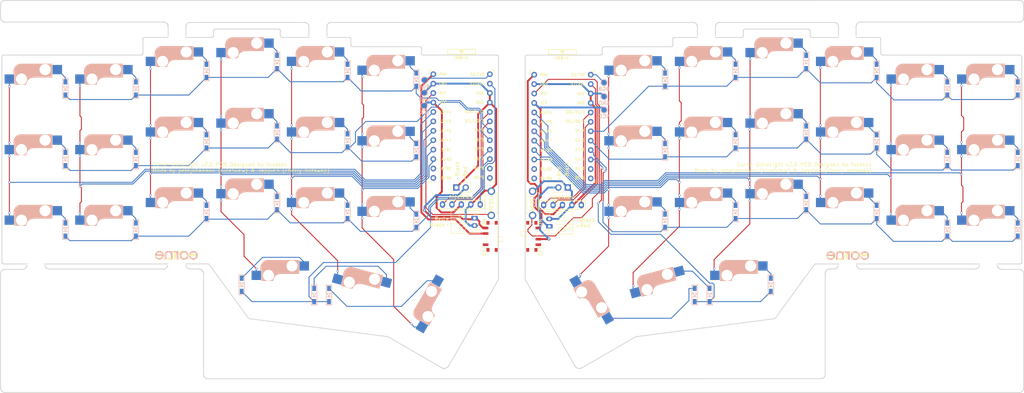
<source format=kicad_pcb>
(kicad_pcb (version 20221018) (generator pcbnew)
  (title_block (title "Corne Light") (date "2020-11-12") (rev "2.0") (company "foostan"))
  (layers (0 "F.Cu" signal) (31 "B.Cu" signal) (34 "B.Paste" user) (35 "F.Paste" user) (36 "B.SilkS" user "B.Silkscreen") (37 "F.SilkS" user "F.Silkscreen") (38 "B.Mask" user) (39 "F.Mask" user) (44 "Edge.Cuts" user))
  (net 0 "")
  (net 1 "row0")
  (net 2 "Net-(D1-Pad2)")
  (net 3 "row1")
  (net 4 "Net-(D2-Pad2)")
  (net 5 "row2")
  (net 6 "Net-(D3-Pad2)")
  (net 7 "row3")
  (net 8 "Net-(D4-Pad2)")
  (net 9 "Net-(D5-Pad2)")
  (net 10 "Net-(D6-Pad2)")
  (net 11 "Net-(D7-Pad2)")
  (net 12 "Net-(D8-Pad2)")
  (net 13 "Net-(D9-Pad2)")
  (net 14 "Net-(D10-Pad2)")
  (net 15 "Net-(D11-Pad2)")
  (net 16 "Net-(D12-Pad2)")
  (net 17 "Net-(D13-Pad2)")
  (net 18 "Net-(D14-Pad2)")
  (net 19 "Net-(D15-Pad2)")
  (net 20 "Net-(D16-Pad2)")
  (net 21 "Net-(D17-Pad2)")
  (net 22 "Net-(D18-Pad2)")
  (net 23 "Net-(D19-Pad2)")
  (net 24 "Net-(D20-Pad2)")
  (net 25 "Net-(D21-Pad2)")
  (net 26 "GND")
  (net 27 "VCC")
  (net 28 "col0")
  (net 29 "col1")
  (net 30 "col2")
  (net 31 "col3")
  (net 32 "col4")
  (net 33 "col5")
  (net 34 "reset")
  (net 35 "SCL")
  (net 36 "SDA")
  (net 37 "Net-(BATJ1-Pad2)")
  (net 38 "+BATT")
  (net 41 "Net-(D22-Pad2)")
  (net 42 "row0_r")
  (net 43 "Net-(D23-Pad2)")
  (net 44 "Net-(D24-Pad2)")
  (net 45 "Net-(D25-Pad2)")
  (net 46 "Net-(D26-Pad2)")
  (net 47 "Net-(D27-Pad2)")
  (net 48 "row1_r")
  (net 49 "Net-(D28-Pad2)")
  (net 50 "Net-(D29-Pad2)")
  (net 51 "Net-(D30-Pad2)")
  (net 52 "Net-(D31-Pad2)")
  (net 53 "Net-(D32-Pad2)")
  (net 54 "Net-(D33-Pad2)")
  (net 55 "row2_r")
  (net 56 "Net-(D34-Pad2)")
  (net 57 "Net-(D35-Pad2)")
  (net 58 "Net-(D36-Pad2)")
  (net 59 "Net-(D37-Pad2)")
  (net 60 "Net-(D38-Pad2)")
  (net 61 "Net-(D39-Pad2)")
  (net 62 "Net-(D40-Pad2)")
  (net 63 "row3_r")
  (net 64 "Net-(D41-Pad2)")
  (net 65 "Net-(D42-Pad2)")
  (net 66 "SDA_r")
  (net 67 "SCL_r")
  (net 68 "reset_r")
  (net 69 "col0_r")
  (net 70 "col1_r")
  (net 71 "col2_r")
  (net 72 "col3_r")
  (net 73 "col4_r")
  (net 74 "col5_r")
  (net 77 "CS")
  (net 78 "RGB")
  (net 80 "VDD")
  (net 81 "GNDA")
  (net 85 "CS_r")
  (net 86 "RGB_r")
  (net 87 "+BATTA")
  (net 88 "Net-(BATJ3-Pad2)")
  (footprint "kbd_footprints:CherryMX_Hotswap" (layer "F.Cu") (at 278.684847 45.920432)
    (fp_text reference "SW22" hide)
    (fp_text value "SW_PUSH" hide)
  )
  (footprint "kbd_footprints:CherryMX_Hotswap" (layer "F.Cu") (at 259.684847 45.920432)
    (fp_text reference "SW23" hide)
    (fp_text value "SW_PUSH" hide)
  )
  (footprint "kbd_footprints:CherryMX_Hotswap" (layer "F.Cu") (at 240.684847 41.170432)
    (fp_text reference "SW24" hide)
    (fp_text value "SW_PUSH" hide)
  )
  (footprint "kbd_footprints:CherryMX_Hotswap" (layer "F.Cu") (at 221.684847 38.795432)
    (fp_text reference "SW25" hide)
    (fp_text value "SW_PUSH" hide)
  )
  (footprint "kbd_footprints:CherryMX_Hotswap" (layer "F.Cu") (at 202.684847 41.170432)
    (fp_text reference "SW26" hide)
    (fp_text value "SW_PUSH" hide)
  )
  (footprint "kbd_footprints:CherryMX_Hotswap" (layer "F.Cu") (at 183.684847 43.545432)
    (fp_text reference "SW27" hide)
    (fp_text value "SW_PUSH" hide)
  )
  (footprint "kbd_footprints:CherryMX_Hotswap" (layer "F.Cu") (at 278.684847 64.920432)
    (fp_text reference "SW28" hide)
    (fp_text value "SW_PUSH" hide)
  )
  (footprint "kbd_footprints:CherryMX_Hotswap" (layer "F.Cu") (at 259.684847 64.920432)
    (fp_text reference "SW29" hide)
    (fp_text value "SW_PUSH" hide)
  )
  (footprint "kbd_footprints:CherryMX_Hotswap" (layer "F.Cu") (at 240.684847 60.170432)
    (fp_text reference "SW30" hide)
    (fp_text value "SW_PUSH" hide)
  )
  (footprint "kbd_footprints:CherryMX_Hotswap" (layer "F.Cu") (at 221.684847 57.795432)
    (fp_text reference "SW31" hide)
    (fp_text value "SW_PUSH" hide)
  )
  (footprint "kbd_footprints:CherryMX_Hotswap" (layer "F.Cu") (at 202.684847 60.170432)
    (fp_text reference "SW32" hide)
    (fp_text value "SW_PUSH" hide)
  )
  (footprint "kbd_footprints:CherryMX_Hotswap" (layer "F.Cu") (at 183.684847 62.545432)
    (fp_text reference "SW33" hide)
    (fp_text value "SW_PUSH" hide)
  )
  (footprint "kbd_footprints:CherryMX_Hotswap" (layer "F.Cu") (at 278.684847 83.920432)
    (fp_text reference "SW34" hide)
    (fp_text value "SW_PUSH" hide)
  )
  (footprint "kbd_footprints:CherryMX_Hotswap" (layer "F.Cu") (at 259.684847 83.920432)
    (fp_text reference "SW35" hide)
    (fp_text value "SW_PUSH" hide)
  )
  (footprint "kbd_footprints:CherryMX_Hotswap" (layer "F.Cu") (at 240.684847 79.170432)
    (fp_text reference "SW36" hide)
    (fp_text value "SW_PUSH" hide)
  )
  (footprint "kbd_footprints:CherryMX_Hotswap" (layer "F.Cu") (at 221.684847 76.795432)
    (fp_text reference "SW37" hide)
    (fp_text value "SW_PUSH" hide)
  )
  (footprint "kbd_footprints:CherryMX_Hotswap" (layer "F.Cu") (at 202.684847 79.170432)
    (fp_text reference "SW38" hide)
    (fp_text value "SW_PUSH" hide)
  )
  (footprint "kbd_footprints:CherryMX_Hotswap" (layer "F.Cu") (at 212.184847 98.795432)
    (fp_text reference "SW40" hide)
    (fp_text value "SW_PUSH" hide)
  )
  (footprint "kbd_footprints:CherryMX_Hotswap" (layer "F.Cu") (at 191.184847 101.545432 15)
    (fp_text reference "SW41" hide)
    (fp_text value "SW_PUSH" hide)
  )
  (footprint "kbd_footprints:CherryMX_Hotswap" (layer "F.Cu") (at 183.684847 81.545432)
    (fp_text reference "SW39" hide)
    (fp_text value "SW_PUSH" hide)
  )
  (footprint "kbd:ProMicro_v3" (layer "F.Cu") (at 136.8925 56.56)
    (fp_text reference "U1" hide)
    (fp_text value "ProMicro" hide)
  )
  (footprint "kbd:ProMicro_v3" (layer "F.Cu") (at 164.062847 56.686432)
    (fp_text reference "U2" hide)
    (fp_text value "ProMicro" hide)
  )
  (footprint "kbd_footprints:CherryMX_Hotswap" (layer "F.Cu") (at 117.1875 43.545)
    (fp_text reference "SW6" hide)
    (fp_text value "SW_PUSH" hide)
  )
  (footprint "kbd_footprints:CherryMX_Hotswap" (layer "F.Cu") (at 98.1875 41.17)
    (fp_text reference "SW5" hide)
    (fp_text value "SW_PUSH" hide)
  )
  (footprint "kbd_footprints:CherryMX_Hotswap" (layer "F.Cu") (at 79.1875 38.795)
    (fp_text reference "SW4" hide)
    (fp_text value "SW_PUSH" hide)
  )
  (footprint "kbd_footprints:CherryMX_Hotswap" (layer "F.Cu") (at 60.1875 41.17)
    (fp_text reference "SW3" hide)
    (fp_text value "SW_PUSH" hide)
  )
  (footprint "kbd_footprints:CherryMX_Hotswap" (layer "F.Cu") (at 41.1875 45.92)
    (fp_text reference "SW2" hide)
    (fp_text value "SW_PUSH" hide)
  )
  (footprint "kbd_footprints:CherryMX_Hotswap" (layer "F.Cu") (at 117.1875 81.545)
    (fp_text reference "SW18" hide)
    (fp_text value "SW_PUSH" hide)
  )
  (footprint "kbd_footprints:CherryMX_Hotswap" (layer "F.Cu") (at 131.9375 105.295 60)
    (fp_text reference "SW21" hide)
    (fp_text value "SW_PUSH" hide)
  )
  (footprint "kbd_footprints:CherryMX_Hotswap" (layer "F.Cu") (at 22.1875 83.92)
    (fp_text reference "SW13" hide)
    (fp_text value "SW_PUSH" hide)
  )
  (footprint "kbd_footprints:CherryMX_Hotswap" (layer "F.Cu") (at 109.6875 101.545 -15)
    (fp_text reference "SW20" hide)
    (fp_text value "SW_PUSH" hide)
  )
  (footprint "kbd_footprints:CherryMX_Hotswap" (layer "F.Cu") (at 88.6875 98.795)
    (fp_text reference "SW19" hide)
    (fp_text value "SW_PUSH" hide)
  )
  (footprint "kbd_footprints:CherryMX_Hotswap" (layer "F.Cu") (at 98.1875 79.17)
    (fp_text reference "SW17" hide)
    (fp_text value "SW_PUSH" hide)
  )
  (footprint "kbd_footprints:CherryMX_Hotswap" (layer "F.Cu") (at 79.1875 76.795)
    (fp_text reference "SW16" hide)
    (fp_text value "SW_PUSH" hide)
  )
  (footprint "kbd_footprints:CherryMX_Hotswap" (layer "F.Cu") (at 60.1875 79.17)
    (fp_text reference "SW15" hide)
    (fp_text value "SW_PUSH" hide)
  )
  (footprint "kbd_footprints:CherryMX_Hotswap" (layer "F.Cu") (at 41.1875 83.92)
    (fp_text reference "SW14" hide)
    (fp_text value "SW_PUSH" hide)
  )
  (footprint "kbd_footprints:CherryMX_Hotswap" (layer "F.Cu") (at 117.1875 62.545)
    (fp_text reference "SW12" hide)
    (fp_text value "SW_PUSH" hide)
  )
  (footprint "kbd_footprints:CherryMX_Hotswap" (layer "F.Cu") (at 98.1875 60.17)
    (fp_text reference "SW11" hide)
    (fp_text value "SW_PUSH" hide)
  )
  (footprint "kbd_footprints:CherryMX_Hotswap" (layer "F.Cu") (at 79.1875 57.795)
    (fp_text reference "SW10" hide)
    (fp_text value "SW_PUSH" hide)
  )
  (footprint "kbd_footprints:CherryMX_Hotswap" (layer "F.Cu") (at 60.1875 60.17)
    (fp_text reference "SW9" hide)
    (fp_text value "SW_PUSH" hide)
  )
  (footprint "kbd_footprints:CherryMX_Hotswap" (layer "F.Cu") (at 41.1875 64.92)
    (fp_text reference "SW8" hide)
    (fp_text value "SW_PUSH" hide)
  )
  (footprint "kbd_footprints:CherryMX_Hotswap" (layer "F.Cu") (at 22.1875 64.92)
    (fp_text reference "SW7" hide)
    (fp_text value "SW_PUSH" hide)
  )
  (footprint "kbd_footprints:CherryMX_Hotswap" (layer "F.Cu") (at 22.1875 45.92)
    (fp_text reference "SW1" hide)
    (fp_text value "SW_PUSH" hide)
  )
  (footprint "kbd:thread_m2" (layer "F.Cu") (at 156.330847 93.085432)
    (fp_text reference "Ref**" hide)
    (fp_text value "Val**" hide)
  )
  (footprint "kbd:thread_m2" (layer "F.Cu") (at 170.889847 84.542432)
    (fp_text reference "Ref**" hide)
    (fp_text value "Val**" hide)
  )
  (footprint "kbd_footprints:CherryMX_Hotswap" (layer "F.Cu") (at 168.934847 105.295432 -60)
    (fp_text reference "SW42" hide)
    (fp_text value "SW_PUSH" hide)
  )
  (footprint "nice_view:nice_view_1side" (layer "F.Cu") (at 131.7585 77.168)
    (fp_text reference "J2")
    (fp_text value "OLED" hide)
  )
  (footprint "kbd:Breakaway_Tabs" (layer "F.Cu") (at 22.19625 93.38)
    (fp_text reference "J5")
    (fp_text value "Breakaway_Tabs")
  )
  (footprint "kbd:Breakaway_Tabs" (layer "F.Cu") (at 60.1845 93.38)
    (fp_text reference "J5")
    (fp_text value "Breakaway_Tabs")
  )
  (footprint "kbd:Breakaway_Tabs" (layer "F.Cu") (at 60.2875 31.97)
    (fp_text reference "J5")
    (fp_text value "Breakaway_Tabs")
  )
  (footprint "kbd:Breakaway_Tabs" (layer "F.Cu") (at 98.2575 31.97)
    (fp_text reference "J5")
    (fp_text value "Breakaway_Tabs")
  )
  (footprint "kbd:Breakaway_Tabs" (layer "F.Cu") (at 202.7775 31.98)
    (fp_text reference "J5")
    (fp_text value "Breakaway_Tabs")
  )
  (footprint "kbd:Breakaway_Tabs" (layer "F.Cu") (at 240.7975 31.97)
    (fp_text reference "J5")
    (fp_text value "Breakaway_Tabs")
  )
  (footprint "kbd:Breakaway_Tabs" (layer "F.Cu") (at 278.8275 93.39)
    (fp_text reference "J5")
    (fp_text value "Breakaway_Tabs")
  )
  (footprint "kbd:Breakaway_Tabs" (layer "F.Cu") (at 240.8275 93.39)
    (fp_text reference "J5")
    (fp_text value "Breakaway_Tabs")
  )
  (footprint "nice_view:nice_view_1side" (layer "F.Cu") (at 158.9875 77.31)
    (fp_text reference "J7")
    (fp_text value "OLED" hide)
  )
  (footprint "kbd:corne-logo-horizontal" (layer "F.Cu") (at 60.2175 90.93)
    (fp_text reference "G***" hide)
    (fp_text value "LOGO" hide)
  )
  (footprint "kbd:corne-logo-horizontal" (layer "F.Cu") (at 240.9975 91.01)
    (fp_text reference "G***" hide)
    (fp_text value "LOGO" hide)
  )
  (footprint "Button_Switch_SMD:SW_SPDT_PCM12" (layer "F.Cu") (at 156.1325 85.745 -90)
    (fp_text reference "PSW2" hide)
    (fp_text value "SW_SPST")
  )
  (footprint "Connector_JST:JST_PH_S2B-PH-K_1x02_P2.00mm_Horizontal" (layer "F.Cu") (at 160.5375 83.045 90)
    (fp_text reference "BATJ4" hide)
    (fp_text value "Conn_01x02_Female")
  )
  (footprint "kbd_footprints:ResetSW_1side" (layer "F.Cu") (at 156.0125 76.85 -90)
    (fp_text reference "RSW1" hide)
    (fp_text value "SW_PUSH")
  )
  (footprint "Connector_PinHeader_2.54mm:PinHeader_1x02_P2.54mm_Vertical" (layer "F.Cu") (at 165.5125 72.595 -90)
    (fp_text reference "BATJ3")
    (fp_text value "Conn_01x02_Female")
  )
  (footprint "Connector_PinHeader_2.54mm:PinHeader_1x02_P2.54mm_Vertical" (layer "F.Cu") (at 135.4725 72.595 90)
    (fp_text reference "BATJ1")
    (fp_text value "Conn_01x02_Female")
  )
  (footprint "kbd_footprints:ResetSW_1side" (layer "F.Cu") (at 144.9125 76.85 -90)
    (fp_text reference "RSW1" hide)
    (fp_text value "SW_PUSH")
  )
  (footprint "Button_Switch_SMD:SW_SPDT_PCM12" (layer "F.Cu") (at 144.7875 85.745 90)
    (fp_text reference "PSW1" hide)
    (fp_text value "SW_SPST")
  )
  (footprint "Connector_JST:JST_PH_S2B-PH-K_1x02_P2.00mm_Horizontal" (layer "F.Cu") (at 140.3875 80.845 -90)
    (fp_text reference "BATJ2" hide)
    (fp_text value "Conn_01x02_Female")
  )
  (footprint "kbd_footprints:D3_SMD_v2" (layer "B.Cu") (at 286.684847 83.920432 90)
    (fp_text reference "D34" hide)
    (fp_text value "D" hide)
  )
  (footprint "kbd_footprints:D3_SMD_v2" (layer "B.Cu") (at 248.684847 79.170432 90)
    (fp_text reference "D36" hide)
    (fp_text value "D" hide)
  )
  (footprint "kbd_footprints:D3_SMD_v2" (layer "B.Cu") (at 229.684847 76.795432 90)
    (fp_text reference "D37" hide)
    (fp_text value "D" hide)
  )
  (footprint "kbd_footprints:D3_SMD_v2" (layer "B.Cu") (at 210.684847 79.170432 90)
    (fp_text reference "D38" hide)
    (fp_text value "D" hide)
  )
  (footprint "kbd_footprints:D3_SMD_v2" (layer "B.Cu") (at 191.684847 81.545432 90)
    (fp_text reference "D39" hide)
    (fp_text value "D" hide)
  )
  (footprint "kbd_footprints:D3_SMD_v2" (layer "B.Cu") (at 220.184847 98.795432 90)
    (fp_text reference "D40" hide)
    (fp_text value "D" hide)
  )
  (footprint "kbd_footprints:D3_SMD_v2" (layer "B.Cu") (at 203.684847 101.545432 90)
    (fp_text reference "D41" hide)
    (fp_text value "D" hide)
  )
  (footprint "kbd_footprints:D3_SMD_v2" (layer "B.Cu") (at 199.684847 101.545432 90)
    (fp_text reference "D42" hide)
    (fp_text value "D" hide)
  )
  (footprint "kbd_footprints:D3_SMD_v2" (layer "B.Cu") (at 286.684847 45.920432 90)
    (fp_text reference "D22" hide)
    (fp_text value "D" hide)
  )
  (footprint "kbd_footprints:D3_SMD_v2" (layer "B.Cu") (at 267.684847 45.920432 90)
    (fp_text reference "D23" hide)
    (fp_text value "D" hide)
  )
  (footprint "kbd_footprints:D3_SMD_v2" (layer "B.Cu") (at 248.684847 41.170432 90)
    (fp_text reference "D24" hide)
    (fp_text value "D" hide)
  )
  (footprint "kbd_footprints:D3_SMD_v2" (layer "B.Cu") (at 229.684847 38.795432 90)
    (fp_text reference "D25" hide)
    (fp_text value "D" hide)
  )
  (footprint "kbd_footprints:D3_SMD_v2" (layer "B.Cu") (at 210.684847 41.170432 90)
    (fp_text reference "D26" hide)
    (fp_text value "D" hide)
  )
  (footprint "kbd_footprints:D3_SMD_v2" (layer "B.Cu") (at 191.684847 43.545432 90)
    (fp_text reference "D27" hide)
    (fp_text value "D" hide)
  )
  (footprint "kbd_footprints:D3_SMD_v2" (layer "B.Cu") (at 286.684847 64.920432 90)
    (fp_text reference "D28" hide)
    (fp_text value "D" hide)
  )
  (footprint "kbd_footprints:D3_SMD_v2" (layer "B.Cu") (at 267.684847 64.920432 90)
    (fp_text reference "D29" hide)
    (fp_text value "D" hide)
  )
  (footprint "kbd_footprints:D3_SMD_v2" (layer "B.Cu") (at 248.684847 60.170432 90)
    (fp_text reference "D30" hide)
    (fp_text value "D" hide)
  )
  (footprint "kbd_footprints:D3_SMD_v2" (layer "B.Cu") (at 229.684847 57.795432 90)
    (fp_text reference "D31" hide)
    (fp_text value "D" hide)
  )
  (footprint "kbd_footprints:D3_SMD_v2" (layer "B.Cu") (at 210.684847 60.170432 90)
    (fp_text reference "D32" hide)
    (fp_text value "D" hide)
  )
  (footprint "kbd_footprints:D3_SMD_v2" (layer "B.Cu") (at 49.1875 83.92 90)
    (fp_text reference "D14" hide)
    (fp_text value "D" hide)
  )
  (footprint "kbd_footprints:D3_SMD_v2" (layer "B.Cu") (at 49.1875 64.92 90)
    (fp_text reference "D8" hide)
    (fp_text value "D" hide)
  )
  (footprint "kbd_footprints:D3_SMD_v2" (layer "B.Cu") (at 49.1875 45.92 90)
    (fp_text reference "D2" hide)
    (fp_text value "D" hide)
  )
  (footprint "kbd_footprints:D3_SMD_v2" (layer "B.Cu") (at 191.684847 62.545432 90)
    (fp_text reference "D33" hide)
    (fp_text value "D" hide)
  )
  (footprint "kbd_footprints:D3_SMD_v2" (layer "B.Cu") (at 101.1875 101.545 90)
    (fp_text reference "D21" hide)
    (fp_text value "D" hide)
  )
  (footprint "kbd_footprints:D3_SMD_v2" (layer "B.Cu") (at 97.1875 101.545 90)
    (fp_text reference "D20" hide)
    (fp_text value "D" hide)
  )
  (footprint "kbd_footprints:D3_SMD_v2" (layer "B.Cu") (at 77.6875 98.795 90)
    (fp_text reference "D19" hide)
    (fp_text value "D" hide)
  )
  (footprint "kbd_footprints:D3_SMD_v2" (layer "B.Cu") (at 124.6875 81.545 90)
    (fp_text reference "D18" hide)
    (fp_text value "D" hide)
  )
  (footprint "kbd_footprints:D3_SMD_v2" (layer "B.Cu") (at 106.1875 79.17 90)
    (fp_text reference "D17" hide)
    (fp_text value "D" hide)
  )
  (footprint "kbd_footprints:D3_SMD_v2" (layer "B.Cu") (at 87.1875 76.795 90)
    (fp_text reference "D16" hide)
    (fp_text value "D" hide)
  )
  (footprint "kbd_footprints:D3_SMD_v2" (layer "B.Cu") (at 68.1875 79.17 90)
    (fp_text reference "D15" hide)
    (fp_text value "D" hide)
  )
  (footprint "kbd_footprints:D3_SMD_v2" (layer "B.Cu") (at 30.1875 83.92 90)
    (fp_text reference "D13" hide)
    (fp_text value "D" hide)
  )
  (footprint "kbd_footprints:D3_SMD_v2" (layer "B.Cu") (at 124.6875 62.545 90)
    (fp_text reference "D12" hide)
    (fp_text value "D" hide)
  )
  (footprint "kbd_footprints:D3_SMD_v2" (layer "B.Cu") (at 106.1875 59.92 90)
    (fp_text reference "D11" hide)
    (fp_text value "D" hide)
  )
  (footprint "kbd_footprints:D3_SMD_v2" (layer "B.Cu") (at 87.1875 57.795 90)
    (fp_text reference "D10" hide)
    (fp_text value "D" hide)
  )
  (footprint "kbd_footprints:D3_SMD_v2" (layer "B.Cu") (at 68.1875 60.17 90)
    (fp_text reference "D9" hide)
    (fp_text value "D" hide)
  )
  (footprint "kbd_footprints:D3_SMD_v2" (layer "B.Cu") (at 30.1875 64.92 90)
    (fp_text reference "D7" hide)
    (fp_text value "D" hide)
  )
  (footprint "kbd_footprints:D3_SMD_v2" (layer "B.Cu") (at 124.6875 43.545 90)
    (fp_text reference "D6" hide)
    (fp_text value "D" hide)
  )
  (footprint "kbd_footprints:D3_SMD_v2" (layer "B.Cu") (at 106.1875 41.17 90)
    (fp_text reference "D5" hide)
    (fp_text value "D" hide)
  )
  (footprint "kbd_footprints:D3_SMD_v2" (layer "B.Cu") (at 87.1875 38.795 90)
    (fp_text reference "D4" hide)
    (fp_text value "D" hide)
  )
  (footprint "kbd_footprints:D3_SMD_v2" (layer "B.Cu") (at 68.1875 41.17 90)
    (fp_text reference "D3" hide)
    (fp_text value "D" hide)
  )
  (footprint "kbd_footprints:D3_SMD_v2" (layer "B.Cu") (at 30.1875 45.92 90)
    (fp_text reference "D1" hide)
    (fp_text value "D" hide)
  )
  (footprint "kbd_footprints:D3_SMD_v2" (layer "B.Cu") (at 267.684847 83.920432 90)
    (fp_text reference "D35" hide)
    (fp_text value "D" hide)
  )
  (footprint "kbd:spacer_m2" (layer "B.Cu") (at 31.6955 74.4205 180)
    (fp_text reference "Ref**" hide)
    (fp_text value "Val**" hide)
  )
  (footprint "kbd:spacer_m2" (layer "B.Cu") (at 107.6505 51.9305 180)
    (fp_text reference "Ref**" hide)
    (fp_text value "Val**" hide)
  )
  (footprint "kbd:spacer_m2" (layer "B.Cu") (at 31.6955 55.4205 180)
    (fp_text reference "Ref**" hide)
    (fp_text value "Val**" hide)
  )
  (footprint "kbd:spacer_m2" (layer "B.Cu") (at 74.8395 91.6855 180)
    (fp_text reference "Ref**" hide)
    (fp_text value "Val**" hide)
  )
  (footprint "kbd:spacer_m2" (layer "B.Cu") (at 121.4055 99.3 180)
    (fp_text reference "Ref**" hide)
    (fp_text value "Val**" hide)
  )
  (footprint "kbd:thread_m2" (layer "B.Cu") (at 129.9445 84.419 180)
    (fp_text reference "Ref**" hide)
    (fp_text value "Val**" hide)
  )
  (footprint "kbd:thread_m2" (layer "B.Cu") (at 144.3765 92.94 180)
    (fp_text reference "Ref**" hide)
    (fp_text value "Val**" hide)
  )
  (footprint "kbd:spacer_m2" (layer "B.Cu") (at 193.235847 51.936932 180)
    (fp_text reference "Ref**" hide)
    (fp_text value "Val**" hide)
  )
  (footprint "kbd:spacer_m2" (layer "B.Cu") (at 179.485847 99.446932 180)
    (fp_text reference "Ref**" hide)
    (fp_text value "Val**" hide)
  )
  (footprint "kbd:spacer_m2" (layer "B.Cu") (at 226.055847 91.696932 180)
    (fp_text reference "Ref**" hide)
    (fp_text value "Val**" hide)
  )
  (footprint "kbd:spacer_m2" (layer "B.Cu") (at 269.195847 55.426932 180)
    (fp_text reference "Ref**" hide)
    (fp_text value "Val**" hide)
  )
  (footprint "kbd:spacer_m2" (layer "B.Cu") (at 269.195847 74.426932 180)
    (fp_text reference "Ref**" hide)
    (fp_text value "Val**" hide)
  )
  (footprint "kbd:corne-logo-horizontal" (layer "B.Cu") (at 59.9875 90.93 180)
    (fp_text reference "G***" hide)
    (fp_text value "LOGO" hide)
  )
  (footprint "kbd:corne-logo-horizontal" (layer "B.Cu") (at 240.7675 91.01 180)
    (fp_text reference "G***" hide)
    (fp_text value "LOGO" hide)
  )
  (footprint "TestPoint:TestPoint_Pad_D1.5mm" (layer "B.Cu") (at 126.8625 50.55 180)
    (fp_text reference "TP2")
    (fp_text value "VCC")
  )
  (footprint "TestPoint:TestPoint_Pad_D1.5mm" (layer "B.Cu") (at 175.2625 51.7 180)
    (fp_text reference "TP5")
    (fp_text value "VCC")
  )
  (footprint "TestPoint:TestPoint_Pad_D1.5mm" (layer "B.Cu") (at 175.2625 44.35 180)
    (fp_text reference "TP4")
    (fp_text value "RGB")
  )
  (footprint "TestPoint:TestPoint_Pad_D1.5mm" (layer "B.Cu") (at 175.2625 48.1 180)
    (fp_text reference "TP6")
    (fp_text value "GND")
  )
  (footprint "TestPoint:TestPoint_Pad_D1.5mm" (layer "B.Cu") (at 126.8625 43.65 180)
    (fp_text reference "TP1")
    (fp_text value "RGB")
  )
  (footprint "TestPoint:TestPoint_Pad_D1.5mm" (layer "B.Cu") (at 126.8625 47.1 180)
    (fp_text reference "TP3")
    (fp_text value "GND")
  )
  (gr_line (start 287.761114 27.841367) (end 287.933833 27.699127) (stroke (width 0.2)) (layer "Edge.Cuts"))
  (gr_line (start 19.674538 94.092121) (end 19.671998 94.094661) (stroke (width 0.2)) (layer "Edge.Cuts"))
  (gr_line (start 57.853241 29.027545) (end 57.855781 29.027545) (stroke (width 0.2)) (layer "Edge.Cuts"))
  (gr_line (start 237.248183 28.136006) (end 206.377054 28.136006) (stroke (width 0.2)) (layer "Edge.Cuts"))
  (gr_line (start 57.782121 28.798946) (end 57.782121 28.798946) (stroke (width 0.2)) (layer "Edge.Cuts"))
  (gr_line (start 13.283905 37.031077) (end 13.184845 37.132677) (stroke (width 0.2)) (layer "Edge.Cuts"))
  (gr_line (start 57.784661 28.801486) (end 57.787201 28.806566) (stroke (width 0.2)) (layer "Edge.Cuts"))
  (gr_line (start 95.445203 28.473826) (end 95.272484 28.334126) (stroke (width 0.2)) (layer "Edge.Cuts"))
  (gr_line (start 62.630976 93.406322) (end 62.630976 93.411402) (stroke (width 0.2)) (layer "Edge.Cuts"))
  (gr_line (start 243.161298 29.037705) (end 243.161298 29.037705) (stroke (width 0.2)) (layer "Edge.Cuts"))
  (gr_line (start 234.804706 123.167472) (end 234.825026 122.943953) (stroke (width 0.2)) (layer "Edge.Cuts"))
  (gr_line (start 12.946085 22.715652) (end 12.841945 22.911231) (stroke (width 0.2)) (layer "Edge.Cuts"))
  (gr_line (start 18.653459 94.643301) (end 18.650919 94.643301) (stroke (width 0.2)) (layer "Edge.Cuts"))
  (gr_line (start 88.185891 31.981562) (end 88.284951 32.080622) (stroke (width 0.2)) (layer "Edge.Cuts"))
  (gr_line (start 18.645839 94.643301) (end 13.893504 94.643301) (stroke (width 0.2)) (layer "Edge.Cuts"))
  (gr_line (start 57.279201 94.348661) (end 57.449381 94.208961) (stroke (width 0.2)) (layer "Edge.Cuts"))
  (gr_line (start 18.892219 94.617901) (end 18.887139 94.617901) (stroke (width 0.2)) (layer "Edge.Cuts"))
  (gr_line (start 79.481319 107.782708) (end 79.595619 107.869068) (stroke (width 0.2)) (layer "Edge.Cuts"))
  (gr_line (start 234.825026 95.768519) (end 234.825026 95.768519) (stroke (width 0.2)) (layer "Edge.Cuts"))
  (gr_line (start 107.113952 34.35138) (end 107.185072 34.48092) (stroke (width 0.2)) (layer "Edge.Cuts"))
  (gr_line (start 19.875198 93.180262) (end 19.880278 93.408862) (stroke (width 0.2)) (layer "Edge.Cuts"))
  (gr_line (start 66.616232 94.638221) (end 66.618772 94.638221) (stroke (width 0.2)) (layer "Edge.Cuts"))
  (gr_line (start 19.857418 93.642542) (end 19.857418 93.642542) (stroke (width 0.2)) (layer "Edge.Cuts"))
  (gr_line (start 231.274109 32.184762) (end 238.386102 32.184762) (stroke (width 0.2)) (layer "Edge.Cuts"))
  (gr_line (start 287.756034 94.82618) (end 287.557914 94.72204) (stroke (width 0.2)) (layer "Edge.Cuts"))
  (gr_line (start 94.863544 28.166486) (end 94.640024 28.143626) (stroke (width 0.2)) (layer "Edge.Cuts"))
  (gr_line (start 249.673851 32.387962) (end 249.744971 32.520042) (stroke (width 0.2)) (layer "Edge.Cuts"))
  (gr_line (start 169.40485 121.097374) (end 169.277851 121.173574) (stroke (width 0.2)) (layer "Edge.Cuts"))
  (gr_line (start 67.281711 95.29862) (end 67.284251 95.30116) (stroke (width 0.2)) (layer "Edge.Cuts"))
  (gr_line (start 205.935094 28.224906) (end 205.739515 28.329046) (stroke (width 0.2)) (layer "Edge.Cuts"))
  (gr_line (start 243.161298 29.037705) (end 243.161298 29.037705) (stroke (width 0.2)) (layer "Edge.Cuts"))
  (gr_line (start 101.769797 28.143626) (end 101.762177 28.143626) (stroke (width 0.2)) (layer "Edge.Cuts"))
  (gr_line (start 13.184845 37.132677) (end 13.113725 37.262217) (stroke (width 0.2)) (layer "Edge.Cuts"))
  (gr_line (start 234.847886 95.53484) (end 234.850426 95.5323) (stroke (width 0.2)) (layer "Edge.Cuts"))
  (gr_line (start 19.128439 94.544241) (end 19.128439 94.544241) (stroke (width 0.2)) (layer "Edge.Cuts"))
  (gr_line (start 236.051845 94.534081) (end 236.051845 94.534081) (stroke (width 0.2)) (layer "Edge.Cuts"))
  (gr_line (start 237.685063 28.222366) (end 237.471703 28.156326) (stroke (width 0.2)) (layer "Edge.Cuts"))
  (gr_line (start 288.238633 95.545) (end 288.172593 95.33164) (stroke (width 0.2)) (layer "Edge.Cuts"))
  (gr_line (start 243.161298 29.037705) (end 243.161298 29.032625) (stroke (width 0.2)) (layer "Edge.Cuts"))
  (gr_line (start 243.240037 93.396162) (end 243.240037 93.403782) (stroke (width 0.2)) (layer "Edge.Cuts"))
  (gr_line (start 221.114119 107.930027) (end 221.022679 107.937647) (stroke (width 0.2)) (layer "Edge.Cuts"))
  (gr_line (start 70.113808 30.261984) (end 70.085868 30.429624) (stroke (width 0.2)) (layer "Edge.Cuts"))
  (gr_line (start 230.87279 31.986642) (end 230.80167 31.854563) (stroke (width 0.2)) (layer "Edge.Cuts"))
  (gr_line (start 281.35016 94.089581) (end 281.34762 94.084501) (stroke (width 0.2)) (layer "Edge.Cuts"))
  (gr_line (start 234.494826 123.749132) (end 234.637066 123.576412) (stroke (width 0.2)) (layer "Edge.Cuts"))
  (gr_line (start 287.273434 36.937098) (end 287.443614 36.967578) (stroke (width 0.2)) (layer "Edge.Cuts"))
  (gr_line (start 50.886027 36.830418) (end 50.985087 36.728818) (stroke (width 0.2)) (layer "Edge.Cuts"))
  (gr_line (start 95.272484 28.334126) (end 95.076904 28.229986) (stroke (width 0.2)) (layer "Edge.Cuts"))
  (gr_line (start 235.376205 94.7449) (end 235.579405 94.633141) (stroke (width 0.2)) (layer "Edge.Cuts"))
  (gr_line (start 169.277851 121.173574) (end 169.140691 121.237074) (stroke (width 0.2)) (layer "Edge.Cuts"))
  (gr_line (start 282.140099 94.612821) (end 282.140099 94.612821) (stroke (width 0.2)) (layer "Edge.Cuts"))
  (gr_line (start 12.778445 126.886029) (end 12.844485 127.096849) (stroke (width 0.2)) (layer "Edge.Cuts"))
  (gr_line (start 146.735373 97.500798) (end 146.783633 97.343318) (stroke (width 0.2)) (layer "Edge.Cuts"))
  (gr_line (start 174.274026 36.937098) (end 174.274026 36.937098) (stroke (width 0.2)) (layer "Edge.Cuts"))
  (gr_line (start 276.300645 93.830501) (end 276.366685 93.617142) (stroke (width 0.2)) (layer "Edge.Cuts"))
  (gr_line (start 287.926213 94.96588) (end 287.756034 94.82618) (stroke (width 0.2)) (layer "Edge.Cuts"))
  (gr_line (start 57.512881 28.400166) (end 57.512881 28.400166) (stroke (width 0.2)) (layer "Edge.Cuts"))
  (gr_line (start 63.768895 28.143626) (end 63.763815 28.143626) (stroke (width 0.2)) (layer "Edge.Cuts"))
  (gr_line (start 125.584814 34.67904) (end 107.583851 34.67904) (stroke (width 0.2)) (layer "Edge.Cuts"))
  (gr_line (start 24.718973 93.848281) (end 24.825653 94.041321) (stroke (width 0.2)) (layer "Edge.Cuts"))
  (gr_line (start 200.38774 29.266305) (end 200.36488 29.042785) (stroke (width 0.2)) (layer "Edge.Cuts"))
  (gr_line (start 234.847886 95.53738) (end 234.847886 95.53484) (stroke (width 0.2)) (layer "Edge.Cuts"))
  (gr_line (start 244.129037 28.059806) (end 244.131577 28.059806) (stroke (width 0.2)) (layer "Edge.Cuts"))
  (gr_line (start 276.387005 93.396162) (end 276.394625 93.185342) (stroke (width 0.2)) (layer "Edge.Cuts"))
  (gr_line (start 63.326935 28.232526) (end 63.131355 28.339206) (stroke (width 0.2)) (layer "Edge.Cuts"))
  (gr_line (start 19.524678 94.275001) (end 19.524678 94.275001) (stroke (width 0.2)) (layer "Edge.Cuts"))
  (gr_line (start 95.785563 32.179682) (end 95.780483 29.281545) (stroke (width 0.2)) (layer "Edge.Cuts"))
  (gr_line (start 194.273966 32.184762) (end 200.39536 32.184762) (stroke (width 0.2)) (layer "Edge.Cuts"))
  (gr_line (start 235.371125 94.74744) (end 235.376205 94.7449) (stroke (width 0.2)) (layer "Edge.Cuts"))
  (gr_line (start 244.362716 28.034406) (end 244.365256 28.034406) (stroke (width 0.2)) (layer "Edge.Cuts"))
  (gr_line (start 13.258505 94.83888) (end 13.085785 94.98112) (stroke (width 0.2)) (layer "Edge.Cuts"))
  (gr_line (start 234.825026 95.768519) (end 234.847886 95.53738) (stroke (width 0.2)) (layer "Edge.Cuts"))
  (gr_line (start 199.68416 28.222366) (end 199.470801 28.156326) (stroke (width 0.2)) (layer "Edge.Cuts"))
  (gr_line (start 95.780483 29.276465) (end 95.757623 29.052945) (stroke (width 0.2)) (layer "Edge.Cuts"))
  (gr_line (start 18.897299 94.617901) (end 18.892219 94.617901) (stroke (width 0.2)) (layer "Edge.Cuts"))
  (gr_line (start 116.664342 112.720463) (end 116.504323 112.700143) (stroke (width 0.2)) (layer "Edge.Cuts"))
  (gr_line (start 18.897299 94.617901) (end 18.897299 94.617901) (stroke (width 0.2)) (layer "Edge.Cuts"))
  (gr_line (start 231.274109 32.184762) (end 231.103929 32.156822) (stroke (width 0.2)) (layer "Edge.Cuts"))
  (gr_line (start 287.565534 27.945506) (end 287.761114 27.841367) (stroke (width 0.2)) (layer "Edge.Cuts"))
  (gr_line (start 238.388642 93.396162) (end 238.396262 93.187882) (stroke (width 0.2)) (layer "Edge.Cuts"))
  (gr_line (start 56.649282 28.044566) (end 56.877882 28.067426) (stroke (width 0.2)) (layer "Edge.Cuts"))
  (gr_line (start 184.019996 112.756023) (end 184.192716 112.728083) (stroke (width 0.2)) (layer "Edge.Cuts"))
  (gr_line (start 244.154437 94.513761) (end 244.377956 94.534081) (stroke (width 0.2)) (layer "Edge.Cuts"))
  (gr_line (start 19.334179 94.432481) (end 19.331639 94.435021) (stroke (width 0.2)) (layer "Edge.Cuts"))
  (gr_line (start 133.380066 120.716375) (end 133.382606 120.711295) (stroke (width 0.2)) (layer "Edge.Cuts"))
  (gr_line (start 24.655473 93.634922) (end 24.718973 93.848281) (stroke (width 0.2)) (layer "Edge.Cuts"))
  (gr_line (start 287.672214 92.987222) (end 287.570614 93.088822) (stroke (width 0.2)) (layer "Edge.Cuts"))
  (gr_line (start 237.250723 94.534081) (end 237.255803 94.534081) (stroke (width 0.2)) (layer "Edge.Cuts"))
  (gr_line (start 19.524678 94.275001) (end 19.524678 94.275001) (stroke (width 0.2)) (layer "Edge.Cuts"))
  (gr_line (start 57.665281 28.585586) (end 57.667821 28.585586) (stroke (width 0.2)) (layer "Edge.Cuts"))
  (gr_line (start 19.786298 93.883841) (end 19.677078 94.087041) (stroke (width 0.2)) (layer "Edge.Cuts"))
  (gr_line (start 19.786298 93.878761) (end 19.786298 93.883841) (stroke (width 0.2)) (layer "Edge.Cuts"))
  (gr_line (start 244.123957 28.062346) (end 244.129037 28.059806) (stroke (width 0.2)) (layer "Edge.Cuts"))
  (gr_line (start 243.684537 28.247766) (end 243.687077 28.245226) (stroke (width 0.2)) (layer "Edge.Cuts"))
  (gr_line (start 67.380771 95.771059) (end 67.380771 95.773599) (stroke (width 0.2)) (layer "Edge.Cuts"))
  (gr_line (start 234.129066 123.995512) (end 234.324646 123.888832) (stroke (width 0.2)) (layer "Edge.Cuts"))
  (gr_line (start 281.6956 94.429941) (end 281.69052 94.427401) (stroke (width 0.2)) (layer "Edge.Cuts"))
  (gr_line (start 12.755585 126.662509) (end 12.778445 126.886029) (stroke (width 0.2)) (layer "Edge.Cuts"))
  (gr_line (start 281.23586 93.876221) (end 281.23332 93.871141) (stroke (width 0.2)) (layer "Edge.Cuts"))
  (gr_line (start 281.908959 94.544241) (end 281.908959 94.544241) (stroke (width 0.2)) (layer "Edge.Cuts"))
  (gr_line (start 67.403631 123.185252) (end 67.469671 123.396072) (stroke (width 0.2)) (layer "Edge.Cuts"))
  (gr_line (start 244.362716 28.034406) (end 244.362716 28.034406) (stroke (width 0.2)) (layer "Edge.Cuts"))
  (gr_line (start 169.140691 121.237074) (end 168.988291 121.287874) (stroke (width 0.2)) (layer "Edge.Cuts"))
  (gr_line (start 68.67363 93.187882) (end 68.58473 93.16) (stroke (width 0.2)) (layer "Edge.Cuts"))
  (gr_line (start 276.366685 93.617142) (end 276.387005 93.396162) (stroke (width 0.2)) (layer "Edge.Cuts"))
  (gr_line (start 19.880278 93.411402) (end 19.880278 93.411402) (stroke (width 0.2)) (layer "Edge.Cuts"))
  (gr_line (start 50.583768 36.929478) (end 50.756488 36.901538) (stroke (width 0.2)) (layer "Edge.Cuts"))
  (gr_line (start 68.93779 93.327582) (end 68.82095 93.241222) (stroke (width 0.2)) (layer "Edge.Cuts"))
  (gr_line (start 146.834433 37.429857) (end 146.834433 96.906438) (stroke (width 0.2)) (layer "Edge.Cuts"))
  (gr_line (start 287.756034 22.387992) (end 287.557914 22.283852) (stroke (width 0.2)) (layer "Edge.Cuts"))
  (gr_line (start 287.441074 93.157402) (end 287.273434 93.187882) (stroke (width 0.2)) (layer "Edge.Cuts"))
  (gr_line (start 281.16474 93.645082) (end 281.1622 93.642542) (stroke (width 0.2)) (layer "Edge.Cuts"))
  (gr_line (start 19.857418 93.642542) (end 19.857418 93.642542) (stroke (width 0.2)) (layer "Edge.Cuts"))
  (gr_line (start 212.442568 32.159362) (end 212.272388 32.187302) (stroke (width 0.2)) (layer "Edge.Cuts"))
  (gr_line (start 13.896044 127.792808) (end 287.126114 127.785188) (stroke (width 0.2)) (layer "Edge.Cuts"))
  (gr_line (start 12.951165 27.541647) (end 13.093405 27.714367) (stroke (width 0.2)) (layer "Edge.Cuts"))
  (gr_line (start 67.355371 95.53738) (end 67.380771 95.768519) (stroke (width 0.2)) (layer "Edge.Cuts"))
  (gr_line (start 57.881181 29.271385) (end 57.881181 29.273925) (stroke (width 0.2)) (layer "Edge.Cuts"))
  (gr_line (start 24.635153 93.185342) (end 57.787201 93.185342) (stroke (width 0.2)) (layer "Edge.Cuts"))
  (gr_line (start 154.022626 37.434937) (end 154.053106 37.267297) (stroke (width 0.2)) (layer "Edge.Cuts"))
  (gr_line (start 154.042946 97.188378) (end 154.025166 97.005498) (stroke (width 0.2)) (layer "Edge.Cuts"))
  (gr_line (start 88.41703 32.151742) (end 88.58467 32.179682) (stroke (width 0.2)) (layer "Edge.Cuts"))
  (gr_line (start 146.732833 37.130137) (end 146.633773 37.028537) (stroke (width 0.2)) (layer "Edge.Cuts"))
  (gr_line (start 67.355371 95.5323) (end 67.355371 95.53738) (stroke (width 0.2)) (layer "Edge.Cuts"))
  (gr_line (start 70.283988 30.030844) (end 70.184928 30.132444) (stroke (width 0.2)) (layer "Edge.Cuts"))
  (gr_line (start 56.880422 28.067426) (end 56.882962 28.067426) (stroke (width 0.2)) (layer "Edge.Cuts"))
  (gr_line (start 126.085193 35.179419) (end 126.085193 36.429098) (stroke (width 0.2)) (layer "Edge.Cuts"))
  (gr_line (start 132.734907 121.231994) (end 132.879686 121.165954) (stroke (width 0.2)) (layer "Edge.Cuts"))
  (gr_line (start 287.570614 93.088822) (end 287.441074 93.157402) (stroke (width 0.2)) (layer "Edge.Cuts"))
  (gr_line (start 13.085785 37.429857) (end 13.085785 37.429857) (stroke (width 0.2)) (layer "Edge.Cuts"))
  (gr_line (start 281.23586 93.881301) (end 281.23586 93.876221) (stroke (width 0.2)) (layer "Edge.Cuts"))
  (gr_line (start 200.39536 32.184762) (end 200.38774 29.273925) (stroke (width 0.2)) (layer "Edge.Cuts"))
  (gr_line (start 12.841945 95.34688) (end 12.778445 95.56024) (stroke (width 0.2)) (layer "Edge.Cuts"))
  (gr_line (start 133.004146 121.092294) (end 133.126066 120.998315) (stroke (width 0.2)) (layer "Edge.Cuts"))
  (gr_line (start 13.454084 22.296552) (end 13.258505 22.400692) (stroke (width 0.2)) (layer "Edge.Cuts"))
  (gr_line (start 288.238633 23.106811) (end 288.172593 22.893451) (stroke (width 0.2)) (layer "Edge.Cuts"))
  (gr_line (start 281.898799 94.539161) (end 281.6956 94.429941) (stroke (width 0.2)) (layer "Edge.Cuts"))
  (gr_line (start 100.819838 28.651626) (end 100.715698 28.847206) (stroke (width 0.2)) (layer "Edge.Cuts"))
  (gr_line (start 154.075966 97.353478) (end 154.042946 97.188378) (stroke (width 0.2)) (layer "Edge.Cuts"))
  (gr_line (start 236.051845 94.534081) (end 236.054385 94.534081) (stroke (width 0.2)) (layer "Edge.Cuts"))
  (gr_line (start 238.388642 29.273925) (end 238.388642 29.266305) (stroke (width 0.2)) (layer "Edge.Cuts"))
  (gr_line (start 67.469671 123.396072) (end 67.576351 123.591652) (stroke (width 0.2)) (layer "Edge.Cuts"))
  (gr_line (start 18.650919 94.643301) (end 18.645839 94.643301) (stroke (width 0.2)) (layer "Edge.Cuts"))
  (gr_line (start 24.825653 94.041321) (end 24.967893 94.214041) (stroke (width 0.2)) (layer "Edge.Cuts"))
  (gr_line (start 13.286445 93.081202) (end 13.415984 93.149782) (stroke (width 0.2)) (layer "Edge.Cuts"))
  (gr_line (start 66.824512 94.74744) (end 66.824512 94.74998) (stroke (width 0.2)) (layer "Edge.Cuts"))
  (gr_line (start 19.517058 94.282621) (end 19.339259 94.429941) (stroke (width 0.2)) (layer "Edge.Cuts"))
  (gr_line (start 57.324921 28.247766) (end 57.324921 28.247766) (stroke (width 0.2)) (layer "Edge.Cuts"))
  (gr_line (start 13.184845 92.979602) (end 13.286445 93.081202) (stroke (width 0.2)) (layer "Edge.Cuts"))
  (gr_line (start 244.367796 28.034406) (end 244.372876 28.034406) (stroke (width 0.2)) (layer "Edge.Cuts"))
  (gr_line (start 237.471703 28.156326) (end 237.248183 28.136006) (stroke (width 0.2)) (layer "Edge.Cuts"))
  (gr_line (start 205.739515 28.329046) (end 205.569335 28.471286) (stroke (width 0.2)) (layer "Edge.Cuts"))
  (gr_line (start 235.810545 94.562021) (end 235.815625 94.559481) (stroke (width 0.2)) (layer "Edge.Cuts"))
  (gr_line (start 68.58473 93.16) (end 62.625896 93.16) (stroke (width 0.2)) (layer "Edge.Cuts"))
  (gr_line (start 125.752454 34.70952) (end 125.584814 34.67904) (stroke (width 0.2)) (layer "Edge.Cuts"))
  (gr_line (start 126.085193 35.179419) (end 126.054713 35.009239) (stroke (width 0.2)) (layer "Edge.Cuts"))
  (gr_line (start 94.640024 28.143626) (end 63.768895 28.143626) (stroke (width 0.2)) (layer "Edge.Cuts"))
  (gr_line (start 244.365256 28.034406) (end 244.367796 28.034406) (stroke (width 0.2)) (layer "Edge.Cuts"))
  (gr_line (start 70.184928 30.132444) (end 70.113808 30.261984) (stroke (width 0.2)) (layer "Edge.Cuts"))
  (gr_line (start 62.653836 29.060565) (end 62.630976 29.284085) (stroke (width 0.2)) (layer "Edge.Cuts"))
  (gr_line (start 12.844485 27.348607) (end 12.951165 27.541647) (stroke (width 0.2)) (layer "Edge.Cuts"))
  (gr_line (start 199.470801 28.156326) (end 199.249821 28.136006) (stroke (width 0.2)) (layer "Edge.Cuts"))
  (gr_line (start 63.131355 28.339206) (end 62.961176 28.481446) (stroke (width 0.2)) (layer "Edge.Cuts"))
  (gr_line (start 146.501693 36.959958) (end 146.334053 36.929478) (stroke (width 0.2)) (layer "Edge.Cuts"))
  (gr_line (start 106.753272 32.210162) (end 106.585632 32.179682) (stroke (width 0.2)) (layer "Edge.Cuts"))
  (gr_line (start 19.857418 93.642542) (end 19.857418 93.642542) (stroke (width 0.2)) (layer "Edge.Cuts"))
  (gr_line (start 238.299742 28.831966) (end 238.193062 28.636386) (stroke (width 0.2)) (layer "Edge.Cuts"))
  (gr_line (start 234.921546 95.29608) (end 235.030766 95.09288) (stroke (width 0.2)) (layer "Edge.Cuts"))
  (gr_line (start 184.192716 112.728083) (end 184.352736 112.707763) (stroke (width 0.2)) (layer "Edge.Cuts"))
  (gr_line (start 288.172593 22.893451) (end 288.068453 22.700412) (stroke (width 0.2)) (layer "Edge.Cuts"))
  (gr_line (start 193.743106 34.359) (end 193.671986 34.48854) (stroke (width 0.2)) (layer "Edge.Cuts"))
  (gr_line (start 235.030766 95.09034) (end 235.033306 95.0878) (stroke (width 0.2)) (layer "Edge.Cuts"))
  (gr_line (start 69.986809 31.979022) (end 70.055389 31.849483) (stroke (width 0.2)) (layer "Edge.Cuts"))
  (gr_line (start 235.818165 94.559481) (end 236.049305 94.534081) (stroke (width 0.2)) (layer "Edge.Cuts"))
  (gr_line (start 243.681997 28.250306) (end 243.684537 28.247766) (stroke (width 0.2)) (layer "Edge.Cuts"))
  (gr_line (start 212.742288 31.857103) (end 212.673708 31.989182) (stroke (width 0.2)) (layer "Edge.Cuts"))
  (gr_line (start 57.667821 28.585586) (end 57.670361 28.590666) (stroke (width 0.2)) (layer "Edge.Cuts"))
  (gr_line (start 12.841945 22.911231) (end 12.778445 23.122051) (stroke (width 0.2)) (layer "Edge.Cuts"))
  (gr_line (start 174.771865 35.187039) (end 174.771865 36.436718) (stroke (width 0.2)) (layer "Edge.Cuts"))
  (gr_line (start 275.691045 94.445181) (end 275.886625 94.341041) (stroke (width 0.2)) (layer "Edge.Cuts"))
  (gr_line (start 243.163838 29.027545) (end 243.229877 28.806566) (stroke (width 0.2)) (layer "Edge.Cuts"))
  (gr_line (start 243.146058 32.187302) (end 243.138438 29.271385) (stroke (width 0.2)) (layer "Edge.Cuts"))
  (gr_line (start 66.611152 94.635681) (end 66.611152 94.635681) (stroke (width 0.2)) (layer "Edge.Cuts"))
  (gr_line (start 205.429635 28.644006) (end 205.325495 28.839586) (stroke (width 0.2)) (layer "Edge.Cuts"))
  (gr_line (start 238.388642 29.266305) (end 238.365782 29.042785) (stroke (width 0.2)) (layer "Edge.Cuts"))
  (gr_line (start 57.111561 28.136006) (end 57.114101 28.138546) (stroke (width 0.2)) (layer "Edge.Cuts"))
  (gr_line (start 13.672524 28.021706) (end 13.896044 28.044566) (stroke (width 0.2)) (layer "Edge.Cuts"))
  (gr_line (start 238.193062 28.636386) (end 238.050823 28.466206) (stroke (width 0.2)) (layer "Edge.Cuts"))
  (gr_line (start 67.169951 95.09034) (end 67.172491 95.09288) (stroke (width 0.2)) (layer "Edge.Cuts"))
  (gr_line (start 13.459164 127.708988) (end 13.672524 127.772488) (stroke (width 0.2)) (layer "Edge.Cuts"))
  (gr_line (start 281.23586 93.881301) (end 281.23586 93.881301) (stroke (width 0.2)) (layer "Edge.Cuts"))
  (gr_line (start 168.444731 121.323434) (end 168.277092 121.290414) (stroke (width 0.2)) (layer "Edge.Cuts"))
  (gr_line (start 281.13934 93.401242) (end 281.1368 93.401242) (stroke (width 0.2)) (layer "Edge.Cuts"))
  (gr_line (start 174.873465 34.88732) (end 174.975065 34.78572) (stroke (width 0.2)) (layer "Edge.Cuts"))
  (gr_line (start 95.587443 28.646546) (end 95.445203 28.473826) (stroke (width 0.2)) (layer "Edge.Cuts"))
  (gr_line (start 88.58467 32.179682) (end 88.58467 32.179682) (stroke (width 0.2)) (layer "Edge.Cuts"))
  (gr_line (start 126.054713 35.009239) (end 125.983593 34.8797) (stroke (width 0.2)) (layer "Edge.Cuts"))
  (gr_line (start 57.324921 28.247766) (end 57.324921 28.247766) (stroke (width 0.2)) (layer "Edge.Cuts"))
  (gr_line (start 167.857992 121.102454) (end 167.741152 121.016095) (stroke (width 0.2)) (layer "Edge.Cuts"))
  (gr_line (start 66.385092 94.567101) (end 66.387632 94.569641) (stroke (width 0.2)) (layer "Edge.Cuts"))
  (gr_line (start 13.896044 28.044566) (end 56.646742 28.044566) (stroke (width 0.2)) (layer "Edge.Cuts"))
  (gr_line (start 57.332541 28.252846) (end 57.512881 28.400166) (stroke (width 0.2)) (layer "Edge.Cuts"))
  (gr_line (start 281.68798 94.424861) (end 281.50764 94.280081) (stroke (width 0.2)) (layer "Edge.Cuts"))
  (gr_line (start 168.988291 121.287874) (end 168.820651 121.320894) (stroke (width 0.2)) (layer "Edge.Cuts"))
  (gr_line (start 205.569335 28.471286) (end 205.429635 28.644006) (stroke (width 0.2)) (layer "Edge.Cuts"))
  (gr_line (start 66.611152 94.635681) (end 66.616232 94.638221) (stroke (width 0.2)) (layer "Edge.Cuts"))
  (gr_line (start 174.771865 36.436718) (end 174.743925 36.609438) (stroke (width 0.2)) (layer "Edge.Cuts"))
  (gr_line (start 117.159642 112.829683) (end 131.454748 121.092294) (stroke (width 0.2)) (layer "Edge.Cuts"))
  (gr_line (start 213.273147 29.936864) (end 213.273147 29.936864) (stroke (width 0.2)) (layer "Edge.Cuts"))
  (gr_line (start 243.679457 28.250306) (end 243.681997 28.250306) (stroke (width 0.2)) (layer "Edge.Cuts"))
  (gr_line (start 232.272328 93.187882) (end 238.396262 93.187882) (stroke (width 0.2)) (layer "Edge.Cuts"))
  (gr_line (start 288.073533 127.277188) (end 288.177673 127.081609) (stroke (width 0.2)) (layer "Edge.Cuts"))
  (gr_line (start 66.380012 94.567101) (end 66.385092 94.567101) (stroke (width 0.2)) (layer "Edge.Cuts"))
  (gr_line (start 243.748037 94.346121) (end 243.943617 94.450261) (stroke (width 0.2)) (layer "Edge.Cuts"))
  (gr_line (start 57.449381 94.208961) (end 57.591621 94.036241) (stroke (width 0.2)) (layer "Edge.Cuts"))
  (gr_line (start 131.871307 121.280254) (end 132.038947 121.315814) (stroke (width 0.2)) (layer "Edge.Cuts"))
  (gr_line (start 230.67213 30.137524) (end 230.74325 30.267064) (stroke (width 0.2)) (layer "Edge.Cuts"))
  (gr_line (start 12.778445 95.56024) (end 12.755585 95.783759) (stroke (width 0.2)) (layer "Edge.Cuts"))
  (gr_line (start 146.834433 96.990258) (end 146.834433 96.906438) (stroke (width 0.2)) (layer "Edge.Cuts"))
  (gr_line (start 62.717336 28.847206) (end 62.653836 29.060565) (stroke (width 0.2)) (layer "Edge.Cuts"))
  (gr_line (start 13.113725 92.850062) (end 13.184845 92.979602) (stroke (width 0.2)) (layer "Edge.Cuts"))
  (gr_line (start 194.106326 32.215242) (end 194.273966 32.184762) (stroke (width 0.2)) (layer "Edge.Cuts"))
  (gr_line (start 243.341637 28.590666) (end 243.346717 28.588126) (stroke (width 0.2)) (layer "Edge.Cuts"))
  (gr_line (start 243.687077 28.245226) (end 243.892817 28.133466) (stroke (width 0.2)) (layer "Edge.Cuts"))
  (gr_line (start 67.281711 95.29862) (end 67.281711 95.29862) (stroke (width 0.2)) (layer "Edge.Cuts"))
  (gr_line (start 287.674754 37.137757) (end 287.743334 37.269837) (stroke (width 0.2)) (layer "Edge.Cuts"))
  (gr_line (start 88.084291 30.429624) (end 88.056351 30.259444) (stroke (width 0.2)) (layer "Edge.Cuts"))
  (gr_line (start 237.692683 94.445181) (end 237.885723 94.341041) (stroke (width 0.2)) (layer "Edge.Cuts"))
  (gr_line (start 79.595619 107.869068) (end 79.745479 107.922407) (stroke (width 0.2)) (layer "Edge.Cuts"))
  (gr_line (start 243.346717 28.583046) (end 243.494037 28.405246) (stroke (width 0.2)) (layer "Edge.Cuts"))
  (gr_line (start 275.256706 94.534081) (end 275.480226 94.511221) (stroke (width 0.2)) (layer "Edge.Cuts"))
  (gr_line (start 193.440847 34.65872) (end 193.273207 34.68412) (stroke (width 0.2)) (layer "Edge.Cuts"))
  (gr_line (start 101.541197 28.166486) (end 101.327838 28.232526) (stroke (width 0.2)) (layer "Edge.Cuts"))
  (gr_line (start 193.671986 34.48854) (end 193.570387 34.5876) (stroke (width 0.2)) (layer "Edge.Cuts"))
  (gr_line (start 57.327461 28.250306) (end 57.332541 28.252846) (stroke (width 0.2)) (layer "Edge.Cuts"))
  (gr_line (start 212.973427 30.035924) (end 213.102967 29.967344) (stroke (width 0.2)) (layer "Edge.Cuts"))
  (gr_line (start 68.93779 93.327582) (end 79.481319 107.782708) (stroke (width 0.2)) (layer "Edge.Cuts"))
  (gr_line (start 234.825026 95.771059) (end 234.825026 95.768519) (stroke (width 0.2)) (layer "Edge.Cuts"))
  (gr_line (start 50.985087 36.728818) (end 51.056207 36.599278) (stroke (width 0.2)) (layer "Edge.Cuts"))
  (gr_line (start 243.501657 28.397626) (end 243.679457 28.250306) (stroke (width 0.2)) (layer "Edge.Cuts"))
  (gr_line (start 67.284251 95.30116) (end 67.286791 95.30624) (stroke (width 0.2)) (layer "Edge.Cuts"))
  (gr_line (start 133.324186 120.792575) (end 133.380066 120.716375) (stroke (width 0.2)) (layer "Edge.Cuts"))
  (gr_line (start 63.771435 94.544241) (end 66.146332 94.544241) (stroke (width 0.2)) (layer "Edge.Cuts"))
  (gr_line (start 57.881181 29.268845) (end 57.881181 29.268845) (stroke (width 0.2)) (layer "Edge.Cuts"))
  (gr_line (start 234.847886 95.53738) (end 234.847886 95.53738) (stroke (width 0.2)) (layer "Edge.Cuts"))
  (gr_line (start 287.773814 37.437477) (end 287.773814 92.684963) (stroke (width 0.2)) (layer "Edge.Cuts"))
  (gr_line (start 212.772768 31.684383) (end 212.772768 30.434704) (stroke (width 0.2)) (layer "Edge.Cuts"))
  (gr_line (start 235.810545 94.562021) (end 235.810545 94.562021) (stroke (width 0.2)) (layer "Edge.Cuts"))
  (gr_line (start 13.459164 27.958206) (end 13.672524 28.021706) (stroke (width 0.2)) (layer "Edge.Cuts"))
  (gr_line (start 206.377054 28.136006) (end 206.369434 28.136006) (stroke (width 0.2)) (layer "Edge.Cuts"))
  (gr_line (start 132.038947 121.315814) (end 132.226907 121.328514) (stroke (width 0.2)) (layer "Edge.Cuts"))
  (gr_line (start 146.816653 97.175678) (end 146.834433 96.990258) (stroke (width 0.2)) (layer "Edge.Cuts"))
  (gr_line (start 66.148872 94.544241) (end 66.380012 94.567101) (stroke (width 0.2)) (layer "Edge.Cuts"))
  (gr_line (start 174.771865 35.187039) (end 174.802345 35.016859) (stroke (width 0.2)) (layer "Edge.Cuts"))
  (gr_line (start 193.570387 34.5876) (end 193.440847 34.65872) (stroke (width 0.2)) (layer "Edge.Cuts"))
  (gr_line (start 100.631878 29.284085) (end 100.636958 32.179682) (stroke (width 0.2)) (layer "Edge.Cuts"))
  (gr_line (start 243.346717 28.588126) (end 243.346717 28.583046) (stroke (width 0.2)) (layer "Edge.Cuts"))
  (gr_line (start 62.719876 93.848281) (end 62.826556 94.041321) (stroke (width 0.2)) (layer "Edge.Cuts"))
  (gr_line (start 70.413528 29.959724) (end 70.283988 30.030844) (stroke (width 0.2)) (layer "Edge.Cuts"))
  (gr_line (start 243.138438 29.268845) (end 243.161298 29.037705) (stroke (width 0.2)) (layer "Edge.Cuts"))
  (gr_line (start 13.415984 93.149782) (end 13.586164 93.180262) (stroke (width 0.2)) (layer "Edge.Cuts"))
  (gr_line (start 221.261439 107.876688) (end 221.114119 107.930027) (stroke (width 0.2)) (layer "Edge.Cuts"))
  (gr_line (start 287.354714 28.011546) (end 287.565534 27.945506) (stroke (width 0.2)) (layer "Edge.Cuts"))
  (gr_line (start 236.062005 94.534081) (end 237.250723 94.534081) (stroke (width 0.2)) (layer "Edge.Cuts"))
  (gr_line (start 243.494037 28.402706) (end 243.496577 28.400166) (stroke (width 0.2)) (layer "Edge.Cuts"))
  (gr_line (start 126.585573 36.929478) (end 126.585573 36.929478) (stroke (width 0.2)) (layer "Edge.Cuts"))
  (gr_line (start 281.50764 94.280081) (end 281.50764 94.277541) (stroke (width 0.2)) (layer "Edge.Cuts"))
  (gr_line (start 56.649282 94.544241) (end 56.872802 94.521381) (stroke (width 0.2)) (layer "Edge.Cuts"))
  (gr_line (start 212.772768 31.684383) (end 212.742288 31.857103) (stroke (width 0.2)) (layer "Edge.Cuts"))
  (gr_line (start 205.259455 29.052945) (end 205.239135 29.273925) (stroke (width 0.2)) (layer "Edge.Cuts"))
  (gr_line (start 287.131194 28.034406) (end 287.354714 28.011546) (stroke (width 0.2)) (layer "Edge.Cuts"))
  (gr_line (start 69.585489 32.179682) (end 62.636056 32.179682) (stroke (width 0.2)) (layer "Edge.Cuts"))
  (gr_line (start 50.756488 36.901538) (end 50.886027 36.830418) (stroke (width 0.2)) (layer "Edge.Cuts"))
  (gr_line (start 235.579405 94.633141) (end 235.579405 94.633141) (stroke (width 0.2)) (layer "Edge.Cuts"))
  (gr_line (start 24.630073 93.406322) (end 24.630073 93.411402) (stroke (width 0.2)) (layer "Edge.Cuts"))
  (gr_line (start 167.540492 120.807815) (end 167.479532 120.723995) (stroke (width 0.2)) (layer "Edge.Cuts"))
  (gr_line (start 132.879686 121.165954) (end 133.004146 121.092294) (stroke (width 0.2)) (layer "Edge.Cuts"))
  (gr_line (start 66.618772 94.638221) (end 66.824512 94.74744) (stroke (width 0.2)) (layer "Edge.Cuts"))
  (gr_line (start 126.184253 36.731358) (end 126.285853 36.830418) (stroke (width 0.2)) (layer "Edge.Cuts"))
  (gr_line (start 231.919269 93.332662) (end 221.375739 107.790328) (stroke (width 0.2)) (layer "Edge.Cuts"))
  (gr_line (start 24.967893 94.214041) (end 25.138073 94.353741) (stroke (width 0.2)) (layer "Edge.Cuts"))
  (gr_line (start 101.327838 28.232526) (end 101.132258 28.339206) (stroke (width 0.2)) (layer "Edge.Cuts"))
  (gr_line (start 146.676953 97.643038) (end 146.735373 97.500798) (stroke (width 0.2)) (layer "Edge.Cuts"))
  (gr_line (start 50.583768 36.929478) (end 13.6975 36.929478) (stroke (width 0.2)) (layer "Edge.Cuts"))
  (gr_line (start 235.589565 94.630601) (end 235.810545 94.562021) (stroke (width 0.2)) (layer "Edge.Cuts"))
  (gr_line (start 168.632691 121.336134) (end 168.444731 121.323434) (stroke (width 0.2)) (layer "Edge.Cuts"))
  (gr_line (start 51.414347 32.210162) (end 51.284807 32.281282) (stroke (width 0.2)) (layer "Edge.Cuts"))
  (gr_line (start 126.285853 36.830418) (end 126.415393 36.901538) (stroke (width 0.2)) (layer "Edge.Cuts"))
  (gr_line (start 19.857418 93.647622) (end 19.857418 93.652702) (stroke (width 0.2)) (layer "Edge.Cuts"))
  (gr_line (start 281.13934 93.406322) (end 281.13934 93.401242) (stroke (width 0.2)) (layer "Edge.Cuts"))
  (gr_line (start 24.630073 93.411402) (end 24.655473 93.634922) (stroke (width 0.2)) (layer "Edge.Cuts"))
  (gr_line (start 67.380771 95.778679) (end 67.380771 95.778679) (stroke (width 0.2)) (layer "Edge.Cuts"))
  (gr_line (start 125.884533 34.78064) (end 125.752454 34.70952) (stroke (width 0.2)) (layer "Edge.Cuts"))
  (gr_line (start 288.264033 23.330331) (end 288.238633 23.106811) (stroke (width 0.2)) (layer "Edge.Cuts"))
  (gr_line (start 235.180625 94.90492) (end 235.183165 94.90492) (stroke (width 0.2)) (layer "Edge.Cuts"))
  (gr_line (start 282.371239 94.635681) (end 282.371239 94.635681) (stroke (width 0.2)) (layer "Edge.Cuts"))
  (gr_line (start 117.159642 112.829683) (end 117.002162 112.786503) (stroke (width 0.2)) (layer "Edge.Cuts"))
  (gr_line (start 62.966256 94.214041) (end 63.138975 94.353741) (stroke (width 0.2)) (layer "Edge.Cuts"))
  (gr_line (start 154.355365 36.965038) (end 154.523005 36.934558) (stroke (width 0.2)) (layer "Edge.Cuts"))
  (gr_line (start 131.579208 121.165954) (end 131.718908 121.229454) (stroke (width 0.2)) (layer "Edge.Cuts"))
  (gr_line (start 174.571205 36.838038) (end 174.441665 36.909158) (stroke (width 0.2)) (layer "Edge.Cuts"))
  (gr_line (start 66.824512 94.74998) (end 66.829592 94.74998) (stroke (width 0.2)) (layer "Edge.Cuts"))
  (gr_line (start 243.892817 28.133466) (end 243.897897 28.130926) (stroke (width 0.2)) (layer "Edge.Cuts"))
  (gr_line (start 231.919269 93.332662) (end 232.033569 93.248842) (stroke (width 0.2)) (layer "Edge.Cuts"))
  (gr_line (start 154.022626 37.434937) (end 154.022626 96.908978) (stroke (width 0.2)) (layer "Edge.Cuts"))
  (gr_line (start 244.377956 94.534081) (end 275.251626 94.534081) (stroke (width 0.2)) (layer "Edge.Cuts"))
  (gr_line (start 68.52123 124.094571) (end 233.687107 124.084411) (stroke (width 0.2)) (layer "Edge.Cuts"))
  (gr_line (start 57.782121 28.798946) (end 57.784661 28.801486) (stroke (width 0.2)) (layer "Edge.Cuts"))
  (gr_line (start 175.272245 34.68412) (end 193.273207 34.68412) (stroke (width 0.2)) (layer "Edge.Cuts"))
  (gr_line (start 235.183165 94.90492) (end 235.185705 94.89984) (stroke (width 0.2)) (layer "Edge.Cuts"))
  (gr_line (start 107.185072 34.48092) (end 107.286672 34.57998) (stroke (width 0.2)) (layer "Edge.Cuts"))
  (gr_line (start 67.380771 95.778679) (end 67.380771 122.956653) (stroke (width 0.2)) (layer "Edge.Cuts"))
  (gr_line (start 193.773586 32.685142) (end 193.804066 32.517502) (stroke (width 0.2)) (layer "Edge.Cuts"))
  (gr_line (start 243.240037 93.403782) (end 243.262897 93.627302) (stroke (width 0.2)) (layer "Edge.Cuts"))
  (gr_line (start 62.961176 28.481446) (end 62.821476 28.651626) (stroke (width 0.2)) (layer "Edge.Cuts"))
  (gr_line (start 174.743925 36.609438) (end 174.672805 36.738978) (stroke (width 0.2)) (layer "Edge.Cuts"))
  (gr_line (start 70.085868 30.429624) (end 70.083328 31.679303) (stroke (width 0.2)) (layer "Edge.Cuts"))
  (gr_line (start 235.185705 94.89984) (end 235.188245 94.8973) (stroke (width 0.2)) (layer "Edge.Cuts"))
  (gr_line (start 249.572251 32.288902) (end 249.673851 32.387962) (stroke (width 0.2)) (layer "Edge.Cuts"))
  (gr_line (start 69.585489 32.179682) (end 69.755669 32.151742) (stroke (width 0.2)) (layer "Edge.Cuts"))
  (gr_line (start 232.180888 93.195502) (end 232.272328 93.187882) (stroke (width 0.2)) (layer "Edge.Cuts"))
  (gr_line (start 70.085868 30.429624) (end 70.085868 30.429624) (stroke (width 0.2)) (layer "Edge.Cuts"))
  (gr_line (start 57.881181 29.279005) (end 57.886261 32.179682) (stroke (width 0.2)) (layer "Edge.Cuts"))
  (gr_line (start 243.232417 28.801486) (end 243.234957 28.796406) (stroke (width 0.2)) (layer "Edge.Cuts"))
  (gr_line (start 133.230206 120.901795) (end 133.324186 120.792575) (stroke (width 0.2)) (layer "Edge.Cuts"))
  (gr_line (start 234.919006 95.30624) (end 234.919006 95.30116) (stroke (width 0.2)) (layer "Edge.Cuts"))
  (gr_line (start 66.824512 94.74744) (end 66.824512 94.74744) (stroke (width 0.2)) (layer "Edge.Cuts"))
  (gr_line (start 281.23586 93.881301) (end 281.23586 93.881301) (stroke (width 0.2)) (layer "Edge.Cuts"))
  (gr_line (start 249.272532 32.187302) (end 243.146058 32.187302) (stroke (width 0.2)) (layer "Edge.Cuts"))
  (gr_line (start 13.6975 36.929478) (end 13.413444 36.959958) (stroke (width 0.2)) (layer "Edge.Cuts"))
  (gr_line (start 233.915707 124.061552) (end 234.129066 123.995512) (stroke (width 0.2)) (layer "Edge.Cuts"))
  (gr_line (start 230.97185 32.085702) (end 230.87279 31.986642) (stroke (width 0.2)) (layer "Edge.Cuts"))
  (gr_line (start 56.888042 28.069966) (end 57.111561 28.136006) (stroke (width 0.2)) (layer "Edge.Cuts"))
  (gr_line (start 116.837062 112.748403) (end 116.664342 112.720463) (stroke (width 0.2)) (layer "Edge.Cuts"))
  (gr_line (start 19.524678 94.275001) (end 19.522138 94.280081) (stroke (width 0.2)) (layer "Edge.Cuts"))
  (gr_line (start 67.167411 95.08526) (end 67.167411 95.08526) (stroke (width 0.2)) (layer "Edge.Cuts"))
  (gr_line (start 287.273434 93.187882) (end 281.14696 93.187882) (stroke (width 0.2)) (layer "Edge.Cuts"))
  (gr_line (start 19.880278 93.411402) (end 19.857418 93.642542) (stroke (width 0.2)) (layer "Edge.Cuts"))
  (gr_line (start 13.413444 36.959958) (end 13.283905 37.031077) (stroke (width 0.2)) (layer "Edge.Cuts"))
  (gr_line (start 234.850426 95.52722) (end 234.919006 95.30624) (stroke (width 0.2)) (layer "Edge.Cuts"))
  (gr_line (start 288.172593 95.33164) (end 288.068453 95.13606) (stroke (width 0.2)) (layer "Edge.Cuts"))
  (gr_line (start 287.773814 92.684963) (end 287.743334 92.857682) (stroke (width 0.2)) (layer "Edge.Cuts"))
  (gr_line (start 243.433077 94.033701) (end 243.575317 94.203881) (stroke (width 0.2)) (layer "Edge.Cuts"))
  (gr_line (start 67.380771 122.961733) (end 67.403631 123.185252) (stroke (width 0.2)) (layer "Edge.Cuts"))
  (gr_line (start 57.111561 28.136006) (end 57.111561 28.136006) (stroke (width 0.2)) (layer "Edge.Cuts"))
  (gr_line (start 56.646742 28.044566) (end 56.649282 28.044566) (stroke (width 0.2)) (layer "Edge.Cuts"))
  (gr_line (start 287.131194 127.785188) (end 287.354714 127.762328) (stroke (width 0.2)) (layer "Edge.Cuts"))
  (gr_line (start 67.012472 94.89984) (end 67.012472 94.89984) (stroke (width 0.2)) (layer "Edge.Cuts"))
  (gr_line (start 67.281711 95.29862) (end 67.281711 95.29862) (stroke (width 0.2)) (layer "Edge.Cuts"))
  (gr_line (start 167.479532 120.723995) (end 167.474452 120.718915) (stroke (width 0.2)) (layer "Edge.Cuts"))
  (gr_line (start 88.056351 30.259444) (end 87.985231 30.129904) (stroke (width 0.2)) (layer "Edge.Cuts"))
  (gr_line (start 57.695761 93.840661) (end 57.759261 93.627302) (stroke (width 0.2)) (layer "Edge.Cuts"))
  (gr_line (start 79.834379 107.930027) (end 116.504323 112.700143) (stroke (width 0.2)) (layer "Edge.Cuts"))
  (gr_line (start 244.372876 28.034406) (end 244.372876 28.034406) (stroke (width 0.2)) (layer "Edge.Cuts"))
  (gr_line (start 230.44353 29.967344) (end 230.57307 30.038464) (stroke (width 0.2)) (layer "Edge.Cuts"))
  (gr_line (start 13.586164 93.180262) (end 13.586164 93.180262) (stroke (width 0.2)) (layer "Edge.Cuts"))
  (gr_line (start 68.82095 93.241222) (end 68.67363 93.187882) (stroke (width 0.2)) (layer "Edge.Cuts"))
  (gr_line (start 281.50256 94.275001) (end 281.50002 94.272461) (stroke (width 0.2)) (layer "Edge.Cuts"))
  (gr_line (start 13.664904 94.666161) (end 13.454084 94.7322) (stroke (width 0.2)) (layer "Edge.Cuts"))
  (gr_line (start 243.900437 28.130926) (end 244.121417 28.062346) (stroke (width 0.2)) (layer "Edge.Cuts"))
  (gr_line (start 62.826556 94.041321) (end 62.966256 94.214041) (stroke (width 0.2)) (layer "Edge.Cuts"))
  (gr_line (start 205.239135 29.273925) (end 205.236595 32.187302) (stroke (width 0.2)) (layer "Edge.Cuts"))
  (gr_line (start 19.339259 94.429941) (end 19.334179 94.432481) (stroke (width 0.2)) (layer "Edge.Cuts"))
  (gr_line (start 19.522138 94.280081) (end 19.517058 94.282621) (stroke (width 0.2)) (layer "Edge.Cuts"))
  (gr_line (start 62.625896 93.16) (end 62.630976 93.406322) (stroke (width 0.2)) (layer "Edge.Cuts"))
  (gr_line (start 63.540295 28.166486) (end 63.326935 28.232526) (stroke (width 0.2)) (layer "Edge.Cuts"))
  (gr_line (start 13.085785 37.429857) (end 13.085785 92.679883) (stroke (width 0.2)) (layer "Edge.Cuts"))
  (gr_line (start 243.245117 93.185342) (end 276.394625 93.185342) (stroke (width 0.2)) (layer "Edge.Cuts"))
  (gr_line (start 205.325495 28.839586) (end 205.259455 29.052945) (stroke (width 0.2)) (layer "Edge.Cuts"))
  (gr_line (start 107.055532 32.509882) (end 106.984412 32.380342) (stroke (width 0.2)) (layer "Edge.Cuts"))
  (gr_line (start 212.772768 30.434704) (end 212.803248 30.267064) (stroke (width 0.2)) (layer "Edge.Cuts"))
  (gr_line (start 281.13934 93.408862) (end 281.13934 93.408862) (stroke (width 0.2)) (layer "Edge.Cuts"))
  (gr_line (start 168.122152 121.239614) (end 167.984992 121.176114) (stroke (width 0.2)) (layer "Edge.Cuts"))
  (gr_line (start 281.23586 93.881301) (end 281.23586 93.881301) (stroke (width 0.2)) (layer "Edge.Cuts"))
  (gr_line (start 25.336193 94.457881) (end 25.547012 94.521381) (stroke (width 0.2)) (layer "Edge.Cuts"))
  (gr_line (start 235.030766 95.09288) (end 235.030766 95.09288) (stroke (width 0.2)) (layer "Edge.Cuts"))
  (gr_line (start 25.770532 94.544241) (end 56.644202 94.544241) (stroke (width 0.2)) (layer "Edge.Cuts"))
  (gr_line (start 234.919006 95.30624) (end 234.919006 95.30624) (stroke (width 0.2)) (layer "Edge.Cuts"))
  (gr_line (start 234.850426 95.5323) (end 234.850426 95.52722) (stroke (width 0.2)) (layer "Edge.Cuts"))
  (gr_line (start 57.881181 29.279005) (end 57.881181 29.279005) (stroke (width 0.2)) (layer "Edge.Cuts"))
  (gr_line (start 236.054385 94.534081) (end 236.062005 94.534081) (stroke (width 0.2)) (layer "Edge.Cuts"))
  (gr_line (start 66.832132 94.75506) (end 67.012472 94.89984) (stroke (width 0.2)) (layer "Edge.Cuts"))
  (gr_line (start 287.347094 94.656001) (end 287.123574 94.635681) (stroke (width 0.2)) (layer "Edge.Cuts"))
  (gr_line (start 250.103111 36.906618) (end 249.971031 36.835498) (stroke (width 0.2)) (layer "Edge.Cuts"))
  (gr_line (start 243.892817 28.133466) (end 243.892817 28.133466) (stroke (width 0.2)) (layer "Edge.Cuts"))
  (gr_line (start 57.782121 93.403782) (end 57.787201 93.185342) (stroke (width 0.2)) (layer "Edge.Cuts"))
  (gr_line (start 56.644202 94.544241) (end 56.649282 94.544241) (stroke (width 0.2)) (layer "Edge.Cuts"))
  (gr_line (start 12.755585 26.906647) (end 12.778445 27.135247) (stroke (width 0.2)) (layer "Edge.Cuts"))
  (gr_line (start 154.121685 97.508418) (end 154.075966 97.353478) (stroke (width 0.2)) (layer "Edge.Cuts"))
  (gr_line (start 287.761114 127.589608) (end 287.933833 127.449908) (stroke (width 0.2)) (layer "Edge.Cuts"))
  (gr_line (start 12.951165 127.292428) (end 13.093405 127.462608) (stroke (width 0.2)) (layer "Edge.Cuts"))
  (gr_line (start 238.365782 93.617142) (end 238.388642 93.396162) (stroke (width 0.2)) (layer "Edge.Cuts"))
  (gr_line (start 13.664904 22.230512) (end 13.454084 22.296552) (stroke (width 0.2)) (layer "Edge.Cuts"))
  (gr_line (start 249.442711 32.217782) (end 249.572251 32.288902) (stroke (width 0.2)) (layer "Edge.Cuts"))
  (gr_line (start 233.687107 124.084411) (end 233.694727 124.084411) (stroke (width 0.2)) (layer "Edge.Cuts"))
  (gr_line (start 287.743334 37.269837) (end 287.773814 37.437477) (stroke (width 0.2)) (layer "Edge.Cuts"))
  (gr_line (start 275.251626 94.534081) (end 275.256706 94.534081) (stroke (width 0.2)) (layer "Edge.Cuts"))
  (gr_line (start 287.126114 127.785188) (end 287.131194 127.785188) (stroke (width 0.2)) (layer "Edge.Cuts"))
  (gr_line (start 107.416212 34.6511) (end 107.583851 34.67904) (stroke (width 0.2)) (layer "Edge.Cuts"))
  (gr_line (start 234.825026 122.943953) (end 234.825026 95.771059) (stroke (width 0.2)) (layer "Edge.Cuts"))
  (gr_line (start 67.380771 95.768519) (end 67.380771 95.768519) (stroke (width 0.2)) (layer "Edge.Cuts"))
  (gr_line (start 288.264033 95.765979) (end 288.238633 95.545) (stroke (width 0.2)) (layer "Edge.Cuts"))
  (gr_line (start 66.380012 94.567101) (end 66.380012 94.567101) (stroke (width 0.2)) (layer "Edge.Cuts"))
  (gr_line (start 167.637012 120.917035) (end 167.540492 120.807815) (stroke (width 0.2)) (layer "Edge.Cuts"))
  (gr_line (start 174.672805 36.738978) (end 174.571205 36.838038) (stroke (width 0.2)) (layer "Edge.Cuts"))
  (gr_line (start 287.557914 94.72204) (end 287.347094 94.656001) (stroke (width 0.2)) (layer "Edge.Cuts"))
  (gr_line (start 51.084147 36.431638) (end 51.084147 36.429098) (stroke (width 0.2)) (layer "Edge.Cuts"))
  (gr_line (start 12.844485 127.096849) (end 12.951165 127.292428) (stroke (width 0.2)) (layer "Edge.Cuts"))
  (gr_line (start 67.281711 95.29862) (end 67.281711 95.29862) (stroke (width 0.2)) (layer "Edge.Cuts"))
  (gr_line (start 154.025166 97.005498) (end 154.022626 96.908978) (stroke (width 0.2)) (layer "Edge.Cuts"))
  (gr_line (start 66.387632 94.569641) (end 66.611152 94.635681) (stroke (width 0.2)) (layer "Edge.Cuts"))
  (gr_line (start 243.496577 28.400166) (end 243.501657 28.397626) (stroke (width 0.2)) (layer "Edge.Cuts"))
  (gr_line (start 213.273147 29.934324) (end 230.27335 29.934324) (stroke (width 0.2)) (layer "Edge.Cuts"))
  (gr_line (start 281.6956 94.429941) (end 281.6956 94.429941) (stroke (width 0.2)) (layer "Edge.Cuts"))
  (gr_line (start 281.23332 93.871141) (end 281.16474 93.650162) (stroke (width 0.2)) (layer "Edge.Cuts"))
  (gr_line (start 13.093405 127.462608) (end 13.263585 127.604848) (stroke (width 0.2)) (layer "Edge.Cuts"))
  (gr_line (start 200.29884 28.831966) (end 200.1947 28.636386) (stroke (width 0.2)) (layer "Edge.Cuts"))
  (gr_line (start 154.124225 37.137757) (end 154.225825 37.036157) (stroke (width 0.2)) (layer "Edge.Cuts"))
  (gr_line (start 51.056207 36.599278) (end 51.084147 36.431638) (stroke (width 0.2)) (layer "Edge.Cuts"))
  (gr_line (start 51.084147 32.680062) (end 51.084147 36.429098) (stroke (width 0.2)) (layer "Edge.Cuts"))
  (gr_line (start 146.608373 97.777657) (end 146.676953 97.643038) (stroke (width 0.2)) (layer "Edge.Cuts"))
  (gr_line (start 95.757623 29.052945) (end 95.691583 28.842126) (stroke (width 0.2)) (layer "Edge.Cuts"))
  (gr_line (start 235.579405 94.633141) (end 235.579405 94.633141) (stroke (width 0.2)) (layer "Edge.Cuts"))
  (gr_line (start 87.985231 30.129904) (end 87.883631 30.028304) (stroke (width 0.2)) (layer "Edge.Cuts"))
  (gr_line (start 13.093405 27.714367) (end 13.263585 27.854067) (stroke (width 0.2)) (layer "Edge.Cuts"))
  (gr_line (start 154.523005 36.934558) (end 174.274026 36.937098) (stroke (width 0.2)) (layer "Edge.Cuts"))
  (gr_line (start 193.872646 32.387962) (end 193.974246 32.286362) (stroke (width 0.2)) (layer "Edge.Cuts"))
  (gr_line (start 12.778445 27.135247) (end 12.844485 27.348607) (stroke (width 0.2)) (layer "Edge.Cuts"))
  (gr_line (start 19.339259 94.429941) (end 19.339259 94.429941) (stroke (width 0.2)) (layer "Edge.Cuts"))
  (gr_line (start 287.126114 28.034406) (end 287.131194 28.034406) (stroke (width 0.2)) (layer "Edge.Cuts"))
  (gr_line (start 243.234957 28.796406) (end 243.341637 28.593206) (stroke (width 0.2)) (layer "Edge.Cuts"))
  (gr_line (start 57.855781 29.032625) (end 57.855781 29.037705) (stroke (width 0.2)) (layer "Edge.Cuts"))
  (gr_line (start 67.172491 95.09288) (end 67.281711 95.29862) (stroke (width 0.2)) (layer "Edge.Cuts"))
  (gr_line (start 174.802345 35.016859) (end 174.873465 34.88732) (stroke (width 0.2)) (layer "Edge.Cuts"))
  (gr_line (start 183.854896 112.794123) (end 184.019996 112.756023) (stroke (width 0.2)) (layer "Edge.Cuts"))
  (gr_line (start 87.754091 29.959724) (end 87.583911 29.929244) (stroke (width 0.2)) (layer "Edge.Cuts"))
  (gr_line (start 243.229877 28.804026) (end 243.232417 28.801486) (stroke (width 0.2)) (layer "Edge.Cuts"))
  (gr_line (start 13.888424 22.207652) (end 13.664904 22.230512) (stroke (width 0.2)) (layer "Edge.Cuts"))
  (gr_line (start 107.086012 34.1812) (end 107.086012 32.680062) (stroke (width 0.2)) (layer "Edge.Cuts"))
  (gr_line (start 212.874367 30.137524) (end 212.973427 30.035924) (stroke (width 0.2)) (layer "Edge.Cuts"))
  (gr_line (start 57.119181 28.138546) (end 57.324921 28.247766) (stroke (width 0.2)) (layer "Edge.Cuts"))
  (gr_line (start 126.115673 36.601818) (end 126.184253 36.731358) (stroke (width 0.2)) (layer "Edge.Cuts"))
  (gr_line (start 95.691583 28.842126) (end 95.587443 28.646546) (stroke (width 0.2)) (layer "Edge.Cuts"))
  (gr_line (start 282.140099 94.612821) (end 282.140099 94.612821) (stroke (width 0.2)) (layer "Edge.Cuts"))
  (gr_line (start 12.778445 23.122051) (end 12.755585 23.345571) (stroke (width 0.2)) (layer "Edge.Cuts"))
  (gr_line (start 206.145914 28.158866) (end 205.935094 28.224906) (stroke (width 0.2)) (layer "Edge.Cuts"))
  (gr_line (start 57.517961 28.407786) (end 57.665281 28.585586) (stroke (width 0.2)) (layer "Edge.Cuts"))
  (gr_line (start 244.121417 28.062346) (end 244.121417 28.062346) (stroke (width 0.2)) (layer "Edge.Cuts"))
  (gr_line (start 87.883631 30.028304) (end 87.754091 29.959724) (stroke (width 0.2)) (layer "Edge.Cuts"))
  (gr_line (start 234.738666 123.380832) (end 234.804706 123.167472) (stroke (width 0.2)) (layer "Edge.Cuts"))
  (gr_line (start 174.975065 34.78572) (end 175.104605 34.71714) (stroke (width 0.2)) (layer "Edge.Cuts"))
  (gr_line (start 244.372876 28.034406) (end 287.126114 28.034406) (stroke (width 0.2)) (layer "Edge.Cuts"))
  (gr_line (start 282.129939 94.610281) (end 281.908959 94.544241) (stroke (width 0.2)) (layer "Edge.Cuts"))
  (gr_line (start 281.1368 93.401242) (end 281.14696 93.187882) (stroke (width 0.2)) (layer "Edge.Cuts"))
  (gr_line (start 243.161298 29.032625) (end 243.163838 29.027545) (stroke (width 0.2)) (layer "Edge.Cuts"))
  (gr_line (start 57.512881 28.400166) (end 57.515421 28.402706) (stroke (width 0.2)) (layer "Edge.Cuts"))
  (gr_line (start 131.718908 121.229454) (end 131.871307 121.280254) (stroke (width 0.2)) (layer "Edge.Cuts"))
  (gr_line (start 12.755585 23.345571) (end 12.755585 26.906647) (stroke (width 0.2)) (layer "Edge.Cuts"))
  (gr_line (start 70.583708 29.929244) (end 70.413528 29.959724) (stroke (width 0.2)) (layer "Edge.Cuts"))
  (gr_line (start 57.855781 29.027545) (end 57.855781 29.032625) (stroke (width 0.2)) (layer "Edge.Cuts"))
  (gr_line (start 18.655999 94.643301) (end 18.655999 94.643301) (stroke (width 0.2)) (layer "Edge.Cuts"))
  (gr_line (start 183.697416 112.837303) (end 169.40485 121.097374) (stroke (width 0.2)) (layer "Edge.Cuts"))
  (gr_line (start 88.084291 31.679303) (end 88.084291 30.429624) (stroke (width 0.2)) (layer "Edge.Cuts"))
  (gr_line (start 230.27335 29.934324) (end 230.44353 29.967344) (stroke (width 0.2)) (layer "Edge.Cuts"))
  (gr_line (start 117.002162 112.786503) (end 116.837062 112.748403) (stroke (width 0.2)) (layer "Edge.Cuts"))
  (gr_line (start 167.474452 120.718915) (end 154.248685 97.785277) (stroke (width 0.2)) (layer "Edge.Cuts"))
  (gr_line (start 13.263585 127.604848) (end 13.459164 127.708988) (stroke (width 0.2)) (layer "Edge.Cuts"))
  (gr_line (start 107.086012 32.680062) (end 107.055532 32.509882) (stroke (width 0.2)) (layer "Edge.Cuts"))
  (gr_line (start 243.943617 94.450261) (end 244.154437 94.513761) (stroke (width 0.2)) (layer "Edge.Cuts"))
  (gr_line (start 57.670361 28.590666) (end 57.672901 28.593206) (stroke (width 0.2)) (layer "Edge.Cuts"))
  (gr_line (start 57.782121 28.798946) (end 57.782121 28.798946) (stroke (width 0.2)) (layer "Edge.Cuts"))
  (gr_line (start 62.630976 29.284085) (end 62.636056 32.179682) (stroke (width 0.2)) (layer "Edge.Cuts"))
  (gr_line (start 243.897897 28.130926) (end 243.900437 28.130926) (stroke (width 0.2)) (layer "Edge.Cuts"))
  (gr_line (start 13.893504 94.643301) (end 13.888424 94.643301) (stroke (width 0.2)) (layer "Edge.Cuts"))
  (gr_line (start 87.583911 29.929244) (end 87.583911 29.929244) (stroke (width 0.2)) (layer "Edge.Cuts"))
  (gr_line (start 243.138438 29.271385) (end 243.138438 29.268845) (stroke (width 0.2)) (layer "Edge.Cuts"))
  (gr_line (start 243.245117 93.185342) (end 243.240037 93.396162) (stroke (width 0.2)) (layer "Edge.Cuts"))
  (gr_line (start 235.035846 95.08526) (end 235.180625 94.90492) (stroke (width 0.2)) (layer "Edge.Cuts"))
  (gr_line (start 288.068453 22.700412) (end 287.926213 22.527692) (stroke (width 0.2)) (layer "Edge.Cuts"))
  (gr_line (start 287.273434 93.187882) (end 287.273434 93.187882) (stroke (width 0.2)) (layer "Edge.Cuts"))
  (gr_line (start 282.140099 94.612821) (end 282.135019 94.610281) (stroke (width 0.2)) (layer "Edge.Cuts"))
  (gr_line (start 18.645839 94.643301) (end 18.645839 94.643301) (stroke (width 0.2)) (layer "Edge.Cuts"))
  (gr_line (start 57.591621 94.036241) (end 57.695761 93.840661) (stroke (width 0.2)) (layer "Edge.Cuts"))
  (gr_line (start 281.34762 94.084501) (end 281.23586 93.881301) (stroke (width 0.2)) (layer "Edge.Cuts"))
  (gr_line (start 62.630976 93.411402) (end 62.653836 93.634922) (stroke (width 0.2)) (layer "Edge.Cuts"))
  (gr_line (start 13.085785 22.542932) (end 12.946085 22.715652) (stroke (width 0.2)) (layer "Edge.Cuts"))
  (gr_line (start 57.672901 28.593206) (end 57.782121 28.798946) (stroke (width 0.2)) (layer "Edge.Cuts"))
  (gr_line (start 19.331639 94.435021) (end 19.128439 94.544241) (stroke (width 0.2)) (layer "Edge.Cuts"))
  (gr_line (start 243.341637 28.593206) (end 243.341637 28.593206) (stroke (width 0.2)) (layer "Edge.Cuts"))
  (gr_line (start 13.113725 37.262217) (end 13.085785 37.429857) (stroke (width 0.2)) (layer "Edge.Cuts"))
  (gr_line (start 19.788838 93.873681) (end 19.786298 93.878761) (stroke (width 0.2)) (layer "Edge.Cuts"))
  (gr_line (start 126.415393 36.901538) (end 126.585573 36.929478) (stroke (width 0.2)) (layer "Edge.Cuts"))
  (gr_line (start 13.454084 94.7322) (end 13.258505 94.83888) (stroke (width 0.2)) (layer "Edge.Cuts"))
  (gr_line (start 288.264033 23.335411) (end 288.264033 23.330331) (stroke (width 0.2)) (layer "Edge.Cuts"))
  (gr_line (start 56.877882 28.067426) (end 56.877882 28.067426) (stroke (width 0.2)) (layer "Edge.Cuts"))
  (gr_line (start 19.128439 94.544241) (end 19.125899 94.546781) (stroke (width 0.2)) (layer "Edge.Cuts"))
  (gr_line (start 281.908959 94.544241) (end 281.903879 94.541701) (stroke (width 0.2)) (layer "Edge.Cuts"))
  (gr_line (start 235.579405 94.633141) (end 235.584485 94.633141) (stroke (width 0.2)) (layer "Edge.Cuts"))
  (gr_line (start 63.138975 94.353741) (end 63.334555 94.457881) (stroke (width 0.2)) (layer "Edge.Cuts"))
  (gr_line (start 243.262897 93.627302) (end 243.328937 93.838121) (stroke (width 0.2)) (layer "Edge.Cuts"))
  (gr_line (start 146.834433 37.429857) (end 146.803953 37.259677) (stroke (width 0.2)) (layer "Edge.Cuts"))
  (gr_line (start 281.50764 94.277541) (end 281.50256 94.275001) (stroke (width 0.2)) (layer "Edge.Cuts"))
  (gr_line (start 56.877882 28.067426) (end 56.877882 28.067426) (stroke (width 0.2)) (layer "Edge.Cuts"))
  (gr_line (start 57.881181 29.273925) (end 57.881181 29.279005) (stroke (width 0.2)) (layer "Edge.Cuts"))
  (gr_line (start 168.277092 121.290414) (end 168.122152 121.239614) (stroke (width 0.2)) (layer "Edge.Cuts"))
  (gr_line (start 13.672524 127.772488) (end 13.896044 127.792808) (stroke (width 0.2)) (layer "Edge.Cuts"))
  (gr_line (start 288.177673 127.081609) (end 288.241173 126.868249) (stroke (width 0.2)) (layer "Edge.Cuts"))
  (gr_line (start 282.373779 94.635681) (end 282.371239 94.635681) (stroke (width 0.2)) (layer "Edge.Cuts"))
  (gr_line (start 25.138073 94.353741) (end 25.336193 94.457881) (stroke (width 0.2)) (layer "Edge.Cuts"))
  (gr_line (start 287.933833 127.449908) (end 288.073533 127.277188) (stroke (width 0.2)) (layer "Edge.Cuts"))
  (gr_line (start 243.494037 28.405246) (end 243.494037 28.402706) (stroke (width 0.2)) (layer "Edge.Cuts"))
  (gr_line (start 288.264033 26.896487) (end 288.264033 23.335411) (stroke (width 0.2)) (layer "Edge.Cuts"))
  (gr_line (start 67.380771 122.956653) (end 67.380771 122.961733) (stroke (width 0.2)) (layer "Edge.Cuts"))
  (gr_line (start 232.033569 93.248842) (end 232.180888 93.195502) (stroke (width 0.2)) (layer "Edge.Cuts"))
  (gr_line (start 132.414867 121.315814) (end 132.582507 121.282794) (stroke (width 0.2)) (layer "Edge.Cuts"))
  (gr_line (start 250.273291 36.934558) (end 287.273434 36.937098) (stroke (width 0.2)) (layer "Edge.Cuts"))
  (gr_line (start 62.653836 93.634922) (end 62.719876 93.848281) (stroke (width 0.2)) (layer "Edge.Cuts"))
  (gr_line (start 19.118279 94.549321) (end 18.897299 94.617901) (stroke (width 0.2)) (layer "Edge.Cuts"))
  (gr_line (start 67.015012 94.90492) (end 67.017552 94.90746) (stroke (width 0.2)) (layer "Edge.Cuts"))
  (gr_line (start 67.012472 94.89984) (end 67.015012 94.90492) (stroke (width 0.2)) (layer "Edge.Cuts"))
  (gr_line (start 238.365782 29.042785) (end 238.299742 28.831966) (stroke (width 0.2)) (layer "Edge.Cuts"))
  (gr_line (start 13.888424 94.643301) (end 13.664904 94.666161) (stroke (width 0.2)) (layer "Edge.Cuts"))
  (gr_line (start 281.13934 93.411402) (end 281.13934 93.408862) (stroke (width 0.2)) (layer "Edge.Cuts"))
  (gr_line (start 199.249821 28.136006) (end 101.769797 28.143626) (stroke (width 0.2)) (layer "Edge.Cuts"))
  (gr_line (start 275.480226 94.511221) (end 275.691045 94.445181) (stroke (width 0.2)) (layer "Edge.Cuts"))
  (gr_line (start 12.755585 126.654889) (end 12.755585 126.662509) (stroke (width 0.2)) (layer "Edge.Cuts"))
  (gr_line (start 287.573154 37.038697) (end 287.674754 37.137757) (stroke (width 0.2)) (layer "Edge.Cuts"))
  (gr_line (start 183.697416 112.837303) (end 183.854896 112.794123) (stroke (width 0.2)) (layer "Edge.Cuts"))
  (gr_line (start 13.893504 22.207652) (end 13.888424 22.207652) (stroke (width 0.2)) (layer "Edge.Cuts"))
  (gr_line (start 66.829592 94.74998) (end 66.832132 94.75506) (stroke (width 0.2)) (layer "Edge.Cuts"))
  (gr_line (start 276.056805 94.198801) (end 276.199045 94.026081) (stroke (width 0.2)) (layer "Edge.Cuts"))
  (gr_line (start 57.759261 93.627302) (end 57.782121 93.403782) (stroke (width 0.2)) (layer "Edge.Cuts"))
  (gr_line (start 57.324921 28.247766) (end 57.327461 28.250306) (stroke (width 0.2)) (layer "Edge.Cuts"))
  (gr_line (start 243.341637 28.593206) (end 243.341637 28.590666) (stroke (width 0.2)) (layer "Edge.Cuts"))
  (gr_line (start 132.226907 121.328514) (end 132.414867 121.315814) (stroke (width 0.2)) (layer "Edge.Cuts"))
  (gr_line (start 230.57307 30.038464) (end 230.67213 30.137524) (stroke (width 0.2)) (layer "Edge.Cuts"))
  (gr_line (start 238.302282 93.830501) (end 238.365782 93.617142) (stroke (width 0.2)) (layer "Edge.Cuts"))
  (gr_line (start 282.140099 94.612821) (end 282.140099 94.612821) (stroke (width 0.2)) (layer "Edge.Cuts"))
  (gr_line (start 79.745479 107.922407) (end 79.834379 107.930027) (stroke (width 0.2)) (layer "Edge.Cuts"))
  (gr_line (start 288.177673 27.330827) (end 288.241173 27.117467) (stroke (width 0.2)) (layer "Edge.Cuts"))
  (gr_line (start 235.810545 94.562021) (end 235.810545 94.562021) (stroke (width 0.2)) (layer "Edge.Cuts"))
  (gr_line (start 287.743334 92.857682) (end 287.672214 92.987222) (stroke (width 0.2)) (layer "Edge.Cuts"))
  (gr_line (start 243.328937 93.838121) (end 243.433077 94.033701) (stroke (width 0.2)) (layer "Edge.Cuts"))
  (gr_line (start 100.715698 28.847206) (end 100.652198 29.060565) (stroke (width 0.2)) (layer "Edge.Cuts"))
  (gr_line (start 243.892817 28.133466) (end 243.892817 28.133466) (stroke (width 0.2)) (layer "Edge.Cuts"))
  (gr_line (start 243.161298 29.037705) (end 243.161298 29.037705) (stroke (width 0.2)) (layer "Edge.Cuts"))
  (gr_line (start 57.114101 28.138546) (end 57.119181 28.138546) (stroke (width 0.2)) (layer "Edge.Cuts"))
  (gr_line (start 19.125899 94.546781) (end 19.123359 94.546781) (stroke (width 0.2)) (layer "Edge.Cuts"))
  (gr_line (start 236.049305 94.534081) (end 236.051845 94.534081) (stroke (width 0.2)) (layer "Edge.Cuts"))
  (gr_line (start 237.479323 94.511221) (end 237.692683 94.445181) (stroke (width 0.2)) (layer "Edge.Cuts"))
  (gr_line (start 237.880643 28.326506) (end 237.685063 28.222366) (stroke (width 0.2)) (layer "Edge.Cuts"))
  (gr_line (start 200.1947 28.636386) (end 200.05246 28.466206) (stroke (width 0.2)) (layer "Edge.Cuts"))
  (gr_line (start 63.334555 94.457881) (end 63.547915 94.521381) (stroke (width 0.2)) (layer "Edge.Cuts"))
  (gr_line (start 287.557914 22.283852) (end 287.347094 22.220352) (stroke (width 0.2)) (layer "Edge.Cuts"))
  (gr_line (start 230.80167 31.854563) (end 230.77373 31.684383) (stroke (width 0.2)) (layer "Edge.Cuts"))
  (gr_line (start 212.272388 32.187302) (end 205.236595 32.187302) (stroke (width 0.2)) (layer "Edge.Cuts"))
  (gr_line (start 231.103929 32.156822) (end 230.97185 32.085702) (stroke (width 0.2)) (layer "Edge.Cuts"))
  (gr_line (start 237.255803 94.534081) (end 237.479323 94.511221) (stroke (width 0.2)) (layer "Edge.Cuts"))
  (gr_line (start 146.334053 36.929478) (end 126.585573 36.929478) (stroke (width 0.2)) (layer "Edge.Cuts"))
  (gr_line (start 133.126066 120.998315) (end 133.230206 120.901795) (stroke (width 0.2)) (layer "Edge.Cuts"))
  (gr_line (start 19.875198 93.180262) (end 13.586164 93.180262) (stroke (width 0.2)) (layer "Edge.Cuts"))
  (gr_line (start 66.824512 94.74744) (end 66.824512 94.74744) (stroke (width 0.2)) (layer "Edge.Cuts"))
  (gr_line (start 281.13934 93.408862) (end 281.13934 93.406322) (stroke (width 0.2)) (layer "Edge.Cuts"))
  (gr_line (start 199.87974 28.326506) (end 199.68416 28.222366) (stroke (width 0.2)) (layer "Edge.Cuts"))
  (gr_line (start 221.375739 107.790328) (end 221.261439 107.876688) (stroke (width 0.2)) (layer "Edge.Cuts"))
  (gr_line (start 212.673708 31.989182) (end 212.572108 32.088242) (stroke (width 0.2)) (layer "Edge.Cuts"))
  (gr_line (start 235.188245 94.8973) (end 235.368585 94.74998) (stroke (width 0.2)) (layer "Edge.Cuts"))
  (gr_line (start 18.887139 94.617901) (end 18.655999 94.643301) (stroke (width 0.2)) (layer "Edge.Cuts"))
  (gr_line (start 62.821476 28.651626) (end 62.717336 28.847206) (stroke (width 0.2)) (layer "Edge.Cuts"))
  (gr_line (start 238.386102 32.184762) (end 238.388642 29.273925) (stroke (width 0.2)) (layer "Edge.Cuts"))
  (gr_line (start 132.582507 121.282794) (end 132.734907 121.231994) (stroke (width 0.2)) (layer "Edge.Cuts"))
  (gr_line (start 174.441665 36.909158) (end 174.274026 36.937098) (stroke (width 0.2)) (layer "Edge.Cuts"))
  (gr_line (start 13.085785 94.98112) (end 12.946085 95.1513) (stroke (width 0.2)) (layer "Edge.Cuts"))
  (gr_line (start 175.104605 34.71714) (end 175.272245 34.68412) (stroke (width 0.2)) (layer "Edge.Cuts"))
  (gr_line (start 288.241173 27.117467) (end 288.264033 26.896487) (stroke (width 0.2)) (layer "Edge.Cuts"))
  (gr_line (start 67.380771 95.768519) (end 67.380771 95.771059) (stroke (width 0.2)) (layer "Edge.Cuts"))
  (gr_line (start 106.585632 32.179682) (end 100.636958 32.179682) (stroke (width 0.2)) (layer "Edge.Cuts"))
  (gr_line (start 101.762177 28.143626) (end 101.541197 28.166486) (stroke (width 0.2)) (layer "Edge.Cuts"))
  (gr_line (start 193.804066 32.517502) (end 193.872646 32.387962) (stroke (width 0.2)) (layer "Edge.Cuts"))
  (gr_line (start 57.782121 28.798946) (end 57.782121 28.798946) (stroke (width 0.2)) (layer "Edge.Cuts"))
  (gr_line (start 249.871971 36.736438) (end 249.800851 36.604358) (stroke (width 0.2)) (layer "Edge.Cuts"))
  (gr_line (start 67.888771 123.904072) (end 68.08435 124.008212) (stroke (width 0.2)) (layer "Edge.Cuts"))
  (gr_line (start 88.284951 32.080622) (end 88.41703 32.151742) (stroke (width 0.2)) (layer "Edge.Cuts"))
  (gr_line (start 243.892817 28.133466) (end 243.892817 28.133466) (stroke (width 0.2)) (layer "Edge.Cuts"))
  (gr_line (start 200.36488 29.042785) (end 200.29884 28.831966) (stroke (width 0.2)) (layer "Edge.Cuts"))
  (gr_line (start 281.69052 94.427401) (end 281.68798 94.424861) (stroke (width 0.2)) (layer "Edge.Cuts"))
  (gr_line (start 19.880278 93.408862) (end 19.880278 93.411402) (stroke (width 0.2)) (layer "Edge.Cuts"))
  (gr_line (start 234.637066 123.576412) (end 234.738666 123.380832) (stroke (width 0.2)) (layer "Edge.Cuts"))
  (gr_line (start 24.635153 93.185342) (end 24.630073 93.406322) (stroke (width 0.2)) (layer "Edge.Cuts"))
  (gr_line (start 146.803953 37.259677) (end 146.732833 37.130137) (stroke (width 0.2)) (layer "Edge.Cuts"))
  (gr_line (start 249.800851 36.604358) (end 249.772911 36.434178) (stroke (width 0.2)) (layer "Edge.Cuts"))
  (gr_line (start 101.132258 28.339206) (end 100.962078 28.481446) (stroke (width 0.2)) (layer "Edge.Cuts"))
  (gr_line (start 193.974246 32.286362) (end 194.106326 32.215242) (stroke (width 0.2)) (layer "Edge.Cuts"))
  (gr_line (start 154.248685 97.785277) (end 154.182645 97.653198) (stroke (width 0.2)) (layer "Edge.Cuts"))
  (gr_line (start 67.355371 95.52976) (end 67.355371 95.5323) (stroke (width 0.2)) (layer "Edge.Cuts"))
  (gr_line (start 12.755585 95.783759) (end 12.755585 126.654889) (stroke (width 0.2)) (layer "Edge.Cuts"))
  (gr_line (start 100.652198 29.060565) (end 100.631878 29.284085) (stroke (width 0.2)) (layer "Edge.Cuts"))
  (gr_line (start 249.272532 32.187302) (end 249.442711 32.217782) (stroke (width 0.2)) (layer "Edge.Cuts"))
  (gr_line (start 57.886261 32.179682) (end 51.584527 32.179682) (stroke (width 0.2)) (layer "Edge.Cuts"))
  (gr_line (start 13.085785 92.679883) (end 13.113725 92.850062) (stroke (width 0.2)) (layer "Edge.Cuts"))
  (gr_line (start 18.655999 94.643301) (end 18.653459 94.643301) (stroke (width 0.2)) (layer "Edge.Cuts"))
  (gr_line (start 95.076904 28.229986) (end 94.863544 28.166486) (stroke (width 0.2)) (layer "Edge.Cuts"))
  (gr_line (start 66.380012 94.567101) (end 66.380012 94.567101) (stroke (width 0.2)) (layer "Edge.Cuts"))
  (gr_line (start 288.264033 95.765979) (end 288.264033 126.644729) (stroke (width 0.2)) (layer "Edge.Cuts"))
  (gr_line (start 281.16474 93.650162) (end 281.16474 93.650162) (stroke (width 0.2)) (layer "Edge.Cuts"))
  (gr_line (start 107.286672 34.57998) (end 107.416212 34.6511) (stroke (width 0.2)) (layer "Edge.Cuts"))
  (gr_line (start 193.773586 34.18374) (end 193.743106 34.359) (stroke (width 0.2)) (layer "Edge.Cuts"))
  (gr_line (start 281.1622 93.642542) (end 281.13934 93.411402) (stroke (width 0.2)) (layer "Edge.Cuts"))
  (gr_line (start 288.068453 95.13606) (end 287.926213 94.96588) (stroke (width 0.2)) (layer "Edge.Cuts"))
  (gr_line (start 69.755669 32.151742) (end 69.885209 32.080622) (stroke (width 0.2)) (layer "Edge.Cuts"))
  (gr_line (start 235.815625 94.559481) (end 235.818165 94.559481) (stroke (width 0.2)) (layer "Edge.Cuts"))
  (gr_line (start 287.354714 127.762328) (end 287.565534 127.696288) (stroke (width 0.2)) (layer "Edge.Cuts"))
  (gr_line (start 63.547915 94.521381) (end 63.771435 94.544241) (stroke (width 0.2)) (layer "Edge.Cuts"))
  (gr_line (start 19.524678 94.275001) (end 19.524678 94.275001) (stroke (width 0.2)) (layer "Edge.Cuts"))
  (gr_line (start 281.903879 94.541701) (end 281.898799 94.539161) (stroke (width 0.2)) (layer "Edge.Cuts"))
  (gr_line (start 233.694727 124.084411) (end 233.915707 124.061552) (stroke (width 0.2)) (layer "Edge.Cuts"))
  (gr_line (start 282.371239 94.635681) (end 282.140099 94.612821) (stroke (width 0.2)) (layer "Edge.Cuts"))
  (gr_line (start 287.347094 22.220352) (end 287.123574 22.197492) (stroke (width 0.2)) (layer "Edge.Cuts"))
  (gr_line (start 238.050823 28.466206) (end 237.880643 28.326506) (stroke (width 0.2)) (layer "Edge.Cuts"))
  (gr_line (start 281.50764 94.280081) (end 281.50764 94.280081) (stroke (width 0.2)) (layer "Edge.Cuts"))
  (gr_line (start 235.579405 94.633141) (end 235.579405 94.633141) (stroke (width 0.2)) (layer "Edge.Cuts"))
  (gr_line (start 67.380771 95.773599) (end 67.380771 95.778679) (stroke (width 0.2)) (layer "Edge.Cuts"))
  (gr_line (start 167.741152 121.016095) (end 167.637012 120.917035) (stroke (width 0.2)) (layer "Edge.Cuts"))
  (gr_line (start 88.084291 31.679303) (end 88.114771 31.852023) (stroke (width 0.2)) (layer "Edge.Cuts"))
  (gr_line (start 230.77373 30.434704) (end 230.77373 31.684383) (stroke (width 0.2)) (layer "Edge.Cuts"))
  (gr_line (start 67.286791 95.30624) (end 67.355371 95.52722) (stroke (width 0.2)) (layer "Edge.Cuts"))
  (gr_line (start 133.382606 120.711295) (end 146.608373 97.777657) (stroke (width 0.2)) (layer "Edge.Cuts"))
  (gr_line (start 57.515421 28.402706) (end 57.517961 28.407786) (stroke (width 0.2)) (layer "Edge.Cuts"))
  (gr_line (start 146.783633 97.343318) (end 146.816653 97.175678) (stroke (width 0.2)) (layer "Edge.Cuts"))
  (gr_line (start 213.102967 29.967344) (end 213.273147 29.934324) (stroke (width 0.2)) (layer "Edge.Cuts"))
  (gr_line (start 235.368585 94.74998) (end 235.371125 94.74744) (stroke (width 0.2)) (layer "Edge.Cuts"))
  (gr_line (start 57.787201 28.806566) (end 57.853241 29.027545) (stroke (width 0.2)) (layer "Edge.Cuts"))
  (gr_line (start 57.881181 29.268845) (end 57.881181 29.271385) (stroke (width 0.2)) (layer "Edge.Cuts"))
  (gr_line (start 249.971031 36.835498) (end 249.871971 36.736438) (stroke (width 0.2)) (layer "Edge.Cuts"))
  (gr_line (start 243.229877 28.806566) (end 243.229877 28.804026) (stroke (width 0.2)) (layer "Edge.Cuts"))
  (gr_line (start 106.882812 32.278742) (end 106.753272 32.210162) (stroke (width 0.2)) (layer "Edge.Cuts"))
  (gr_line (start 249.744971 32.520042) (end 249.772911 32.685142) (stroke (width 0.2)) (layer "Edge.Cuts"))
  (gr_line (start 281.50764 94.280081) (end 281.50764 94.280081) (stroke (width 0.2)) (layer "Edge.Cuts"))
  (gr_line (start 19.857418 93.652702) (end 19.788838 93.873681) (stroke (width 0.2)) (layer "Edge.Cuts"))
  (gr_line (start 287.926213 22.527692) (end 287.756034 22.387992) (stroke (width 0.2)) (layer "Edge.Cuts"))
  (gr_line (start 288.241173 126.868249) (end 288.264033 126.644729) (stroke (width 0.2)) (layer "Edge.Cuts"))
  (gr_line (start 19.788838 93.873681) (end 19.788838 93.873681) (stroke (width 0.2)) (layer "Edge.Cuts"))
  (gr_line (start 67.017552 94.90746) (end 67.167411 95.08526) (stroke (width 0.2)) (layer "Edge.Cuts"))
  (gr_line (start 212.803248 30.267064) (end 212.874367 30.137524) (stroke (width 0.2)) (layer "Edge.Cuts"))
  (gr_line (start 154.182645 97.653198) (end 154.121685 97.508418) (stroke (width 0.2)) (layer "Edge.Cuts"))
  (gr_line (start 235.368585 94.74998) (end 235.368585 94.74998) (stroke (width 0.2)) (layer "Edge.Cuts"))
  (gr_line (start 244.121417 28.062346) (end 244.123957 28.062346) (stroke (width 0.2)) (layer "Edge.Cuts"))
  (gr_line (start 63.763815 28.143626) (end 63.540295 28.166486) (stroke (width 0.2)) (layer "Edge.Cuts"))
  (gr_line (start 67.716051 123.761832) (end 67.888771 123.904072) (stroke (width 0.2)) (layer "Edge.Cuts"))
  (gr_line (start 70.055389 31.849483) (end 70.083328 31.679303) (stroke (width 0.2)) (layer "Edge.Cuts"))
  (gr_line (start 235.584485 94.633141) (end 235.589565 94.630601) (stroke (width 0.2)) (layer "Edge.Cuts"))
  (gr_line (start 287.565534 127.696288) (end 287.761114 127.589608) (stroke (width 0.2)) (layer "Edge.Cuts"))
  (gr_line (start 67.576351 123.591652) (end 67.716051 123.761832) (stroke (width 0.2)) (layer "Edge.Cuts"))
  (gr_line (start 235.030766 95.09288) (end 235.030766 95.09034) (stroke (width 0.2)) (layer "Edge.Cuts"))
  (gr_line (start 206.369434 28.136006) (end 206.145914 28.158866) (stroke (width 0.2)) (layer "Edge.Cuts"))
  (gr_line (start 51.114627 32.512422) (end 51.084147 32.680062) (stroke (width 0.2)) (layer "Edge.Cuts"))
  (gr_line (start 281.3527 94.092121) (end 281.3527 94.092121) (stroke (width 0.2)) (layer "Edge.Cuts"))
  (gr_line (start 287.123574 94.635681) (end 282.373779 94.635681) (stroke (width 0.2)) (layer "Edge.Cuts"))
  (gr_line (start 51.284807 32.281282) (end 51.183207 32.382882) (stroke (width 0.2)) (layer "Edge.Cuts"))
  (gr_line (start 212.572108 32.088242) (end 212.442568 32.159362) (stroke (width 0.2)) (layer "Edge.Cuts"))
  (gr_line (start 67.167411 95.08526) (end 67.169951 95.09034) (stroke (width 0.2)) (layer "Edge.Cuts"))
  (gr_line (start 288.073533 27.526407) (end 288.177673 27.330827) (stroke (width 0.2)) (layer "Edge.Cuts"))
  (gr_line (start 281.50002 94.272461) (end 281.3527 94.092121) (stroke (width 0.2)) (layer "Edge.Cuts"))
  (gr_line (start 19.128439 94.544241) (end 19.128439 94.544241) (stroke (width 0.2)) (layer "Edge.Cuts"))
  (gr_line (start 57.855781 29.037705) (end 57.881181 29.268845) (stroke (width 0.2)) (layer "Edge.Cuts"))
  (gr_line (start 238.198142 94.026081) (end 238.302282 93.830501) (stroke (width 0.2)) (layer "Edge.Cuts"))
  (gr_line (start 19.671998 94.094661) (end 19.524678 94.275001) (stroke (width 0.2)) (layer "Edge.Cuts"))
  (gr_line (start 276.199045 94.026081) (end 276.300645 93.830501) (stroke (width 0.2)) (layer "Edge.Cuts"))
  (gr_line (start 51.584527 32.179682) (end 51.414347 32.210162) (stroke (width 0.2)) (layer "Edge.Cuts"))
  (gr_line (start 19.677078 94.087041) (end 19.674538 94.092121) (stroke (width 0.2)) (layer "Edge.Cuts"))
  (gr_line (start 56.872802 94.521381) (end 57.083621 94.455341) (stroke (width 0.2)) (layer "Edge.Cuts"))
  (gr_line (start 66.148872 94.544241) (end 66.148872 94.544241) (stroke (width 0.2)) (layer "Edge.Cuts"))
  (gr_line (start 243.575317 94.203881) (end 243.748037 94.346121) (stroke (width 0.2)) (layer "Edge.Cuts"))
  (gr_line (start 287.443614 36.967578) (end 287.573154 37.038697) (stroke (width 0.2)) (layer "Edge.Cuts"))
  (gr_line (start 87.583911 29.929244) (end 70.583708 29.929244) (stroke (width 0.2)) (layer "Edge.Cuts"))
  (gr_line (start 107.086012 34.1812) (end 107.113952 34.35138) (stroke (width 0.2)) (layer "Edge.Cuts"))
  (gr_line (start 66.146332 94.544241) (end 66.148872 94.544241) (stroke (width 0.2)) (layer "Edge.Cuts"))
  (gr_line (start 51.183207 32.382882) (end 51.114627 32.512422) (stroke (width 0.2)) (layer "Edge.Cuts"))
  (gr_line (start 168.820651 121.320894) (end 168.632691 121.336134) (stroke (width 0.2)) (layer "Edge.Cuts"))
  (gr_line (start 125.983593 34.8797) (end 125.884533 34.78064) (stroke (width 0.2)) (layer "Edge.Cuts"))
  (gr_line (start 88.114771 31.852023) (end 88.185891 31.981562) (stroke (width 0.2)) (layer "Edge.Cuts"))
  (gr_line (start 200.05246 28.466206) (end 199.87974 28.326506) (stroke (width 0.2)) (layer "Edge.Cuts"))
  (gr_line (start 13.263585 27.854067) (end 13.459164 27.958206) (stroke (width 0.2)) (layer "Edge.Cuts"))
  (gr_line (start 234.324646 123.888832) (end 234.494826 123.749132) (stroke (width 0.2)) (layer "Edge.Cuts"))
  (gr_line (start 250.273291 36.934558) (end 250.103111 36.906618) (stroke (width 0.2)) (layer "Edge.Cuts"))
  (gr_line (start 67.355371 95.52722) (end 67.355371 95.52976) (stroke (width 0.2)) (layer "Edge.Cuts"))
  (gr_line (start 275.886625 94.341041) (end 276.056805 94.198801) (stroke (width 0.2)) (layer "Edge.Cuts"))
  (gr_line (start 95.785563 32.179682) (end 88.58467 32.179682) (stroke (width 0.2)) (layer "Edge.Cuts"))
  (gr_line (start 235.030766 95.09288) (end 235.030766 95.09288) (stroke (width 0.2)) (layer "Edge.Cuts"))
  (gr_line (start 200.38774 29.273925) (end 200.38774 29.266305) (stroke (width 0.2)) (layer "Edge.Cuts"))
  (gr_line (start 237.885723 94.341041) (end 238.058443 94.198801) (stroke (width 0.2)) (layer "Edge.Cuts"))
  (gr_line (start 56.877882 28.067426) (end 56.880422 28.067426) (stroke (width 0.2)) (layer "Edge.Cuts"))
  (gr_line (start 19.123359 94.546781) (end 19.118279 94.549321) (stroke (width 0.2)) (layer "Edge.Cuts"))
  (gr_line (start 57.324921 28.247766) (end 57.324921 28.247766) (stroke (width 0.2)) (layer "Edge.Cuts"))
  (gr_line (start 154.225825 37.036157) (end 154.355365 36.965038) (stroke (width 0.2)) (layer "Edge.Cuts"))
  (gr_line (start 236.062005 94.534081) (end 236.062005 94.534081) (stroke (width 0.2)) (layer "Edge.Cuts"))
  (gr_line (start 234.847886 95.53738) (end 234.847886 95.53738) (stroke (width 0.2)) (layer "Edge.Cuts"))
  (gr_line (start 56.649282 28.044566) (end 56.649282 28.044566) (stroke (width 0.2)) (layer "Edge.Cuts"))
  (gr_line (start 100.962078 28.481446) (end 100.819838 28.651626) (stroke (width 0.2)) (layer "Edge.Cuts"))
  (gr_line (start 146.633773 37.028537) (end 146.501693 36.959958) (stroke (width 0.2)) (layer "Edge.Cuts"))
  (gr_line (start 234.919006 95.30116) (end 234.921546 95.29608) (stroke (width 0.2)) (layer "Edge.Cuts"))
  (gr_line (start 249.772911 32.685142) (end 249.772911 36.434178) (stroke (width 0.2)) (layer "Edge.Cuts"))
  (gr_line (start 287.933833 27.699127) (end 288.073533 27.526407) (stroke (width 0.2)) (layer "Edge.Cuts"))
  (gr_line (start 95.780483 29.281545) (end 95.780483 29.276465) (stroke (width 0.2)) (layer "Edge.Cuts"))
  (gr_line (start 126.085193 36.429098) (end 126.115673 36.601818) (stroke (width 0.2)) (layer "Edge.Cuts"))
  (gr_line (start 12.946085 95.1513) (end 12.841945 95.34688) (stroke (width 0.2)) (layer "Edge.Cuts"))
  (gr_line (start 68.08435 124.008212) (end 68.29771 124.071712) (stroke (width 0.2)) (layer "Edge.Cuts"))
  (gr_line (start 243.341637 28.593206) (end 243.341637 28.593206) (stroke (width 0.2)) (layer "Edge.Cuts"))
  (gr_line (start 281.3527 94.092121) (end 281.35016 94.089581) (stroke (width 0.2)) (layer "Edge.Cuts"))
  (gr_line (start 244.131577 28.059806) (end 244.362716 28.034406) (stroke (width 0.2)) (layer "Edge.Cuts"))
  (gr_line (start 230.74325 30.267064) (end 230.77373 30.434704) (stroke (width 0.2)) (layer "Edge.Cuts"))
  (gr_line (start 221.022679 107.937647) (end 184.352736 112.707763) (stroke (width 0.2)) (layer "Edge.Cuts"))
  (gr_line (start 106.984412 32.380342) (end 106.882812 32.278742) (stroke (width 0.2)) (layer "Edge.Cuts"))
  (gr_line (start 281.16474 93.650162) (end 281.16474 93.645082) (stroke (width 0.2)) (layer "Edge.Cuts"))
  (gr_line (start 154.053106 37.267297) (end 154.124225 37.137757) (stroke (width 0.2)) (layer "Edge.Cuts"))
  (gr_line (start 282.135019 94.610281) (end 282.129939 94.610281) (stroke (width 0.2)) (layer "Edge.Cuts"))
  (gr_line (start 56.882962 28.067426) (end 56.888042 28.069966) (stroke (width 0.2)) (layer "Edge.Cuts"))
  (gr_line (start 193.773586 34.18374) (end 193.773586 32.685142) (stroke (width 0.2)) (layer "Edge.Cuts"))
  (gr_line (start 281.6956 94.429941) (end 281.6956 94.429941) (stroke (width 0.2)) (layer "Edge.Cuts"))
  (gr_line (start 25.547012 94.521381) (end 25.770532 94.544241) (stroke (width 0.2)) (layer "Edge.Cuts"))
  (gr_line (start 57.083621 94.455341) (end 57.279201 94.348661) (stroke (width 0.2)) (layer "Edge.Cuts"))
  (gr_line (start 19.857418 93.642542) (end 19.857418 93.647622) (stroke (width 0.2)) (layer "Edge.Cuts"))
  (gr_line (start 69.885209 32.080622) (end 69.986809 31.979022) (stroke (width 0.2)) (layer "Edge.Cuts"))
  (gr_line (start 68.29771 124.071712) (end 68.52123 124.094571) (stroke (width 0.2)) (layer "Edge.Cuts"))
  (gr_line (start 235.033306 95.0878) (end 235.035846 95.08526) (stroke (width 0.2)) (layer "Edge.Cuts"))
  (gr_line (start 13.258505 22.400692) (end 13.085785 22.542932) (stroke (width 0.2)) (layer "Edge.Cuts"))
  (gr_line (start 287.123574 22.197492) (end 13.893504 22.207652) (stroke (width 0.2)) (layer "Edge.Cuts"))
  (gr_line (start 238.058443 94.198801) (end 238.198142 94.026081) (stroke (width 0.2)) (layer "Edge.Cuts"))
  (gr_line (start 287.773814 37.437477) (end 287.773814 37.437477) (stroke (width 0.2)) (layer "Edge.Cuts"))
  (gr_line (start 131.454748 121.092294) (end 131.579208 121.165954) (stroke (width 0.2)) (layer "Edge.Cuts"))
  (gr_line (start 66.380012 94.567101) (end 66.380012 94.567101) (stroke (width 0.2)) (layer "Edge.Cuts"))
  (gr_line (start 19.677078 94.087041) (end 19.677078 94.087041) (stroke (width 0.2)) (layer "Edge.Cuts"))
  (gr_line (start 167.984992 121.176114) (end 167.857992 121.102454) (stroke (width 0.2)) (layer "Edge.Cuts"))
  (gr_text "-Black" (at 167.4375 81.395) (layer "F.SilkS") (effects (font (size 1 1)) (justify left)))
  (gr_text "OFF" (at 158.1125 91.12 90) (layer "F.SilkS") (effects (font (size 1 1)) (justify left)))
  (gr_text "Corne UltraLight v2.0 PCB Designed by foostan\nMods by petejohanson (nice!view) & Jappie3 (cherry hotswap)" (at 53.5625 67.195) (layer "F.SilkS") (effects (font (size 1 1) (thickness 0.125)) (justify left)))
  (gr_text "+Red" (at 137.8625 70.995 90) (layer "F.SilkS") (effects (font (size 1 1)) (justify left)))
  (gr_text "+Red" (at 163.1875 70.995 90) (layer "F.SilkS") (effects (font (size 1 1)) (justify left)))
  (gr_text "Red+" (at 133.7375 81.02) (layer "F.SilkS") (effects (font (size 1 1)) (justify right)))
  (gr_text "+Red" (at 167.4375 82.845) (layer "F.SilkS") (effects (font (size 1 1)) (justify left)))
  (gr_text "-Black" (at 165.2125 70.945 90) (layer "F.SilkS") (effects (font (size 1 1)) (justify left)))
  (gr_text "ON" (at 142.9625 83.22 90) (layer "F.SilkS") (effects (font (size 1 1)) (justify left)))
  (gr_text "Black-" (at 133.7375 82.62) (layer "F.SilkS") (effects (font (size 1 1)) (justify right)))
  (gr_text "Corne UltraLight v2.0 PCB Designed by foostan\nMods by petejohanson (nice!view) & Jappie3 (cherry hotswap)" (at 247.4225 67.195) (layer "F.SilkS") (effects (font (size 1 1) (thickness 0.125)) (justify right)))
  (gr_text "ON" (at 158.0875 83.22 90) (layer "F.SilkS") (effects (font (size 1 1)) (justify left)))
  (gr_text "-Black" (at 135.7375 70.995 90) (layer "F.SilkS") (effects (font (size 1 1)) (justify left)))
  (gr_text "OFF" (at 142.9875 91.12 90) (layer "F.SilkS") (effects (font (size 1 1)) (justify left)))
  (segment (start 106.1875 42.945) (end 105.0325 44.1) (width 0.254) (layer "B.Cu") (net 1))
  (segment (start 130.0515 48.484) (end 125.8965 48.484) (width 0.254) (layer "B.Cu") (net 1))
  (segment (start 136.4585 49.191) (end 130.7585 49.191) (width 0.254) (layer "B.Cu") (net 1))
  (segment (start 68.1875 42.945) (end 63.4375 47.695) (width 0.254) (layer "B.Cu") (net 1))
  (segment (start 138.5335 51.266) (end 136.4585 49.191) (width 0.254) (layer "B.Cu") (net 1))
  (segment (start 141.575552 51.266) (end 138.5335 51.266) (width 0.254) (layer "B.Cu") (net 1))
  (segment (start 31.3925 48.9) (end 30.1875 47.695) (width 0.254) (layer "B.Cu") (net 1))
  (segment (start 144.5039 57.322) (end 142.548511 55.366611) (width 0.254) (layer "B.Cu") (net 1))
  (segment (start 142.548511 55.366611) (end 142.548511 52.238959) (width 0.254) (layer "B.Cu") (net 1))
  (segment (start 125.8965 48.484) (end 124.6875 47.275) (width 0.254) (layer "B.Cu") (net 1))
  (segment (start 63.4375 47.695) (end 49.1875 47.695) (width 0.254) (layer "B.Cu") (net 1))
  (segment (start 90.7175 44.1) (end 87.1875 40.57) (width 0.254) (layer "B.Cu") (net 1))
  (segment (start 124.6875 47.275) (end 124.6875 45.32) (width 0.254) (layer "B.Cu") (net 1))
  (segment (start 87.1875 40.57) (end 84.8125 42.945) (width 0.254) (layer "B.Cu") (net 1))
  (segment (start 124.6875 45.32) (end 123.4075 46.6) (width 0.254) (layer "B.Cu") (net 1))
  (segment (start 84.8125 42.945) (end 68.1875 42.945) (width 0.254) (layer "B.Cu") (net 1))
  (segment (start 123.4075 46.6) (end 109.8425 46.6) (width 0.254) (layer "B.Cu") (net 1))
  (segment (start 130.7585 49.191) (end 130.0515 48.484) (width 0.254) (layer "B.Cu") (net 1))
  (segment (start 109.8425 46.6) (end 106.1875 42.945) (width 0.254) (layer "B.Cu") (net 1))
  (segment (start 105.0325 44.1) (end 90.7175 44.1) (width 0.254) (layer "B.Cu") (net 1))
  (segment (start 49.1875 47.695) (end 47.9825 48.9) (width 0.254) (layer "B.Cu") (net 1))
  (segment (start 47.9825 48.9) (end 31.3925 48.9) (width 0.254) (layer "B.Cu") (net 1))
  (segment (start 142.548511 52.238959) (end 141.575552 51.266) (width 0.254) (layer "B.Cu") (net 1))
  (segment (start 30.1875 42.998) (end 30.1875 44.145) (width 0.25) (layer "B.Cu") (net 2))
  (segment (start 28.0295 40.84) (end 30.1875 42.998) (width 0.25) (layer "B.Cu") (net 2))
  (segment (start 128.7685 50.95) (end 124.9185 54.8) (width 0.254) (layer "B.Cu") (net 3))
  (segment (start 131.4675 49.645) (end 130.1625 50.95) (width 0.254) (layer "B.Cu") (net 3))
  (segment (start 138.345448 51.72) (end 136.270448 49.645) (width 0.254) (layer "B.Cu") (net 3))
  (segment (start 123.5075 65.5) (end 124.6875 64.32) (width 0.25) (layer "B.Cu") (net 3))
  (segment (start 109.9925 65.5) (end 123.5075 65.5) (width 0.25) (layer "B.Cu") (net 3))
  (segment (start 106.9175 61.695) (end 106.1875 61.695) (width 0.254) (layer "B.Cu") (net 3))
  (segment (start 84.8125 61.945) (end 87.1875 59.57) (width 0.25) (layer "B.Cu") (net 3))
  (segment (start 130.1625 50.95) (end 128.7685 50.95) (width 0.254) (layer "B.Cu") (net 3))
  (segment (start 106.1875 61.695) (end 109.9925 65.5) (width 0.25) (layer "B.Cu") (net 3))
  (segment (start 47.8825 68) (end 49.1875 66.695) (width 0.25) (layer "B.Cu") (net 3))
  (segment (start 111.1125 54.8) (end 108.3125 57.6) (width 0.254) (layer "B.Cu") (net 3))
  (segment (start 141.3875 51.72) (end 138.345448 51.72) (width 0.254) (layer "B.Cu") (net 3))
  (segment (start 104.6825 63.2) (end 106.1875 61.695) (width 0.25) (layer "B.Cu") (net 3))
  (segment (start 142.0945 57.4526) (end 142.0945 52.427) (width 0.254) (layer "B.Cu") (net 3))
  (segment (start 142.0945 52.427) (end 141.3875 51.72) (width 0.254) (layer "B.Cu") (net 3))
  (segment (start 108.3125 60.3) (end 106.9175 61.695) (width 0.254) (layer "B.Cu") (net 3))
  (segment (start 144.5039 59.862) (end 142.0945 57.4526) (width 0.254) (layer "B.Cu") (net 3))
  (segment (start 136.270448 49.645) (end 131.4675 49.645) (width 0.254) (layer "B.Cu") (net 3))
  (segment (start 49.1875 66.695) (end 63.4375 66.695) (width 0.25) (layer "B.Cu") (net 3))
  (segment (start 68.1875 61.945) (end 84.8125 61.945) (width 0.25) (layer "B.Cu") (net 3))
  (segment (start 63.4375 66.695) (end 68.1875 61.945) (width 0.25) (layer "B.Cu") (net 3))
  (segment (start 87.1875 59.57) (end 90.8175 63.2) (width 0.25) (layer "B.Cu") (net 3))
  (segment (start 124.9185 54.8) (end 111.1125 54.8) (width 0.254) (layer "B.Cu") (net 3))
  (segment (start 108.3125 57.6) (end 108.3125 60.3) (width 0.254) (layer "B.Cu") (net 3))
  (segment (start 90.8175 63.2) (end 104.6825 63.2) (width 0.25) (layer "B.Cu") (net 3))
  (segment (start 30.1875 66.695) (end 31.4925 68) (width 0.25) (layer "B.Cu") (net 3))
  (segment (start 31.4925 68) (end 47.8825 68) (width 0.25) (layer "B.Cu") (net 3))
  (segment (start 49.1875 42.998) (end 49.1875 44.145) (width 0.25) (layer "B.Cu") (net 4))
  (segment (start 47.0295 40.84) (end 49.1875 42.998) (width 0.25) (layer "B.Cu") (net 4))
  (segment (start 128.0867 77.7208) (end 130.5335 75.274) (width 0.254) (layer "B.Cu") (net 5))
  (segment (start 63.4375 85.695) (end 68.1875 80.945) (width 0.25) (layer "B.Cu") (net 5))
  (segment (start 30.1875 85.695) (end 31.3925 86.9) (width 0.25) (layer "B.Cu") (net 5))
  (segment (start 49.1875 85.695) (end 63.4375 85.695) (width 0.25) (layer "B.Cu") (net 5))
  (segment (start 47.9825 86.9) (end 49.1875 85.695) (width 0.25) (layer "B.Cu") (net 5))
  (segment (start 142.1245 64.7814) (end 144.5039 62.402) (width 0.254) (layer "B.Cu") (net 5))
  (segment (start 130.5335 75.274) (end 139.6245 75.274) (width 0.254) (layer "B.Cu") (net 5))
  (segment (start 31.3925 86.9) (end 47.9825 86.9) (width 0.25) (layer "B.Cu") (net 5))
  (segment (start 128.0867 77.7208) (end 128.0867 79.9208) (width 0.254) (layer "B.Cu") (net 5))
  (segment (start 68.1875 80.945) (end 68.3675 81.125) (width 0.25) (layer "B.Cu") (net 5))
  (segment (start 105.0325 82.1) (end 106.1875 80.945) (width 0.25) (layer "B.Cu") (net 5))
  (segment (start 142.1245 72.774) (end 142.1245 64.7814) (width 0.254) (layer "B.Cu") (net 5))
  (segment (start 68.3675 81.125) (end 84.6325 81.125) (width 0.25) (layer "B.Cu") (net 5))
  (segment (start 106.1875 80.945) (end 109.6425 84.4) (width 0.25) (layer "B.Cu") (net 5))
  (segment (start 87.1875 78.57) (end 90.7175 82.1) (width 0.25) (layer "B.Cu") (net 5))
  (segment (start 90.7175 82.1) (end 105.0325 82.1) (width 0.25) (layer "B.Cu") (net 5))
  (segment (start 139.6245 75.274) (end 142.1245 72.774) (width 0.254) (layer "B.Cu") (net 5))
  (segment (start 109.6425 84.4) (end 123.6075 84.4) (width 0.25) (layer "B.Cu") (net 5))
  (segment (start 123.6075 84.4) (end 124.6875 83.32) (width 0.25) (layer "B.Cu") (net 5))
  (segment (start 128.0867 79.9208) (end 124.6875 83.32) (width 0.254) (layer "B.Cu") (net 5))
  (segment (start 84.6325 81.125) (end 87.1875 78.57) (width 0.25) (layer "B.Cu") (net 5))
  (segment (start 68.1875 38.248) (end 68.1875 39.395) (width 0.25) (layer "B.Cu") (net 6))
  (segment (start 66.0295 36.09) (end 68.1875 38.248) (width 0.25) (layer "B.Cu") (net 6))
  (segment (start 142.578511 66.867389) (end 142.578511 72.962057) (width 0.254) (layer "B.Cu") (net 7))
  (segment (start 80.4375 103.32) (end 97.1875 103.32) (width 0.25) (layer "B.Cu") (net 7))
  (segment (start 101.1875 103.32) (end 97.1875 103.32) (width 0.25) (layer "B.Cu") (net 7))
  (segment (start 95.8125 101.945) (end 97.1875 103.32) (width 0.254) (layer "B.Cu") (net 7))
  (segment (start 128.5407 83.3718) (end 119.1125 92.8) (width 0.254) (layer "B.Cu") (net 7))
  (segment (start 119.1125 92.8) (end 99.7125 92.8) (width 0.254) (layer "B.Cu") (net 7))
  (segment (start 99.7125 92.8) (end 95.8125 96.7) (width 0.254) (layer "B.Cu") (net 7))
  (segment (start 130.721541 75.728011) (end 128.5407 77.908852) (width 0.254) (layer "B.Cu") (net 7))
  (segment (start 144.5039 64.942) (end 142.578511 66.867389) (width 0.254) (layer "B.Cu") (net 7))
  (segment (start 95.8125 96.7) (end 95.8125 101.945) (width 0.254) (layer "B.Cu") (net 7))
  (segment (start 142.578511 72.962057) (end 139.812558 75.72801) (width 0.254) (layer "B.Cu") (net 7))
  (segment (start 128.5407 77.908852) (end 128.5407 83.3718) (width 0.254) (layer "B.Cu") (net 7))
  (segment (start 139.812558 75.72801) (end 130.721541 75.728011) (width 0.254) (layer "B.Cu") (net 7))
  (segment (start 77.6875 100.57) (end 80.4375 103.32) (width 0.25) (layer "B.Cu") (net 7))
  (segment (start 85.0295 33.715) (end 87.1875 35.873) (width 0.25) (layer "B.Cu") (net 8))
  (segment (start 87.1875 35.873) (end 87.1875 37.02) (width 0.25) (layer "B.Cu") (net 8))
  (segment (start 106.1875 38.248) (end 106.1875 39.395) (width 0.25) (layer "B.Cu") (net 9))
  (segment (start 104.0295 36.09) (end 106.1875 38.248) (width 0.25) (layer "B.Cu") (net 9))
  (segment (start 123.0295 38.465) (end 123.0295 40.112) (width 0.25) (layer "B.Cu") (net 10))
  (segment (start 123.0295 40.112) (end 124.6875 41.77) (width 0.25) (layer "B.Cu") (net 10))
  (segment (start 28.0295 59.84) (end 30.1875 61.998) (width 0.25) (layer "B.Cu") (net 11))
  (segment (start 30.1875 61.998) (end 30.1875 63.145) (width 0.25) (layer "B.Cu") (net 11))
  (segment (start 47.0295 59.84) (end 49.1875 61.998) (width 0.25) (layer "B.Cu") (net 12))
  (segment (start 49.1875 61.998) (end 49.1875 63.145) (width 0.25) (layer "B.Cu") (net 12))
  (segment (start 68.1875 57.248) (end 68.1875 58.395) (width 0.25) (layer "B.Cu") (net 13))
  (segment (start 66.0295 55.09) (end 68.1875 57.248) (width 0.25) (layer "B.Cu") (net 13))
  (segment (start 85.0295 52.715) (end 87.1875 54.873) (width 0.25) (layer "B.Cu") (net 14))
  (segment (start 87.1875 54.873) (end 87.1875 56.02) (width 0.25) (layer "B.Cu") (net 14))
  (segment (start 106.1975 56.93) (end 106.1975 58.035) (width 0.254) (layer "B.Cu") (net 15))
  (segment (start 104.3575 55.09) (end 106.1975 56.93) (width 0.254) (layer "B.Cu") (net 15))
  (segment (start 106.1875 56.92) (end 106.1875 58.145) (width 0.25) (layer "B.Cu") (net 15))
  (segment (start 123.0295 57.465) (end 123.0295 59.112) (width 0.25) (layer "B.Cu") (net 16))
  (segment (start 123.0295 59.112) (end 124.6875 60.77) (width 0.25) (layer "B.Cu") (net 16))
  (segment (start 28.0295 78.84) (end 30.1875 80.998) (width 0.25) (layer "B.Cu") (net 17))
  (segment (start 30.1875 80.998) (end 30.1875 82.145) (width 0.25) (layer "B.Cu") (net 17))
  (segment (start 49.1875 80.998) (end 49.1875 82.145) (width 0.25) (layer "B.Cu") (net 18))
  (segment (start 47.0295 78.84) (end 49.1875 80.998) (width 0.25) (layer "B.Cu") (net 18))
  (segment (start 68.1875 76.248) (end 68.1875 77.395) (width 0.25) (layer "B.Cu") (net 19))
  (segment (start 66.0295 74.09) (end 68.1875 76.248) (width 0.25) (layer "B.Cu") (net 19))
  (segment (start 85.0295 71.715) (end 87.1875 73.873) (width 0.25) (layer "B.Cu") (net 20))
  (segment (start 87.1875 73.873) (end 87.1875 75.02) (width 0.25) (layer "B.Cu") (net 20))
  (segment (start 104.0295 74.09) (end 106.1875 76.248) (width 0.25) (layer "B.Cu") (net 21))
  (segment (start 106.1875 76.248) (end 106.1875 77.395) (width 0.25) (layer "B.Cu") (net 21))
  (segment (start 123.0295 78.112) (end 124.6875 79.77) (width 0.25) (layer "B.Cu") (net 22))
  (segment (start 123.0295 76.465) (end 123.0295 78.112) (width 0.25) (layer "B.Cu") (net 22))
  (segment (start 94.5295 93.715) (end 94.5295 92.717) (width 0.25) (layer "B.Cu") (net 23))
  (segment (start 93.2125 91.4) (end 83.3075 91.4) (width 0.25) (layer "B.Cu") (net 23))
  (segment (start 83.3075 91.4) (end 77.6875 97.02) (width 0.25) (layer "B.Cu") (net 23))
  (segment (start 94.5295 92.717) (end 93.2125 91.4) (width 0.25) (layer "B.Cu") (net 23))
  (segment (start 116.645239 96.032739) (end 114.4125 93.8) (width 0.25) (layer "B.Cu") (net 24))
  (segment (start 114.4125 93.8) (end 100.4125 93.8) (width 0.25) (layer "B.Cu") (net 24))
  (segment (start 100.4125 93.8) (end 97.1875 97.025) (width 0.25) (layer "B.Cu") (net 24))
  (segment (start 116.645239 98.150118) (end 116.645239 96.032739) (width 0.25) (layer "B.Cu") (net 24))
  (segment (start 97.1875 97.025) (end 97.1875 99.77) (width 0.25) (layer "B.Cu") (net 24))
  (segment (start 130.459091 97.69568) (end 127.61682 97.69568) (width 0.25) (layer "B.Cu") (net 25))
  (segment (start 106.0175 104.6) (end 101.1875 99.77) (width 0.25) (layer "B.Cu") (net 25))
  (segment (start 127.61682 97.69568) (end 120.7125 104.6) (width 0.25) (layer "B.Cu") (net 25))
  (segment (start 120.7125 104.6) (end 106.0175 104.6) (width 0.25) (layer "B.Cu") (net 25))
  (segment (start 138.5225 69.545) (end 138.5225 69.535) (width 0.508) (layer "F.Cu") (net 26))
  (segment (start 143.2115 73.421) (end 144.5045 73.421) (width 0.5) (layer "F.Cu") (net 26))
  (segment (start 146.2145 51.4126) (end 144.5039 49.702) (width 0.508) (layer "F.Cu") (net 26))
  (segment (start 141.3625 52.8434) (end 141.3625 66.695) (width 0.508) (layer "F.Cu") (net 26))
  (segment (start 139.4645 77.168) (end 143.2115 73.421) (width 0.5) (layer "F.Cu") (net 26))
  (segment (start 138.5225 69.535) (end 141.3625 66.695) (width 0.508) (layer "F.Cu") (net 26))
  (segment (start 138.5225 69.545) (end 135.4725 72.595) (width 0.508) (layer "F.Cu") (net 26))
  (segment (start 144.5039 49.702) (end 141.3625 52.8434) (width 0.508) (layer "F.Cu") (net 26))
  (segment (start 144.5045 73.421) (end 146.2145 71.711) (width 0.508) (layer "F.Cu") (net 26))
  (segment (start 144.5039 47.162) (end 144.5039 49.702) (width 0.508) (layer "F.Cu") (net 26))
  (segment (start 146.2145 71.711) (end 146.2145 51.4126) (width 0.508) (layer "F.Cu") (net 26))
  (segment (start 129.2839 44.622) (end 126.8625 47.0434) (width 0.508) (layer "B.Cu") (net 26))
  (segment (start 140.3875 82.845) (end 139.0625 82.845) (width 0.5) (layer "B.Cu") (net 26))
  (segment (start 126.8625 47.0434) (end 126.8625 47.1) (width 0.508) (layer "B.Cu") (net 26))
  (segment (start 137.9875 78.559) (end 139.3785 77.168) (width 0.5) (layer "B.Cu") (net 26))
  (segment (start 129.2839 44.622) (end 141.9639 44.622) (width 0.508) (layer "B.Cu") (net 26))
  (segment (start 137.9875 81.77) (end 137.9875 78.559) (width 0.5) (layer "B.Cu") (net 26))
  (segment (start 137.9875 81.77) (end 139.0625 82.845) (width 0.5) (layer "B.Cu") (net 26))
  (segment (start 141.9639 44.622) (end 144.5039 47.162) (width 0.508) (layer "B.Cu") (net 26))
  (segment (start 134.7115 79.295) (end 136.8385 77.168) (width 0.508) (layer "F.Cu") (net 27))
  (segment (start 130.548501 50.918001) (end 131.5845 51.954) (width 0.508) (layer "F.Cu") (net 27))
  (segment (start 131.5845 72.598) (end 131.5845 72.648) (width 0.508) (layer "F.Cu") (net 27))
  (segment (start 130.1625 75.114) (end 131.5845 73.692) (width 0.508) (layer "F.Cu") (net 27))
  (segment (start 131.4375 79.295) (end 134.4625 79.295) (width 0.508) (layer "F.Cu") (net 27))
  (segment (start 131.5845 51.954) (end 131.5845 72.598) (width 0.508) (layer "F.Cu") (net 27))
  (segment (start 131.5845 72.648) (end 131.5845 73.692) (width 0.508) (layer "F.Cu") (net 27))
  (segment (start 130.1625 78.02) (end 130.1625 75.114) (width 0.508) (layer "F.Cu") (net 27))
  (segment (start 131.4375 79.295) (end 130.1625 78.02) (width 0.508) (layer "F.Cu") (net 27))
  (segment (start 134.4625 79.295) (end 134.7115 79.295) (width 0.508) (layer "F.Cu") (net 27))
  (segment (start 129.2839 49.702) (end 130.499901 50.918001) (width 0.508) (layer "F.Cu") (net 27))
  (segment (start 130.499901 50.918001) (end 130.548501 50.918001) (width 0.508) (layer "F.Cu") (net 27))
  (segment (start 127.7105 49.702) (end 126.8625 50.55) (width 0.508) (layer "B.Cu") (net 27))
  (segment (start 129.2839 49.702) (end 127.7105 49.702) (width 0.508) (layer "B.Cu") (net 27))
  (segment (start 15.1125 71.2) (end 15.1125 79.4) (width 0.25) (layer "F.Cu") (net 28))
  (segment (start 15.1125 64.2) (end 15.1125 71.2) (width 0.25) (layer "F.Cu") (net 28))
  (segment (start 15.1125 45.4) (end 15.1125 60.5) (width 0.25) (layer "F.Cu") (net 28))
  (via (at 15.1125 71.2) (size 0.6) (drill 0.4) (layers "F.Cu" "B.Cu") (net 28))
  (via (at 15.1125 79.4) (size 0.6) (drill 0.4) (layers "F.Cu" "B.Cu") (net 28))
  (via (at 15.1125 45.4) (size 0.6) (drill 0.4) (layers "F.Cu" "B.Cu") (net 28))
  (via (at 15.1125 60.5) (size 0.6) (drill 0.4) (layers "F.Cu" "B.Cu") (net 28))
  (via (at 15.1125 64.2) (size 0.6) (drill 0.4) (layers "F.Cu" "B.Cu") (net 28))
  (segment (start 110.979202 70.569462) (end 108.10974 67.7) (width 0.25) (layer "B.Cu") (net 28))
  (segment (start 48.1975 71.2) (end 15.1125 71.2) (width 0.25) (layer "B.Cu") (net 28))
  (segment (start 125.8445 68.844672) (end 124.11971 70.569462) (width 0.25) (layer "B.Cu") (net 28))
  (segment (start 15.1025 45.39) (end 15.1125 45.4) (width 0.25) (layer "B.Cu") (net 28))
  (segment (start 15.1025 81.38) (end 15.1025 79.41) (width 0.25) (layer "B.Cu") (net 28))
  (segment (start 108.10974 67.7) (end 51.6975 67.7) (width 0.25) (layer "B.Cu") (net 28))
  (segment (start 125.8445 55.6854) (end 125.8445 68.844672) (width 0.25) (layer "B.Cu") (net 28))
  (segment (start 15.1025 64.19) (end 15.1125 64.2) (width 0.25) (layer "B.Cu") (net 28))
  (segment (start 124.11971 70.569462) (end 110.979202 70.569462) (width 0.25) (layer "B.Cu") (net 28))
  (segment (start 129.2839 52.242) (end 125.8425 55.6834) (width 0.254) (layer "B.Cu") (net 28))
  (segment (start 15.1025 79.41) (end 15.1125 79.4) (width 0.25) (layer "B.Cu") (net 28))
  (segment (start 15.1025 62.38) (end 15.1025 64.19) (width 0.25) (layer "B.Cu") (net 28))
  (segment (start 15.1025 43.38) (end 15.1025 45.39) (width 0.25) (layer "B.Cu") (net 28))
  (segment (start 125.8425 55.6834) (end 125.8445 55.6854) (width 0.25) (layer "B.Cu") (net 28))
  (segment (start 51.6975 67.7) (end 48.1975 71.2) (width 0.25) (layer "B.Cu") (net 28))
  (segment (start 15.1025 60.51) (end 15.1125 60.5) (width 0.25) (layer "B.Cu") (net 28))
  (segment (start 15.1025 62.38) (end 15.1025 60.51) (width 0.25) (layer "B.Cu") (net 28))
  (segment (start 34.1125 45.3) (end 34.1125 53.3) (width 0.25) (layer "F.Cu") (net 29))
  (segment (start 34.5125 56.9) (end 34.1125 57.3) (width 0.25) (layer "F.Cu") (net 29))
  (segment (start 34.1125 76.8) (end 34.1125 79.5) (width 0.25) (layer "F.Cu") (net 29))
  (segment (start 34.5125 53.7) (end 34.5125 56.9) (width 0.25) (layer "F.Cu") (net 29))
  (segment (start 34.1125 57.3) (end 34.1125 60.5) (width 0.25) (layer "F.Cu") (net 29))
  (segment (start 34.1125 72.3) (end 34.5125 72.7) (width 0.25) (layer "F.Cu") (net 29))
  (segment (start 34.5125 76.4) (end 34.1125 76.8) (width 0.25) (layer "F.Cu") (net 29))
  (segment (start 34.1125 64.2) (end 34.1125 72.3) (width 0.25) (layer "F.Cu") (net 29))
  (segment (start 34.5125 72.7) (end 34.5125 76.4) (width 0.25) (layer "F.Cu") (net 29))
  (segment (start 34.1125 53.3) (end 34.5125 53.7) (width 0.25) (layer "F.Cu") (net 29))
  (via (at 34.1125 64.2) (size 0.6) (drill 0.4) (layers "F.Cu" "B.Cu") (net 29))
  (via (at 34.1125 72.3) (size 0.6) (drill 0.4) (layers "F.Cu" "B.Cu") (net 29))
  (via (at 34.1125 79.5) (size 0.6) (drill 0.4) (layers "F.Cu" "B.Cu") (net 29))
  (via (at 34.1125 45.3) (size 0.6) (drill 0.4) (layers "F.Cu" "B.Cu") (net 29))
  (via (at 34.1125 60.5) (size 0.6) (drill 0.4) (layers "F.Cu" "B.Cu") (net 29))
  (segment (start 124.307414 71.020982) (end 110.772242 71.020982) (width 0.254) (layer "B.Cu") (net 29))
  (segment (start 129.2839 54.782) (end 126.2965 57.7694) (width 0.254) (layer "B.Cu") (net 29))
  (segment (start 110.772242 71.020982) (end 107.95126 68.2) (width 0.254) (layer "B.Cu") (net 29))
  (segment (start 51.836724 68.2) (end 48.384724 71.652) (width 0.254) (layer "B.Cu") (net 29))
  (segment (start 126.2965 69.031896) (end 124.307414 71.020982) (width 0.254) (layer "B.Cu") (net 29))
  (segment (start 107.95126 68.2) (end 51.836724 68.2) (width 0.254) (layer "B.Cu") (net 29))
  (segment (start 126.2965 57.7694) (end 126.2965 69.031896) (width 0.254) (layer "B.Cu") (net 29))
  (segment (start 34.1025 64.19) (end 34.1125 64.2) (width 0.25) (layer "B.Cu") (net 29))
  (segment (start 34.1025 43.38) (end 34.1025 45.29) (width 0.25) (layer "B.Cu") (net 29))
  (segment (start 34.7605 71.652) (end 34.1125 72.3) (width 0.254) (layer "B.Cu") (net 29))
  (segment (start 34.1025 62.38) (end 34.1025 64.19) (width 0.25) (layer "B.Cu") (net 29))
  (segment (start 34.1025 79.51) (end 34.1125 79.5) (width 0.25) (layer "B.Cu") (net 29))
  (segment (start 48.384724 71.652) (end 34.7605 71.652) (width 0.254) (layer "B.Cu") (net 29))
  (segment (start 34.1025 45.29) (end 34.1125 45.3) (width 0.25) (layer "B.Cu") (net 29))
  (segment (start 34.1025 81.38) (end 34.1025 79.51) (width 0.25) (layer "B.Cu") (net 29))
  (segment (start 34.1025 60.51) (end 34.1125 60.5) (width 0.25) (layer "B.Cu") (net 29))
  (segment (start 34.1025 62.38) (end 34.1025 60.51) (width 0.25) (layer "B.Cu") (net 29))
  (segment (start 53.1125 59.4) (end 53.1125 68.95) (width 0.25) (layer "F.Cu") (net 30))
  (segment (start 53.1125 40.6) (end 53.1125 55.8) (width 0.25) (layer "F.Cu") (net 30))
  (segment (start 53.1125 68.95) (end 53.1125 74.7) (width 0.25) (layer "F.Cu") (net 30))
  (via (at 53.1125 68.95) (size 0.6) (drill 0.4) (layers "F.Cu" "B.Cu") (net 30))
  (via (at 53.1125 74.7) (size 0.6) (drill 0.4) (layers "F.Cu" "B.Cu") (net 30))
  (via (at 53.1125 55.8) (size 0.6) (drill 0.4) (layers "F.Cu" "B.Cu") (net 30))
  (via (at 53.1125 40.6) (size 0.6) (drill 0.4) (layers "F.Cu" "B.Cu") (net 30))
  (via (at 53.1125 59.4) (size 0.6) (drill 0.4) (layers "F.Cu" "B.Cu") (net 30))
  (segment (start 53.4085 68.654) (end 107.763192 68.654) (width 0.254) (layer "B.Cu") (net 30))
  (segment (start 53.1025 57.63) (end 53.1025 55.81) (width 0.25) (layer "B.Cu") (net 30))
  (segment (start 124.495946 71.474502) (end 126.7505 69.219948) (width 0.254) (layer "B.Cu") (net 30))
  (segment (start 53.1025 40.59) (end 53.1125 40.6) (width 0.25) (layer "B.Cu") (net 30))
  (segment (start 53.1025 38.63) (end 53.1025 40.59) (width 0.25) (layer "B.Cu") (net 30))
  (segment (start 53.1025 76.63) (end 53.1025 74.71) (width 0.25) (layer "B.Cu") (net 30))
  (segment (start 53.1125 68.95) (end 53.4085 68.654) (width 0.254) (layer "B.Cu") (net 30))
  (segment (start 107.763192 68.654) (end 110.583694 71.474502) (width 0.254) (layer "B.Cu") (net 30))
  (segment (start 110.583694 71.474502) (end 124.495946 71.474502) (width 0.254) (layer "B.Cu") (net 30))
  (segment (start 126.7505 59.8554) (end 129.2839 57.322) (width 0.254) (layer "B.Cu") (net 30))
  (segment (start 53.1025 59.39) (end 53.1125 59.4) (width 0.25) (layer "B.Cu") (net 30))
  (segment (start 53.1025 55.81) (end 53.1125 55.8) (width 0.25) (layer "B.Cu") (net 30))
  (segment (start 53.1025 74.71) (end 53.1125 74.7) (width 0.25) (layer "B.Cu") (net 30))
  (segment (start 126.7505 69.219948) (end 126.7505 59.8554) (width 0.254) (layer "B.Cu") (net 30))
  (segment (start 53.1025 57.63) (end 53.1025 59.39) (width 0.25) (layer "B.Cu") (net 30))
  (segment (start 72.1125 57.2) (end 72.1125 69.4) (width 0.25) (layer "F.Cu") (net 31))
  (segment (start 72.1125 76.2) (end 72.1125 79.1) (width 0.25) (layer "F.Cu") (net 31))
  (segment (start 72.1125 79.1) (end 78.3125 85.3) (width 0.25) (layer "F.Cu") (net 31))
  (segment (start 72.1125 53.29) (end 72.1025 53.3) (width 0.25) (layer "F.Cu") (net 31))
  (segment (start 78.3125 85.3) (end 78.3125 91.1) (width 0.25) (layer "F.Cu") (net 31))
  (segment (start 72.1125 69.4) (end 72.1125 72.3) (width 0.25) (layer "F.Cu") (net 31))
  (segment (start 72.1125 38.2) (end 72.1125 53.29) (width 0.25) (layer "F.Cu") (net 31))
  (segment (start 78.3125 91.1) (end 81.6125 94.4) (width 0.25) (layer "F.Cu") (net 31))
  (via (at 72.1125 72.3) (size 0.6) (drill 0.4) (layers "F.Cu" "B.Cu") (net 31))
  (via (at 72.1125 69.4) (size 0.6) (drill 0.4) (layers "F.Cu" "B.Cu") (net 31))
  (via (at 72.1125 38.2) (size 0.6) (drill 0.4) (layers "F.Cu" "B.Cu") (net 31))
  (via (at 81.6125 94.4) (size 0.6) (drill 0.4) (layers "F.Cu" "B.Cu") (net 31))
  (via (at 72.1025 53.3) (size 0.6) (drill 0.4) (layers "F.Cu" "B.Cu") (net 31))
  (via (at 72.1125 76.2) (size 0.6) (drill 0.4) (layers "F.Cu" "B.Cu") (net 31))
  (via (at 72.1125 57.2) (size 0.6) (drill 0.4) (layers "F.Cu" "B.Cu") (net 31))
  (segment (start 127.2045 69.407978) (end 127.2045 61.9414) (width 0.254) (layer "B.Cu") (net 31))
  (segment (start 124.684478 71.928022) (end 126.336541 70.275959) (width 0.254) (layer "B.Cu") (net 31))
  (segment (start 72.1025 55.255) (end 72.1025 57.19) (width 0.25) (layer "B.Cu") (net 31))
  (segment (start 126.33653 70.275948) (end 127.2045 69.407978) (width 0.254) (layer "B.Cu") (net 31))
  (segment (start 81.6125 94.4) (end 81.6025 94.41) (width 0.25) (layer "B.Cu") (net 31))
  (segment (start 72.1025 72.31) (end 72.1025 74.255) (width 0.25) (layer "B.Cu") (net 31))
  (segment (start 72.4045 69.108) (end 107.575124 69.108) (width 0.254) (layer "B.Cu") (net 31))
  (segment (start 72.1025 57.19) (end 72.1125 57.2) (width 0.25) (layer "B.Cu") (net 31))
  (segment (start 72.1125 72.3) (end 72.1025 72.31) (width 0.25) (layer "B.Cu") (net 31))
  (segment (start 72.1025 36.255) (end 72.1025 38.19) (width 0.25) (layer "B.Cu") (net 31))
  (segment (start 72.1025 38.19) (end 72.1125 38.2) (width 0.25) (layer "B.Cu") (net 31))
  (segment (start 72.1025 76.19) (end 72.1025 74.255) (width 0.25) (layer "B.Cu") (net 31))
  (segment (start 110.395146 71.928022) (end 124.684478 71.928022) (width 0.254) (layer "B.Cu") (net 31))
  (segment (start 107.575124 69.108) (end 110.395146 71.928022) (width 0.254) (layer "B.Cu") (net 31))
  (segment (start 127.2045 61.9414) (end 129.2839 59.862) (width 0.254) (layer "B.Cu") (net 31))
  (segment (start 81.6025 94.41) (end 81.6025 96.255) (width 0.25) (layer "B.Cu") (net 31))
  (segment (start 72.1025 53.3) (end 72.1025 55.255) (width 0.25) (layer "B.Cu") (net 31))
  (segment (start 72.1125 69.4) (end 72.4045 69.108) (width 0.254) (layer "B.Cu") (net 31))
  (segment (start 72.1125 76.2) (end 72.1025 76.19) (width 0.25) (layer "B.Cu") (net 31))
  (segment (start 91.1125 78.6) (end 91.1125 79.9) (width 0.25) (layer "F.Cu") (net 32))
  (segment (start 91.1125 40.6) (end 91.1125 55.8) (width 0.25) (layer "F.Cu") (net 32))
  (segment (start 91.1125 59.5) (end 91.1125 70.1) (width 0.25) (layer "F.Cu") (net 32))
  (segment (start 91.1125 79.9) (end 103.5125 92.3) (width 0.25) (layer "F.Cu") (net 32))
  (segment (start 91.1125 70.1) (end 91.1125 74.8) (width 0.25) (layer "F.Cu") (net 32))
  (segment (start 103.5125 92.3) (end 103.5125 95.1) (width 0.25) (layer "F.Cu") (net 32))
  (via (at 91.1125 74.8) (size 0.6) (drill 0.4) (layers "F.Cu" "B.Cu") (net 32))
  (via (at 91.1125 78.6) (size 0.6) (drill 0.4) (layers "F.Cu" "B.Cu") (net 32))
  (via (at 103.5125 95.1) (size 0.6) (drill 0.4) (layers "F.Cu" "B.Cu") (net 32))
  (via (at 91.1125 70.1) (size 0.6) (drill 0.4) (layers "F.Cu" "B.Cu") (net 32))
  (via (at 91.1125 40.6) (size 0.6) (drill 0.4) (layers "F.Cu" "B.Cu") (net 32))
  (via (at 91.1125 55.8) (size 0.6) (drill 0.4) (layers "F.Cu" "B.Cu") (net 32))
  (via (at 91.1125 59.5) (size 0.6) (drill 0.4) (layers "F.Cu" "B.Cu") (net 32))
  (segment (start 103.501316 95.111184) (end 103.5125 95.1) (width 0.25) (layer "B.Cu") (net 32))
  (segment (start 127.6585 64.0274) (end 129.2839 62.402) (width 0.254) (layer "B.Cu") (net 32))
  (segment (start 91.1125 59.5) (end 91.1025 59.49) (width 0.25) (layer "B.Cu") (net 32))
  (segment (start 103.501316 97.257815) (end 103.501316 95.111184) (width 0.25) (layer "B.Cu") (net 32))
  (segment (start 91.1025 38.63) (end 91.1025 40.59) (width 0.25) (layer "B.Cu") (net 32))
  (segment (start 91.1025 40.59) (end 91.1125 40.6) (width 0.25) (layer "B.Cu") (net 32))
  (segment (start 124.888906 72.381542) (end 127.6585 69.611948) (width 0.254) (layer "B.Cu") (net 32))
  (segment (start 91.8005 69.562) (end 107.3695 69.562) (width 0.254) (layer "B.Cu") (net 32))
  (segment (start 91.1125 70.1) (end 91.2625 70.1) (width 0.254) (layer "B.Cu") (net 32))
  (segment (start 91.1025 78.59) (end 91.1125 78.6) (width 0.25) (layer "B.Cu") (net 32))
  (segment (start 91.1025 76.63) (end 91.1025 78.59) (width 0.25) (layer "B.Cu") (net 32))
  (segment (start 91.1025 59.49) (end 91.1025 57.63) (width 0.25) (layer "B.Cu") (net 32))
  (segment (start 91.1025 55.81) (end 91.1025 57.63) (width 0.25) (layer "B.Cu") (net 32))
  (segment (start 127.6585 69.611948) (end 127.6585 64.0274) (width 0.254) (layer "B.Cu") (net 32))
  (segment (start 107.3695 69.562) (end 110.189042 72.381542) (width 0.254) (layer "B.Cu") (net 32))
  (segment (start 91.2625 70.1) (end 91.8005 69.562) (width 0.254) (layer "B.Cu") (net 32))
  (segment (start 110.189042 72.381542) (end 110.215958 72.381542) (width 0.254) (layer "B.Cu") (net 32))
  (segment (start 91.1025 74.81) (end 91.1125 74.8) (width 0.25) (layer "B.Cu") (net 32))
  (segment (start 110.215958 72.381542) (end 124.888906 72.381542) (width 0.254) (layer "B.Cu") (net 32))
  (segment (start 91.1025 76.63) (end 91.1025 74.81) (width 0.25) (layer "B.Cu") (net 32))
  (segment (start 91.1125 55.8) (end 91.1025 55.81) (width 0.25) (layer "B.Cu") (net 32))
  (segment (start 118.6125 104.6) (end 123.3125 109.3) (width 0.25) (layer "F.Cu") (net 33))
  (segment (start 110.5125 50.4) (end 110.5125 53.7) (width 0.25) (layer "F.Cu") (net 33))
  (segment (start 110.1125 42.8) (end 110.1125 50) (width 0.25) (layer "F.Cu") (net 33))
  (segment (start 110.1125 83.5) (end 118.6125 92) (width 0.25) (layer "F.Cu") (net 33))
  (segment (start 110.1125 61.8) (end 110.1125 73.3) (width 0.25) (layer "F.Cu") (net 33))
  (segment (start 110.1125 73.3) (end 110.1125 76.99) (width 0.25) (layer "F.Cu") (net 33))
  (segment (start 110.5125 53.7) (end 110.1125 54.1) (width 0.25) (layer "F.Cu") (net 33))
  (segment (start 110.1125 50) (end 110.5125 50.4) (width 0.25) (layer "F.Cu") (net 33))
  (segment (start 110.1125 80.9) (end 110.1125 83.5) (width 0.25) (layer "F.Cu") (net 33))
  (segment (start 110.1125 54.1) (end 110.1125 58.1) (width 0.25) (layer "F.Cu") (net 33))
  (segment (start 118.6125 92) (end 118.6125 104.6) (width 0.25) (layer "F.Cu") (net 33))
  (segment (start 110.1125 76.99) (end 110.1025 77) (width 0.25) (layer "F.Cu") (net 33))
  (via (at 110.1125 61.8) (size 0.6) (drill 0.4) (layers "F.Cu" "B.Cu") (net 33))
  (via (at 110.1025 77) (size 0.6) (drill 0.4) (layers "F.Cu" "B.Cu") (net 33))
  (via (at 110.1125 80.9) (size 0.6) (drill 0.4) (layers "F.Cu" "B.Cu") (net 33))
  (via (at 110.1125 58.1) (size 0.6) (drill 0.4) (layers "F.Cu" "B.Cu") (net 33))
  (via (at 110.1125 42.8) (size 0.6) (drill 0.4) (layers "F.Cu" "B.Cu") (net 33))
  (via (at 110.1125 73.3) (size 0.6) (drill 0.4) (layers "F.Cu" "B.Cu") (net 33))
  (via (at 123.3125 109.3) (size 0.6) (drill 0.4) (layers "F.Cu" "B.Cu") (net 33))
  (segment (start 129.2839 64.942) (end 129.2839 65.6286) (width 0.254) (layer "B.Cu") (net 33))
  (segment (start 110.1025 80.89) (end 110.1025 79.005) (width 0.25) (layer "B.Cu") (net 33))
  (segment (start 110.1025 58.11) (end 110.1025 60.005) (width 0.25) (layer "B.Cu") (net 33))
  (segment (start 128.1125 66.8) (end 128.1125 69.8) (width 0.254) (layer "B.Cu") (net 33))
  (segment (start 126.195295 110.16079) (end 124.17329 110.16079) (width 0.25) (layer "B.Cu") (net 33))
  (segment (start 110.1025 42.79) (end 110.1025 41.005) (width 0.25) (layer "B.Cu") (net 33))
  (segment (start 125.076958 72.835542) (end 110.576958 72.835542) (width 0.254) (layer "B.Cu") (net 33))
  (segment (start 128.1125 69.8) (end 125.076958 72.835542) (width 0.254) (layer "B.Cu") (net 33))
  (segment (start 124.17329 110.16079) (end 123.3125 109.3) (width 0.25) (layer "B.Cu") (net 33))
  (segment (start 110.1125 61.8) (end 110.1025 61.79) (width 0.25) (layer "B.Cu") (net 33))
  (segment (start 110.576958 72.835542) (end 110.1125 73.3) (width 0.254) (layer "B.Cu") (net 33))
  (segment (start 110.1125 42.8) (end 110.1025 42.79) (width 0.25) (layer "B.Cu") (net 33))
  (segment (start 110.1025 77) (end 110.1025 79.005) (width 0.25) (layer "B.Cu") (net 33))
  (segment (start 129.2839 65.6286) (end 128.1125 66.8) (width 0.254) (layer "B.Cu") (net 33))
  (segment (start 110.1125 58.1) (end 110.1025 58.11) (width 0.25) (layer "B.Cu") (net 33))
  (segment (start 110.1025 61.79) (end 110.1025 60.005) (width 0.25) (layer "B.Cu") (net 33))
  (segment (start 110.1125 80.9) (end 110.1025 80.89) (width 0.25) (layer "B.Cu") (net 33))
  (segment (start 127.27851 78.01101) (end 129.1435 79.876) (width 0.254) (layer "F.Cu") (net 34))
  (segment (start 129.1435 79.876) (end 134.952158 79.876) (width 0.254) (layer "F.Cu") (net 34))
  (segment (start 134.952158 79.876) (end 134.983158 79.845) (width 0.254) (layer "F.Cu") (net 34))
  (segment (start 129.2839 47.162) (end 127.27851 49.16739) (width 0.254) (layer "F.Cu") (net 34))
  (segment (start 134.983158 79.845) (end 144.7865 79.845) (width 0.254) (layer "F.Cu") (net 34))
  (segment (start 127.27851 49.16739) (end 127.27851 78.01101) (width 0.254) (layer "F.Cu") (net 34))
  (segment (start 139.672557 75.848011) (end 135.618489 75.848011) (width 0.254) (layer "F.Cu") (net 35))
  (segment (start 142.638511 56.647389) (end 142.63851 72.882058) (width 0.254) (layer "F.Cu") (net 35))
  (segment (start 144.5039 54.782) (end 142.638511 56.647389) (width 0.254) (layer "F.Cu") (net 35))
  (segment (start 135.618489 75.848011) (end 134.2985 77.168) (width 0.254) (layer "F.Cu") (net 35))
  (segment (start 142.63851 72.882058) (end 139.672557 75.848011) (width 0.254) (layer "F.Cu") (net 35))
  (segment (start 142.1845 54.5614) (end 142.1845 72.694) (width 0.254) (layer "F.Cu") (net 36))
  (segment (start 142.1845 72.694) (end 139.4845 75.394) (width 0.254) (layer "F.Cu") (net 36))
  (segment (start 139.4845 75.394) (end 133.5325 75.394) (width 0.254) (layer "F.Cu") (net 36))
  (segment (start 144.5039 52.242) (end 142.1845 54.5614) (width 0.254) (layer "F.Cu") (net 36))
  (segment (start 133.5325 75.394) (end 131.7585 77.168) (width 0.254) (layer "F.Cu") (net 36))
  (segment (start 136.59002 80.49752) (end 128.66502 80.49752) (width 0.5) (layer "F.Cu") (net 37))
  (segment (start 139.3625 81.145) (end 137.2375 81.145) (width 0.5) (layer "F.Cu") (net 37))
  (segment (start 142.6625 83.495) (end 141.6875 82.52) (width 0.5) (layer "F.Cu") (net 37))
  (segment (start 139.3625 81.145) (end 141.1125 81.145) (width 0.5) (layer "F.Cu") (net 37))
  (segment (start 141.1125 81.145) (end 141.6875 81.72) (width 0.5) (layer "F.Cu") (net 37))
  (segment (start 141.6875 81.72) (end 141.6875 82.52) (width 0.5) (layer "F.Cu") (net 37))
  (segment (start 137.2375 81.145) (end 136.59002 80.49752) (width 0.5) (layer "F.Cu") (net 37))
  (segment (start 143.3575 83.495) (end 142.6625 83.495) (width 0.5) (layer "F.Cu") (net 37))
  (segment (start 128.66502 80.49752) (end 126.9125 78.745) (width 0.5) (layer "F.Cu") (net 37))
  (via (at 126.9125 78.745) (size 0.8) (drill 0.4) (layers "F.Cu" "B.Cu") (net 37))
  (segment (start 126.9125 78.745) (end 126.9125 77.745) (width 0.5) (layer "B.Cu") (net 37))
  (segment (start 130.0125 74.645) (end 135.9625 74.645) (width 0.5) (layer "B.Cu") (net 37))
  (segment (start 126.9125 77.745) (end 130.0125 74.645) (width 0.5) (layer "B.Cu") (net 37))
  (segment (start 135.9625 74.645) (end 138.0125 72.595) (width 0.5) (layer "B.Cu") (net 37))
  (segment (start 135.23954 81.19704) (end 127.96246 81.19704) (width 0.5) (layer "F.Cu") (net 38))
  (segment (start 143.3575 84.995) (end 139.0375 84.995) (width 0.5) (layer "F.Cu") (net 38))
  (segment (start 127.96246 81.19704) (end 126.062989 79.297569) (width 0.5) (layer "F.Cu") (net 38))
  (segment (start 126.062989 45.302911) (end 129.2839 42.082) (width 0.5) (layer "F.Cu") (net 38))
  (segment (start 135.23954 81.19704) (end 139.0375 84.995) (width 0.5) (layer "F.Cu") (net 38))
  (segment (start 126.062989 79.297569) (end 126.062989 45.302911) (width 0.5) (layer "F.Cu") (net 38))
  (segment (start 286.684847 42.998432) (end 286.684847 44.145432) (width 0.25) (layer "B.Cu") (net 41))
  (segment (start 284.526847 40.840432) (end 286.684847 42.998432) (width 0.25) (layer "B.Cu") (net 41))
  (segment (start 248.684847 42.945432) (end 248.684847 44.372347) (width 0.25) (layer "B.Cu") (net 42))
  (segment (start 248.684847 44.372347) (end 253.3125 49) (width 0.25) (layer "B.Cu") (net 42))
  (segment (start 187.292068 45.320432) (end 191.684847 45.320432) (width 0.25) (layer "B.Cu") (net 42))
  (segment (start 266.380279 49) (end 267.684847 47.695432) (width 0.25) (layer "B.Cu") (net 42))
  (segment (start 285.480279 48.9) (end 286.684847 47.695432) (width 0.25) (layer "B.Cu") (net 42))
  (segment (start 227.309847 42.945432) (end 229.684847 40.570432) (width 0.25) (layer "B.Cu") (net 42))
  (segment (start 229.684847 40.570432) (end 233.514415 44.4) (width 0.25) (layer "B.Cu") (net 42))
  (segment (start 253.3125 49) (end 266.380279 49) (width 0.25) (layer "B.Cu") (net 42))
  (segment (start 171.674247 57.448432) (end 175.164068 57.448432) (width 0.25) (layer "B.Cu") (net 42))
  (segment (start 191.684847 45.320432) (end 208.309847 45.320432) (width 0.25) (layer "B.Cu") (net 42))
  (segment (start 210.684847 42.945432) (end 227.309847 42.945432) (width 0.25) (layer "B.Cu") (net 42))
  (segment (start 175.164068 57.448432) (end 187.292068 45.320432) (width 0.25) (layer "B.Cu") (net 42))
  (segment (start 267.684847 47.695432) (end 268.889415 48.9) (width 0.25) (layer "B.Cu") (net 42))
  (segment (start 208.309847 45.320432) (end 210.684847 42.945432) (width 0.25) (layer "B.Cu") (net 42))
  (segment (start 233.514415 44.4) (end 247.230279 44.4) (width 0.25) (layer "B.Cu") (net 42))
  (segment (start 268.889415 48.9) (end 285.480279 48.9) (width 0.25) (layer "B.Cu") (net 42))
  (segment (start 247.230279 44.4) (end 248.684847 42.945432) (width 0.25) (layer "B.Cu") (net 42))
  (segment (start 265.526847 40.840432) (end 267.684847 42.998432) (width 0.25) (layer "B.Cu") (net 43))
  (segment (start 267.684847 42.998432) (end 267.684847 44.145432) (width 0.25) (layer "B.Cu") (net 43))
  (segment (start 248.684847 38.248432) (end 248.684847 39.395432) (width 0.25) (layer "B.Cu") (net 44))
  (segment (start 246.526847 36.090432) (end 248.684847 38.248432) (width 0.25) (layer "B.Cu") (net 44))
  (segment (start 229.684847 35.873432) (end 229.684847 37.020432) (width 0.25) (layer "B.Cu") (net 45))
  (segment (start 227.526847 33.715432) (end 229.684847 35.873432) (width 0.25) (layer "B.Cu") (net 45))
  (segment (start 210.684847 38.248432) (end 210.684847 39.395432) (width 0.25) (layer "B.Cu") (net 46))
  (segment (start 208.526847 36.090432) (end 210.684847 38.248432) (width 0.25) (layer "B.Cu") (net 46))
  (segment (start 189.526847 38.465432) (end 191.684847 40.623432) (width 0.25) (layer "B.Cu") (net 47))
  (segment (start 191.684847 40.623432) (end 191.684847 41.770432) (width 0.25) (layer "B.Cu") (net 47))
  (segment (start 210.684847 61.945432) (end 227.309847 61.945432) (width 0.25) (layer "B.Cu") (net 48))
  (segment (start 248.684847 61.945432) (end 248.684847 63.672347) (width 0.25) (layer "B.Cu") (net 48))
  (segment (start 285.480279 67.9) (end 286.684847 66.695432) (width 0.25) (layer "B.Cu") (net 48))
  (segment (start 227.309847 61.945432) (end 229.684847 59.570432) (width 0.25) (layer "B.Cu") (net 48))
  (segment (start 233.714415 63.6) (end 247.030279 63.6) (width 0.25) (layer "B.Cu") (net 48))
  (segment (start 268.889415 67.9) (end 285.480279 67.9) (width 0.25) (layer "B.Cu") (net 48))
  (segment (start 248.684847 63.672347) (end 252.9125 67.9) (width 0.25) (layer "B.Cu") (net 48))
  (segment (start 191.034847 64.970432) (end 191.684847 64.320432) (width 0.25) (layer "B.Cu") (net 48))
  (segment (start 229.684847 59.570432) (end 233.714415 63.6) (width 0.25) (layer "B.Cu") (net 48))
  (segment (start 266.480279 67.9) (end 267.684847 66.695432) (width 0.25) (layer "B.Cu") (net 48))
  (segment (start 171.674247 59.988432) (end 176.656247 64.970432) (width 0.25) (layer "B.Cu") (net 48))
  (segment (start 208.309847 64.320432) (end 210.684847 61.945432) (width 0.25) (layer "B.Cu") (net 48))
  (segment (start 247.030279 63.6) (end 248.684847 61.945432) (width 0.25) (layer "B.Cu") (net 48))
  (segment (start 176.656247 64.970432) (end 191.034847 64.970432) (width 0.25) (layer "B.Cu") (net 48))
  (segment (start 267.684847 66.695432) (end 268.889415 67.9) (width 0.25) (layer "B.Cu") (net 48))
  (segment (start 252.9125 67.9) (end 266.480279 67.9) (width 0.25) (layer "B.Cu") (net 48))
  (segment (start 191.684847 64.320432) (end 208.309847 64.320432) (width 0.25) (layer "B.Cu") (net 48))
  (segment (start 284.526847 59.840432) (end 286.684847 61.998432) (width 0.25) (layer "B.Cu") (net 49))
  (segment (start 286.684847 61.998432) (end 286.684847 63.145432) (width 0.25) (layer "B.Cu") (net 49))
  (segment (start 267.684847 61.998432) (end 267.684847 63.145432) (width 0.25) (layer "B.Cu") (net 50))
  (segment (start 265.526847 59.840432) (end 267.684847 61.998432) (width 0.25) (layer "B.Cu") (net 50))
  (segment (start 246.526847 56.237432) (end 248.684847 58.395432) (width 0.25) (layer "B.Cu") (net 51))
  (segment (start 246.526847 55.090432) (end 246.526847 56.237432) (width 0.25) (layer "B.Cu") (net 51))
  (segment (start 227.526847 52.715432) (end 229.684847 54.873432) (width 0.25) (layer "B.Cu") (net 52))
  (segment (start 229.684847 54.873432) (end 229.684847 56.020432) (width 0.25) (layer "B.Cu") (net 52))
  (segment (start 208.526847 55.090432) (end 210.684847 57.248432) (width 0.25) (layer "B.Cu") (net 53))
  (segment (start 210.684847 57.248432) (end 210.684847 58.395432) (width 0.25) (layer "B.Cu") (net 53))
  (segment (start 191.684847 59.623432) (end 191.684847 60.770432) (width 0.25) (layer "B.Cu") (net 54))
  (segment (start 189.526847 57.465432) (end 191.684847 59.623432) (width 0.25) (layer "B.Cu") (net 54))
  (segment (start 175.034847 68.680433) (end 175.034847 76.387653) (width 0.254) (layer "F.Cu") (net 55))
  (segment (start 175.514847 68.200433) (end 175.034847 68.680433) (width 0.254) (layer "F.Cu") (net 55))
  (segment (start 175.034847 76.387653) (end 174.9685 76.454) (width 0.254) (layer "F.Cu") (net 55))
  (via (at 175.514847 68.200433) (size 0.6) (drill 0.4) (layers "F.Cu" "B.Cu") (net 55))
  (via (at 174.9685 76.454) (size 0.6) (drill 0.4) (layers "F.Cu" "B.Cu") (net 55))
  (segment (start 269.089415 87.1) (end 267.684847 85.695432) (width 0.25) (layer "B.Cu") (net 55))
  (segment (start 229.684847 78.570432) (end 227.309847 80.945432) (width 0.25) (layer "B.Cu") (net 55))
  (segment (start 247.230279 82.4) (end 233.514415 82.4) (width 0.25) (layer "B.Cu") (net 55))
  (segment (start 190.505279 84.5) (end 177.5125 84.5) (width 0.25) (layer "B.Cu") (net 55))
  (segment (start 227.309847 80.945432) (end 210.684847 80.945432) (width 0.25) (layer "B.Cu") (net 55))
  (segment (start 175.814846 67.900434) (end 175.514847 68.200433) (width 0.254) (layer "B.Cu") (net 55))
  (segment (start 175.814846 67.252499) (end 175.814846 67.900434) (width 0.254) (layer "B.Cu") (net 55))
  (segment (start 248.684847 82.572347) (end 248.684847 80.945432) (width 0.25) (layer "B.Cu") (net 55))
  (segment (start 253.2125 87.1) (end 248.684847 82.572347) (width 0.25) (layer "B.Cu") (net 55))
  (segment (start 248.684847 80.945432) (end 247.230279 82.4) (width 0.25) (layer "B.Cu") (net 55))
  (segment (start 210.684847 80.945432) (end 208.309847 83.320432) (width 0.25) (layer "B.Cu") (net 55))
  (segment (start 267.684847 85.695432) (end 266.280279 87.1) (width 0.25) (layer "B.Cu") (net 55))
  (segment (start 177.5125 84.5) (end 174.9685 81.956) (width 0.25) (layer "B.Cu") (net 55))
  (segment (start 208.309847 83.320432) (end 191.684847 83.320432) (width 0.25) (layer "B.Cu") (net 55))
  (segment (start 172.436246 63.290431) (end 172.436246 63.873899) (width 0.254) (layer "B.Cu") (net 55))
  (segment (start 286.684847 85.695432) (end 285.280279 87.1) (width 0.25) (layer "B.Cu") (net 55))
  (segment (start 285.280279 87.1) (end 269.089415 87.1) (width 0.25) (layer "B.Cu") (net 55))
  (segment (start 174.9685 81.956) (end 174.9685 76.454) (width 0.25) (layer "B.Cu") (net 55))
  (segment (start 266.280279 87.1) (end 253.2125 87.1) (width 0.25) (layer "B.Cu") (net 55))
  (segment (start 233.514415 82.4) (end 229.684847 78.570432) (width 0.25) (layer "B.Cu") (net 55))
  (segment (start 172.436246 63.873899) (end 175.814846 67.252499) (width 0.254) (layer "B.Cu") (net 55))
  (segment (start 191.684847 83.320432) (end 190.505279 84.5) (width 0.25) (layer "B.Cu") (net 55))
  (segment (start 171.674247 62.528432) (end 172.436246 63.290431) (width 0.254) (layer "B.Cu") (net 55))
  (segment (start 286.684847 80.998432) (end 286.684847 82.145432) (width 0.25) (layer "B.Cu") (net 56))
  (segment (start 284.526847 78.840432) (end 286.684847 80.998432) (width 0.25) (layer "B.Cu") (net 56))
  (segment (start 267.684847 82.145432) (end 267.684847 80.567347) (width 0.25) (layer "B.Cu") (net 57))
  (segment (start 267.684847 80.567347) (end 265.968111 78.850611) (width 0.25) (layer "B.Cu") (net 57))
  (segment (start 246.526847 75.237432) (end 248.684847 77.395432) (width 0.25) (layer "B.Cu") (net 58))
  (segment (start 246.526847 74.090432) (end 246.526847 75.237432) (width 0.25) (layer "B.Cu") (net 58))
  (segment (start 229.684847 73.873432) (end 229.684847 75.020432) (width 0.25) (layer "B.Cu") (net 59))
  (segment (start 227.526847 71.715432) (end 229.684847 73.873432) (width 0.25) (layer "B.Cu") (net 59))
  (segment (start 208.526847 74.090432) (end 210.684847 76.248432) (width 0.25) (layer "B.Cu") (net 60))
  (segment (start 210.684847 76.248432) (end 210.684847 77.395432) (width 0.25) (layer "B.Cu") (net 60))
  (segment (start 189.526847 76.465432) (end 191.684847 78.623432) (width 0.25) (layer "B.Cu") (net 61))
  (segment (start 191.684847 78.623432) (end 191.684847 79.770432) (width 0.25) (layer "B.Cu") (net 61))
  (segment (start 220.184847 95.873432) (end 220.184847 97.020432) (width 0.25) (layer "B.Cu") (net 62))
  (segment (start 218.026847 93.715432) (end 220.184847 95.873432) (width 0.25) (layer "B.Cu") (net 62))
  (segment (start 174.564848 75.97094) (end 174.564848 67.770431) (width 0.254) (layer "F.Cu") (net 63))
  (segment (start 174.564848 75.97094) (end 174.54156 75.97094) (width 0.254) (layer "F.Cu") (net 63))
  (segment (start 174.54156 75.97094) (end 173.7125 76.8) (width 0.254) (layer "F.Cu") (net 63))
  (segment (start 174.564848 67.770431) (end 174.964847 67.370432) (width 0.254) (layer "F.Cu") (net 63))
  (via (at 174.964847 67.370432) (size 0.6) (drill 0.4) (layers "F.Cu" "B.Cu") (net 63))
  (via (at 173.7125 76.8) (size 0.6) (drill 0.4) (layers "F.Cu" "B.Cu") (net 63))
  (segment (start 199.684847 103.320432) (end 203.684847 103.320432) (width 0.25) (layer "B.Cu") (net 63))
  (segment (start 203.6625 98.35) (end 204.5125 98.35) (width 0.25) (layer "B.Cu") (net 63))
  (segment (start 190.5125 85.2) (end 177.1125 85.2) (width 0.254) (layer "B.Cu") (net 63))
  (segment (start 203.5125 98.2) (end 203.6625 98.35) (width 0.25) (layer "B.Cu") (net 63))
  (segment (start 174.964847 67.250432) (end 174.964847 67.370432) (width 0.254) (layer "B.Cu") (net 63))
  (segment (start 204.9125 98.75) (end 204.9125 102.092779) (width 0.25) (layer "B.Cu") (net 63))
  (segment (start 173.7125 81.8) (end 173.7125 76.8) (width 0.254) (layer "B.Cu") (net 63))
  (segment (start 204.9125 102.092779) (end 203.684847 103.320432) (width 0.25) (layer "B.Cu") (net 63))
  (segment (start 171.674247 65.068432) (end 172.782847 65.068432) (width 0.254) (layer "B.Cu") (net 63))
  (segment (start 217.434847 103.320432) (end 203.684847 103.320432) (width 0.25) (layer "B.Cu") (net 63))
  (segment (start 203.5125 98.2) (end 190.5125 85.2) (width 0.254) (layer "B.Cu") (net 63))
  (segment (start 177.1125 85.2) (end 173.7125 81.8) (width 0.254) (layer "B.Cu") (net 63))
  (segment (start 204.5125 98.35) (end 204.9125 98.75) (width 0.25) (layer "B.Cu") (net 63))
  (segment (start 172.782847 65.068432) (end 174.964847 67.250432) (width 0.254) (layer "B.Cu") (net 63))
  (segment (start 220.184847 100.570432) (end 217.434847 103.320432) (width 0.25) (layer "B.Cu") (net 63))
  (segment (start 199.040923 95.126508) (end 203.684847 99.770432) (width 0.25) (layer "B.Cu") (net 64))
  (segment (start 195.512985 95.126508) (end 199.040923 95.126508) (width 0.25) (layer "B.Cu") (net 64))
  (segment (start 198.1125 103.042779) (end 198.1125 99.8) (width 0.25) (layer "B.Cu") (net 65))
  (segment (start 176.255256 107.814752) (end 193.340527 107.814752) (width 0.25) (layer "B.Cu") (net 65))
  (segment (start 198.142068 99.770432) (end 199.684847 99.770432) (width 0.25) (layer "B.Cu") (net 65))
  (segment (start 193.340527 107.814752) (end 198.1125 103.042779) (width 0.25) (layer "B.Cu") (net 65))
  (segment (start 198.1125 99.8) (end 198.142068 99.770432) (width 0.25) (layer "B.Cu") (net 65))
  (segment (start 171.674247 52.368432) (end 169.744847 54.297832) (width 0.254) (layer "F.Cu") (net 66))
  (segment (start 160.831079 75.466421) (end 158.9875 77.31) (width 0.254) (layer "F.Cu") (net 66))
  (segment (start 169.744847 54.297832) (end 169.744847 72.440432) (width 0.254) (layer "F.Cu") (net 66))
  (segment (start 160.831079 75.466421) (end 166.718858 75.466421) (width 0.254) (layer "F.Cu") (net 66))
  (segment (start 169.744847 72.440432) (end 166.718858 75.466421) (width 0.254) (layer "F.Cu") (net 66))
  (segment (start 162.917068 75.920432) (end 166.964847 75.920432) (width 0.254) (layer "F.Cu") (net 67))
  (segment (start 170.198858 72.686421) (end 166.964847 75.920432) (width 0.254) (layer "F.Cu") (net 67))
  (segment (start 171.674247 54.908432) (end 170.198858 56.383821) (width 0.254) (layer "F.Cu") (net 67))
  (segment (start 170.198858 56.383821) (end 170.198858 72.686421) (width 0.254) (layer "F.Cu") (net 67))
  (segment (start 162.917068 75.920432) (end 161.5275 77.31) (width 0.254) (layer "F.Cu") (net 67))
  (segment (start 169.15 80.7325) (end 172.1125 77.77) (width 0.254) (layer "F.Cu") (net 68))
  (segment (start 174.0145 67.307375) (end 174.0145 50.607776) (width 0.254) (layer "F.Cu") (net 68))
  (segment (start 173.4395 50.032776) (end 173.4395 44.205084) (width 0.254) (layer "F.Cu") (net 68))
  (segment (start 174.077846 67.370721) (end 174.0145 67.307375) (width 0.254) (layer "F.Cu") (net 68))
  (segment (start 155.899532 85.632032) (end 162.125468 85.632032) (width 0.254) (layer "F.Cu") (net 68))
  (segment (start 174.077846 68.171393) (end 174.077846 67.370721) (width 0.254) (layer "F.Cu") (net 68))
  (segment (start 172.1125 75.645) (end 174.080257 73.677243) (width 0.254) (layer "F.Cu") (net 68))
  (segment (start 172.1125 77.77) (end 172.1125 75.645) (width 0.254) (layer "F.Cu") (net 68))
  (segment (start 172.704847 43.470432) (end 160.272247 43.470432) (width 0.254) (layer "F.Cu") (net 68))
  (segment (start 173.4395 44.205084) (end 172.704847 43.470432) (width 0.254) (layer "F.Cu") (net 68))
  (segment (start 160.272247 43.470432) (end 156.454247 47.288432) (width 0.254) (layer "F.Cu") (net 68))
  (segment (start 167.025 80.7325) (end 169.15 80.7325) (width 0.254) (layer "F.Cu") (net 68))
  (segment (start 155.8125 80.629779) (end 155.8125 82.745) (width 0.254) (layer "F.Cu") (net 68))
  (segment (start 155.8125 82.745) (end 154.7625 83.795) (width 0.254) (layer "F.Cu") (net 68))
  (segment (start 174.080257 68.173804) (end 174.077846 68.171393) (width 0.254) (layer "F.Cu") (net 68))
  (segment (start 154.7625 84.495) (end 155.899532 85.632032) (width 0.254) (layer "F.Cu") (net 68))
  (segment (start 174.080257 73.677243) (end 174.080257 68.173804) (width 0.254) (layer "F.Cu") (net 68))
  (segment (start 174.0145 50.607776) (end 173.4395 50.032776) (width 0.254) (layer "F.Cu") (net 68))
  (segment (start 162.125468 85.632032) (end 167.025 80.7325) (width 0.254) (layer "F.Cu") (net 68))
  (segment (start 154.7625 83.795) (end 154.7625 84.495) (width 0.254) (layer "F.Cu") (net 68))
  (segment (start 271.5125 64.2) (end 271.5125 69) (width 0.25) (layer "F.Cu") (net 69))
  (segment (start 271.9125 72.4) (end 271.9125 76.4) (width 0.25) (layer "F.Cu") (net 69))
  (segment (start 271.5125 53.2) (end 272.1125 53.8) (width 0.25) (layer "F.Cu") (net 69))
  (segment (start 271.5125 45.2) (end 271.5125 53.2) (width 0.25) (layer "F.Cu") (net 69))
  (segment (start 271.5125 69) (end 271.4625 69.05) (width 0.25) (layer "F.Cu") (net 69))
  (segment (start 271.9125 76.4) (end 271.5125 76.8) (width 0.25) (layer "F.Cu") (net 69))
  (segment (start 271.4625 69.05) (end 271.5125 69.1) (width 0.25) (layer "F.Cu") (net 69))
  (segment (start 272.1125 53.8) (end 272.1125 57) (width 0.25) (layer "F.Cu") (net 69))
  (segment (start 271.5125 72) (end 271.9125 72.4) (width 0.25) (layer "F.Cu") (net 69))
  (segment (start 271.5125 57.6) (end 271.5125 60.4) (width 0.25) (layer "F.Cu") (net 69))
  (segment (start 272.1125 57) (end 271.5125 57.6) (width 0.25) (layer "F.Cu") (net 69))
  (segment (start 271.5125 76.8) (end 271.5125 79.4) (width 0.25) (layer "F.Cu") (net 69))
  (segment (start 271.5125 69.1) (end 271.5125 72) (width 0.25) (layer "F.Cu") (net 69))
  (via (at 271.5125 64.2) (size 0.6) (drill 0.4) (layers "F.Cu" "B.Cu") (net 69))
  (via (at 271.4625 69.05) (size 0.6) (drill 0.4) (layers "F.Cu" "B.Cu") (net 69))
  (via (at 271.5125 45.2) (size 0.6) (drill 0.4) (layers "F.Cu" "B.Cu") (net 69))
  (via (at 271.5125 79.4) (size 0.6) (drill 0.4) (layers "F.Cu" "B.Cu") (net 69))
  (via (at 271.5125 60.4) (size 0.6) (drill 0.4) (layers "F.Cu" "B.Cu") (net 69))
  (segment (start 156.454247 52.368432) (end 160.134847 56.049032) (width 0.254) (layer "B.Cu") (net 69))
  (segment (start 271.599847 62.512653) (end 271.5125 62.6) (width 0.25) (layer "B.Cu") (net 69))
  (segment (start 271.5125 43.8) (end 271.5125 45.2) (width 0.25) (layer "B.Cu") (net 69))
  (segment (start 271.5125 61.8) (end 271.5125 60.4) (width 0.25) (layer "B.Cu") (net 69))
  (segment (start 271.599847 43.712653) (end 271.5125 43.8) (width 0.25) (layer "B.Cu") (net 69))
  (segment (start 189.766587 70.720426) (end 191.852622 68.634391) (width 0.254) (layer "B.Cu") (net 69))
  (segment (start 271.599847 81.087347) (end 271.5125 81) (width 0.25) (layer "B.Cu") (net 69))
  (segment (start 271.046891 68.634391) (end 271.4625 69.05) (width 0.254) (layer "B.Cu") (net 69))
  (segment (start 191.852622 68.634391) (end 271.046891 68.634391) (width 0.254) (layer "B.Cu") (net 69))
  (segment (start 160.134847 61.417347) (end 170.507877 71.790377) (width 0.254) (layer "B.Cu") (net 69))
  (segment (start 174.364562 71.790377) (end 175.434513 70.720426) (width 0.254) (layer "B.Cu") (net 69))
  (segment (start 271.599847 61.887347) (end 271.5125 61.8) (width 0.25) (layer "B.Cu") (net 69))
  (segment (start 271.599847 43.380432) (end 271.599847 43.712653) (width 0.25) (layer "B.Cu") (net 69))
  (segment (start 271.599847 81.380432) (end 271.599847 81.087347) (width 0.25) (layer "B.Cu") (net 69))
  (segment (start 271.5125 62.6) (end 271.5125 64.2) (width 0.25) (layer "B.Cu") (net 69))
  (segment (start 160.134847 56.049032) (end 160.134847 61.417347) (width 0.254) (layer "B.Cu") (net 69))
  (segment (start 271.599847 62.380432) (end 271.599847 61.887347) (width 0.25) (layer "B.Cu") (net 69))
  (segment (start 271.599847 62.380432) (end 271.599847 62.512653) (width 0.25) (layer "B.Cu") (net 69))
  (segment (start 175.434513 70.720426) (end 189.766587 70.720426) (width 0.254) (layer "B.Cu") (net 69))
  (segment (start 170.507877 71.790377) (end 174.364562 71.790377) (width 0.254) (layer "B.Cu") (net 69))
  (segment (start 271.5125 81) (end 271.5125 79.4) (width 0.25) (layer "B.Cu") (net 69))
  (segment (start 252.5125 79.6) (end 252.5125 69.95) (width 0.25) (layer "F.Cu") (net 70))
  (segment (start 252.5125 45.2) (end 252.5125 60.6) (width 0.25) (layer "F.Cu") (net 70))
  (segment (start 252.5125 64.2) (end 252.5125 69.95) (width 0.25) (layer "F.Cu") (net 70))
  (via (at 252.5125 69.95) (size 0.6) (drill 0.4) (layers "F.Cu" "B.Cu") (net 70))
  (via (at 252.5125 79.6) (size 0.6) (drill 0.4) (layers "F.Cu" "B.Cu") (net 70))
  (via (at 252.5125 60.6) (size 0.6) (drill 0.4) (layers "F.Cu" "B.Cu") (net 70))
  (via (at 252.5125 64.2) (size 0.6) (drill 0.4) (layers "F.Cu" "B.Cu") (net 70))
  (via (at 252.5125 45.2) (size 0.6) (drill 0.4) (layers "F.Cu" "B.Cu") (net 70))
  (segment (start 252.599847 62.380432) (end 252.599847 61.887347) (width 0.25) (layer "B.Cu") (net 70))
  (segment (start 174.552619 72.244388) (end 170.320514 72.244388) (width 0.254) (layer "B.Cu") (net 70))
  (segment (start 192.040679 69.088402) (end 189.954644 71.174437) (width 0.254) (layer "B.Cu") (net 70))
  (segment (start 252.599847 61.887347) (end 252.5125 61.8) (width 0.25) (layer "B.Cu") (net 70))
  (segment (start 159.680837 58.135022) (end 156.454247 54.908432) (width 0.254) (layer "B.Cu") (net 70))
  (segment (start 252.5125 61.8) (end 252.5125 60.6) (width 0.25) (layer "B.Cu") (net 70))
  (segment (start 175.62257 71.174437) (end 174.552619 72.244388) (width 0.254) (layer "B.Cu") (net 70))
  (segment (start 252.599847 43.380432) (end 252.599847 43.512653) (width 0.25) (layer "B.Cu") (net 70))
  (segment (start 251.650892 69.088392) (end 236.425691 69.088392) (width 0.254) (layer "B.Cu") (net 70))
  (segment (start 252.599847 81.380432) (end 252.599847 81.087347) (width 0.25) (layer "B.Cu") (net 70))
  (segment (start 252.5125 81) (end 252.5125 79.6) (width 0.25) (layer "B.Cu") (net 70))
  (segment (start 252.599847 62.380432) (end 252.599847 62.712653) (width 0.25) (layer "B.Cu") (net 70))
  (segment (start 236.425691 69.088392) (end 236.425681 69.088402) (width 0.254) (layer "B.Cu") (net 70))
  (segment (start 252.599847 43.512653) (end 252.5125 43.6) (width 0.25) (layer "B.Cu") (net 70))
  (segment (start 170.320514 72.244388) (end 159.680837 61.604711) (width 0.254) (layer "B.Cu") (net 70))
  (segment (start 159.680837 61.604711) (end 159.680837 58.135022) (width 0.254) (layer "B.Cu") (net 70))
  (segment (start 252.5125 69.95) (end 251.650892 69.088392) (width 0.254) (layer "B.Cu") (net 70))
  (segment (start 252.5125 62.8) (end 252.5125 64.2) (width 0.25) (layer "B.Cu") (net 70))
  (segment (start 252.599847 81.087347) (end 252.5125 81) (width 0.25) (layer "B.Cu") (net 70))
  (segment (start 252.5125 43.6) (end 252.5125 45.2) (width 0.25) (layer "B.Cu") (net 70))
  (segment (start 252.599847 62.712653) (end 252.5125 62.8) (width 0.25) (layer "B.Cu") (net 70))
  (segment (start 189.954644 71.174437) (end 175.62257 71.174437) (width 0.254) (layer "B.Cu") (net 70))
  (segment (start 236.425681 69.088402) (end 192.040679 69.088402) (width 0.254) (layer "B.Cu") (net 70))
  (segment (start 233.5125 59.4) (end 233.5125 70.35) (width 0.25) (layer "F.Cu") (net 71))
  (segment (start 233.5125 70.35) (end 233.5125 74.8) (width 0.25) (layer "F.Cu") (net 71))
  (segment (start 233.5125 40.4) (end 233.5125 55.8) (width 0.25) (layer "F.Cu") (net 71))
  (via (at 233.5125 74.8) (size 0.6) (drill 0.4) (layers "F.Cu" "B.Cu") (net 71))
  (via (at 233.5125 40.4) (size 0.6) (drill 0.4) (layers "F.Cu" "B.Cu") (net 71))
  (via (at 233.5125 55.8) (size 0.6) (drill 0.4) (layers "F.Cu" "B.Cu") (net 71))
  (via (at 233.5125 59.4) (size 0.6) (drill 0.4) (layers "F.Cu" "B.Cu") (net 71))
  (via (at 233.5125 70.35) (size 0.6) (drill 0.4) (layers "F.Cu" "B.Cu") (net 71))
  (segment (start 170.133151 72.698399) (end 159.226827 61.792075) (width 0.254) (layer "B.Cu") (net 71))
  (segment (start 233.5125 38.8) (end 233.5125 40.4) (width 0.25) (layer "B.Cu") (net 71))
  (segment (start 233.599847 57.912653) (end 233.5125 58) (width 0.25) (layer "B.Cu") (net 71))
  (segment (start 233.5125 76.2) (end 233.5125 74.8) (width 0.25) (layer "B.Cu") (net 71))
  (segment (start 159.226827 60.221012) (end 156.454247 57.448432) (width 0.254) (layer "B.Cu") (net 71))
  (segment (start 233.599847 76.287347) (end 233.5125 76.2) (width 0.25) (layer "B.Cu") (net 71))
  (segment (start 174.740676 72.698399) (end 170.133151 72.698399) (width 0.254) (layer "B.Cu") (net 71))
  (segment (start 233.5125 58) (end 233.5125 59.4) (width 0.25) (layer "B.Cu") (net 71))
  (segment (start 192.223706 69.547443) (end 190.142701 71.628448) (width 0.254) (layer "B.Cu") (net 71))
  (segment (start 233.5125 70.35) (end 232.709943 69.547443) (width 0.254) (layer "B.Cu") (net 71))
  (segment (start 232.709943 69.547443) (end 192.223706 69.547443) (width 0.254) (layer "B.Cu") (net 71))
  (segment (start 190.142701 71.628448) (end 175.810627 71.628448) (width 0.254) (layer "B.Cu") (net 71))
  (segment (start 233.599847 57.487347) (end 233.5125 57.4) (width 0.25) (layer "B.Cu") (net 71))
  (segment (start 233.599847 76.630432) (end 233.599847 76.287347) (width 0.25) (layer "B.Cu") (net 71))
  (segment (start 175.810627 71.628448) (end 174.740676 72.698399) (width 0.254) (layer "B.Cu") (net 71))
  (segment (start 233.599847 57.630432) (end 233.599847 57.912653) (width 0.25) (layer "B.Cu") (net 71))
  (segment (start 159.226827 61.792075) (end 159.226827 60.221012) (width 0.254) (layer "B.Cu") (net 71))
  (segment (start 233.5125 57.4) (end 233.5125 55.8) (width 0.25) (layer "B.Cu") (net 71))
  (segment (start 233.599847 57.630432) (end 233.599847 57.487347) (width 0.25) (layer "B.Cu") (net 71))
  (segment (start 233.599847 38.712653) (end 233.5125 38.8) (width 0.25) (layer "B.Cu") (net 71))
  (segment (start 233.599847 38.630432) (end 233.599847 38.712653) (width 0.25) (layer "B.Cu") (net 71))
  (segment (start 214.5125 70.6) (end 214.4625 70.65) (width 0.25) (layer "F.Cu") (net 72))
  (segment (start 214.5125 57) (end 214.5125 70.6) (width 0.25) (layer "F.Cu") (net 72))
  (segment (start 214.5925 53.32) (end 214.5925 38.1) (width 0.25) (layer "F.Cu") (net 72))
  (segment (start 214.4625 70.65) (end 214.5125 70.7) (width 0.25) (layer "F.Cu") (net 72))
  (segment (start 214.5125 70.7) (end 214.5125 72.4) (width 0.25) (layer "F.Cu") (net 72))
  (segment (start 204.9125 92) (end 204.9125 94.4) (width 0.25) (layer "F.Cu") (net 72))
  (segment (start 214.5125 76.2) (end 214.5125 82.4) (width 0.25) (layer "F.Cu") (net 72))
  (segment (start 214.5125 82.4) (end 204.9125 92) (width 0.25) (layer "F.Cu") (net 72))
  (via (at 214.5925 38.1) (size 0.6) (drill 0.4) (layers "F.Cu" "B.Cu") (net 72))
  (via (at 214.5925 53.32) (size 0.6) (drill 0.4) (layers "F.Cu" "B.Cu") (net 72))
  (via (at 214.4625 70.65) (size 0.6) (drill 0.4) (layers "F.Cu" "B.Cu") (net 72))
  (via (at 204.9125 94.4) (size 0.6) (drill 0.4) (layers "F.Cu" "B.Cu") (net 72))
  (via (at 214.5125 57) (size 0.6) (drill 0.4) (layers "F.Cu" "B.Cu") (net 72))
  (via (at 214.5125 72.4) (size 0.6) (drill 0.4) (layers "F.Cu" "B.Cu") (net 72))
  (via (at 214.5125 76.2) (size 0.6) (drill 0.4) (layers "F.Cu" "B.Cu") (net 72))
  (segment (start 214.5125 55.6) (end 214.5125 57) (width 0.25) (layer "B.Cu") (net 72))
  (segment (start 214.5125 74.8) (end 214.5125 76.2) (width 0.25) (layer "B.Cu") (net 72))
  (segment (start 204.9125 96) (end 204.9125 94.4) (width 0.25) (layer "B.Cu") (net 72))
  (segment (start 205.099847 96.187347) (end 204.9125 96) (width 0.25) (layer "B.Cu") (net 72))
  (segment (start 205.099847 96.255432) (end 205.099847 96.187347) (width 0.25) (layer "B.Cu") (net 72))
  (segment (start 169.945788 73.15241) (end 174.928733 73.15241) (width 0.254) (layer "B.Cu") (net 72))
  (segment (start 158.772817 62.307002) (end 159.10038 62.307002) (width 0.254) (layer "B.Cu") (net 72))
  (segment (start 214.599847 74.712653) (end 214.5125 74.8) (width 0.25) (layer "B.Cu") (net 72))
  (segment (start 214.599847 55.255432) (end 214.599847 55.512653) (width 0.25) (layer "B.Cu") (net 72))
  (segment (start 214.599847 74.087347) (end 214.599847 74.255432) (width 0.25) (layer "B.Cu") (net 72))
  (segment (start 214.5125 72.4) (end 214.5125 74) (width 0.25) (layer "B.Cu") (net 72))
  (segment (start 214.5925 53.32) (end 214.5925 54.88) (width 0.25) (layer "B.Cu") (net 72))
  (segment (start 156.454247 59.988432) (end 158.772817 62.307002) (width 0.254) (layer "B.Cu") (net 72))
  (segment (start 214.599847 55.512653) (end 214.5125 55.6) (width 0.25) (layer "B.Cu") (net 72))
  (segment (start 214.5925 54.88) (end 214.599847 54.887347) (width 0.25) (layer "B.Cu") (net 72))
  (segment (start 192.411763 70.001454) (end 213.813954 70.001454) (width 0.254) (layer "B.Cu") (net 72))
  (segment (start 159.10038 62.307002) (end 169.945788 73.15241) (width 0.254) (layer "B.Cu") (net 72))
  (segment (start 214.599847 54.887347) (end 214.599847 55.255432) (width 0.25) (layer "B.Cu") (net 72))
  (segment (start 214.599847 74.255432) (end 214.599847 74.712653) (width 0.25) (layer "B.Cu") (net 72))
  (segment (start 213.813954 70.001454) (end 214.4625 70.65) (width 0.254) (layer "B.Cu") (net 72))
  (segment (start 214.599847 38.092653) (end 214.5925 38.1) (width 0.25) (layer "B.Cu") (net 72))
  (segment (start 174.928733 73.15241) (end 175.998684 72.082459) (width 0.254) (layer "B.Cu") (net 72))
  (segment (start 190.330758 72.082459) (end 192.411763 70.001454) (width 0.254) (layer "B.Cu") (net 72))
  (segment (start 214.599847 36.255432) (end 214.599847 38.092653) (width 0.25) (layer "B.Cu") (net 72))
  (segment (start 175.998684 72.082459) (end 190.330758 72.082459) (width 0.254) (layer "B.Cu") (net 72))
  (segment (start 214.5125 74) (end 214.599847 74.087347) (width 0.25) (layer "B.Cu") (net 72))
  (segment (start 195.5425 74.676) (end 195.5425 71.22) (width 0.25) (layer "F.Cu") (net 73))
  (segment (start 183.0965 95.504) (end 183.0965 99.06) (width 0.25) (layer "F.Cu") (net 73))
  (segment (start 195.5425 83.058) (end 183.0965 95.504) (width 0.25) (layer "F.Cu") (net 73))
  (segment (start 195.5425 78.486) (end 195.5425 83.058) (width 0.25) (layer "F.Cu") (net 73))
  (segment (start 196.0505 49.784) (end 195.5425 49.276) (width 0.25) (layer "F.Cu") (net 73))
  (segment (start 195.5625 71.2) (end 195.5425 71.18) (width 0.25) (layer "F.Cu") (net 73))
  (segment (start 195.5425 49.276) (end 195.5425 40.386) (width 0.25) (layer "F.Cu") (net 73))
  (segment (start 195.5425 55.88) (end 195.5425 55.118) (width 0.25) (layer "F.Cu") (net 73))
  (segment (start 195.5425 55.118) (end 196.0505 54.61) (width 0.25) (layer "F.Cu") (net 73))
  (segment (start 195.5425 71.18) (end 195.5425 59.436) (width 0.25) (layer "F.Cu") (net 73))
  (segment (start 196.0505 54.61) (end 196.0505 49.784) (width 0.25) (layer "F.Cu") (net 73))
  (segment (start 195.5425 71.22) (end 195.5625 71.2) (width 0.25) (layer "F.Cu") (net 73))
  (via (at 195.5425 59.436) (size 0.6) (drill 0.4) (layers "F.Cu" "B.Cu") (net 73))
  (via (at 195.5425 55.88) (size 0.6) (drill 0.4) (layers "F.Cu" "B.Cu") (net 73))
  (via (at 195.5425 78.486) (size 0.6) (drill 0.4) (layers "F.Cu" "B.Cu") (net 73))
  (via (at 195.5425 74.676) (size 0.6) (drill 0.4) (layers "F.Cu" "B.Cu") (net 73))
  (via (at 195.5425 40.386) (size 0.6) (drill 0.4) (layers "F.Cu" "B.Cu") (net 73))
  (via (at 183.0965 99.06) (size 0.6) (drill 0.4) (layers "F.Cu" "B.Cu") (net 73))
  (via (at 195.5625 71.2) (size 0.6) (drill 0.4) (layers "F.Cu" "B.Cu") (net 73))
  (segment (start 190.454689 72.60058) (end 176.122631 72.60058) (width 0.254) (layer "B.Cu") (net 73))
  (segment (start 192.599815 70.455454) (end 190.454689 72.60058) (width 0.254) (layer "B.Cu") (net 73))
  (segment (start 195.577415 38.608) (end 195.5425 38.608) (width 0.25) (layer "B.Cu") (net 73))
  (segment (start 195.5425 57.404) (end 195.5425 55.88) (width 0.25) (layer "B.Cu") (net 73))
  (segment (start 195.599847 57.461347) (end 195.5425 57.404) (width 0.25) (layer "B.Cu") (net 73))
  (segment (start 195.5625 71.2) (end 194.817954 70.455454) (width 0.254) (layer "B.Cu") (net 73))
  (segment (start 195.5425 58.42) (end 195.5425 59.436) (width 0.25) (layer "B.Cu") (net 73))
  (segment (start 195.5425 74.676) (end 195.5425 76.454) (width 0.25) (layer "B.Cu") (net 73))
  (segment (start 195.599847 58.362653) (end 195.5425 58.42) (width 0.25) (layer "B.Cu") (net 73))
  (segment (start 183.0965 100.338351) (end 183.0965 99.06) (width 0.25) (layer "B.Cu") (net 73))
  (segment (start 160.544996 64.392992) (end 158.318807 64.392992) (width 0.254) (layer "B.Cu") (net 73))
  (segment (start 195.5425 76.962) (end 195.599847 76.904653) (width 0.25) (layer "B.Cu") (net 73))
  (segment (start 195.599847 76.904653) (end 195.599847 76.630432) (width 0.25) (layer "B.Cu") (net 73))
  (segment (start 195.599847 38.630432) (end 195.577415 38.608) (width 0.25) (layer "B.Cu") (net 73))
  (segment (start 176.122631 72.60058) (end 175.11679 73.606421) (width 0.254) (layer "B.Cu") (net 73))
  (segment (start 195.5425 76.454) (end 195.599847 76.511347) (width 0.25) (layer "B.Cu") (net 73))
  (segment (start 195.5425 38.608) (end 195.5425 40.386) (width 0.25) (layer "B.Cu") (net 73))
  (segment (start 195.5425 78.486) (end 195.5425 76.962) (width 0.25) (layer "B.Cu") (net 73))
  (segment (start 195.599847 57.630432) (end 195.599847 57.461347) (width 0.25) (layer "B.Cu") (net 73))
  (segment (start 183.683862 100.925713) (end 183.0965 100.338351) (width 0.25) (layer "B.Cu") (net 73))
  (segment (start 195.599847 76.511347) (end 195.599847 76.630432) (width 0.25) (layer "B.Cu") (net 73))
  (segment (start 175.11679 73.606421) (end 169.758425 73.606421) (width 0.254) (layer "B.Cu") (net 73))
  (segment (start 194.817954 70.455454) (end 192.599815 70.455454) (width 0.254) (layer "B.Cu") (net 73))
  (segment (start 195.599847 57.630432) (end 195.599847 58.362653) (width 0.25) (layer "B.Cu") (net 73))
  (segment (start 158.318807 64.392992) (end 156.454247 62.528432) (width 0.254) (layer "B.Cu") (net 73))
  (segment (start 169.758425 73.606421) (end 160.544996 64.392992) (width 0.254) (layer "B.Cu") (net 73))
  (segment (start 176.4925 73.161396) (end 176.426816 73.22708) (width 0.25) (layer "F.Cu") (net 74))
  (segment (start 176.4925 42.672) (end 176.4925 58.166) (width 0.25) (layer "F.Cu") (net 74))
  (segment (start 176.4925 73.292764) (end 176.426816 73.22708) (width 0.25) (layer "F.Cu") (net 74))
  (segment (start 176.4925 88.392) (end 168.8725 96.012) (width 0.25) (layer "F.Cu") (net 74))
  (segment (start 176.4925 77.216) (end 176.4925 73.292764) (width 0.25) (layer "F.Cu") (net 74))
  (segment (start 176.4925 61.976) (end 176.4925 73.161396) (width 0.25) (layer "F.Cu") (net 74))
  (segment (start 176.4925 80.772) (end 176.4925 88.392) (width 0.25) (layer "F.Cu") (net 74))
  (via (at 176.4925 80.772) (size 0.6) (drill 0.4) (layers "F.Cu" "B.Cu") (net 74))
  (via (at 176.426816 73.22708) (size 0.6) (drill 0.4) (layers "F.Cu" "B.Cu") (net 74))
  (via (at 176.4925 58.166) (size 0.6) (drill 0.4) (layers "F.Cu" "B.Cu") (net 74))
  (via (at 176.4925 77.216) (size 0.6) (drill 0.4) (layers "F.Cu" "B.Cu") (net 74))
  (via (at 176.4925 61.976) (size 0.6) (drill 0.4) (layers "F.Cu" "B.Cu") (net 74))
  (via (at 168.8725 96.012) (size 0.6) (drill 0.4) (layers "F.Cu" "B.Cu") (net 74))
  (via (at 176.4925 42.672) (size 0.6) (drill 0.4) (layers "F.Cu" "B.Cu") (net 74))
  (segment (start 176.599847 79.394653) (end 176.4925 79.502) (width 0.25) (layer "B.Cu") (net 74))
  (segment (start 176.599847 60.005432) (end 176.4925 60.112779) (width 0.25) (layer "B.Cu") (net 74))
  (segment (start 176.599847 79.005432) (end 176.503932 79.005432) (width 0.25) (layer "B.Cu") (net 74))
  (segment (start 176.599847 41.040653) (end 176.599847 41.005432) (width 0.25) (layer "B.Cu") (net 74))
  (segment (start 176.503932 79.005432) (end 176.4925 78.994) (width 0.25) (layer "B.Cu") (net 74))
  (segment (start 169.591061 74.080431) (end 160.579062 65.068432) (width 0.254) (layer "B.Cu") (net 74))
  (segment (start 176.426816 73.22708) (end 176.138199 73.22708) (width 0.254) (layer "B.Cu") (net 74))
  (segment (start 167.592052 97.889642) (end 168.8725 96.609194) (width 0.25) (layer "B.Cu") (net 74))
  (segment (start 176.4925 60.112779) (end 176.4925 61.976) (width 0.25) (layer "B.Cu") (net 74))
  (segment (start 176.4925 42.672) (end 176.4925 41.148) (width 0.25) (layer "B.Cu") (net 74))
  (segment (start 160.579062 65.068432) (end 156.454247 65.068432) (width 0.254) (layer "B.Cu") (net 74))
  (segment (start 176.4925 79.502) (end 176.4925 80.772) (width 0.25) (layer "B.Cu") (net 74))
  (segment (start 176.599847 79.005432) (end 176.599847 79.394653) (width 0.25) (layer "B.Cu") (net 74))
  (segment (start 176.4925 41.148) (end 176.599847 41.040653) (width 0.25) (layer "B.Cu") (net 74))
  (segment (start 168.8725 96.609194) (end 168.8725 96.012) (width 0.25) (layer "B.Cu") (net 74))
  (segment (start 176.4925 78.994) (end 176.4925 77.216) (width 0.25) (layer "B.Cu") (net 74))
  (segment (start 176.4925 59.898085) (end 176.599847 60.005432) (width 0.25) (layer "B.Cu") (net 74))
  (segment (start 176.4925 58.166) (end 176.4925 59.898085) (width 0.25) (layer "B.Cu") (net 74))
  (segment (start 176.138199 73.22708) (end 175.284848 74.080431) (width 0.254) (layer "B.Cu") (net 74))
  (segment (start 175.284848 74.080431) (end 169.591061 74.080431) (width 0.254) (layer "B.Cu") (net 74))
  (segment (start 143.030511 73.149281) (end 141.9185 74.261292) (width 0.25) (layer "B.Cu") (net 77))
  (segment (start 145.8625 65.42) (end 145.1375 66.145) (width 0.25) (layer "B.Cu") (net 77))
  (segment (start 145.1375 66.145) (end 144.0125 66.145) (width 0.25) (layer "B.Cu") (net 77))
  (segment (start 143.030511 67.126989) (end 143.030511 73.149281) (width 0.25) (layer "B.Cu") (net 77))
  (segment (start 141.9185 74.261292) (end 141.9185 77.168) (width 0.25) (layer "B.Cu") (net 77))
  (segment (start 145.8625 45.9806) (end 145.8625 65.42) (width 0.25) (layer "B.Cu") (net 77))
  (segment (start 144.5039 44.622) (end 145.8625 45.9806) (width 0.25) (layer "B.Cu") (net 77))
  (segment (start 144.0125 66.145) (end 143.030511 67.126989) (width 0.25) (layer "B.Cu") (net 77))
  (segment (start 144.5039 42.082) (end 143.4169 43.169) (width 0.25) (layer "B.Cu") (net 78))
  (segment (start 143.4169 43.169) (end 127.3435 43.169) (width 0.25) (layer "B.Cu") (net 78))
  (segment (start 127.3435 43.169) (end 126.8625 43.65) (width 0.25) (layer "B.Cu") (net 78))
  (segment (start 164.0675 77.31) (end 161.58111 79.79639) (width 0.5) (layer "F.Cu") (net 80))
  (segment (start 157.3875 77.727466) (end 157.3875 75.97) (width 0.5) (layer "F.Cu") (net 80))
  (segment (start 157.3875 75.97) (end 158.194847 75.162653) (width 0.5) (layer "F.Cu") (net 80))
  (segment (start 158.194847 51.569032) (end 156.454247 49.828432) (width 0.5) (layer "F.Cu") (net 80))
  (segment (start 161.58111 79.79639) (end 159.456424 79.79639) (width 0.5) (layer "F.Cu") (net 80))
  (segment (start 158.194847 75.162653) (end 158.194847 51.569032) (width 0.5) (layer "F.Cu") (net 80))
  (segment (start 159.456424 79.79639) (end 157.3875 77.727466) (width 0.5) (layer "F.Cu") (net 80))
  (segment (start 156.454247 49.828432) (end 157.666247 51.040432) (width 0.5) (layer "B.Cu") (net 80))
  (segment (start 157.666247 51.040432) (end 174.602932 51.040432) (width 0.5) (layer "B.Cu") (net 80))
  (segment (start 174.602932 51.040432) (end 175.2625 51.7) (width 0.5) (layer "B.Cu") (net 80))
  (segment (start 171.674247 47.288432) (end 171.674247 49.828432) (width 0.5) (layer "F.Cu") (net 81))
  (segment (start 172.9875 51.141686) (end 171.674247 49.828432) (width 0.5) (layer "F.Cu") (net 81))
  (segment (start 172.9875 71.27) (end 172.9875 51.141686) (width 0.5) (layer "F.Cu") (net 81))
  (segment (start 166.9475 77.31) (end 172.9875 71.27) (width 0.5) (layer "F.Cu") (net 81))
  (segment (start 156.454247 44.748432) (end 169.134247 44.748432) (width 0.508) (layer "B.Cu") (net 81))
  (segment (start 163.8125 70.895) (end 165.5125 72.595) (width 0.508) (layer "B.Cu") (net 81))
  (segment (start 171.674247 47.288432) (end 174.450932 47.288432) (width 0.5) (layer "B.Cu") (net 81))
  (segment (start 162.9625 81.045) (end 162.9625 80.955) (width 0.5) (layer "B.Cu") (net 81))
  (segment (start 159.047279 70.895) (end 163.8125 70.895) (width 0.508) (layer "B.Cu") (net 81))
  (segment (start 166.6075 77.31) (end 166.6075 73.69) (width 0.5) (layer "B.Cu") (net 81))
  (segment (start 169.134247 44.748432) (end 171.674247 47.288432) (width 0.508) (layer "B.Cu") (net 81))
  (segment (start 156.374847 73.567432) (end 159.047279 70.895) (width 0.508) (layer "B.Cu") (net 81))
  (segment (start 166.6075 73.69) (end 165.5125 72.595) (width 0.5) (layer "B.Cu") (net 81))
  (segment (start 174.450932 47.288432) (end 175.2625 48.1) (width 0.5) (layer "B.Cu") (net 81))
  (segment (start 162.9625 80.955) (end 166.6075 77.31) (width 0.5) (layer "B.Cu") (net 81))
  (segment (start 160.5375 81.045) (end 162.9625 81.045) (width 0.5) (layer "B.Cu") (net 81))
  (segment (start 173.5625 50.795) (end 172.9875 50.22) (width 0.25) (layer "F.Cu") (net 85))
  (segment (start 172.9875 50.22) (end 172.9875 46.061684) (width 0.25) (layer "F.Cu") (net 85))
  (segment (start 173.5625 71.508172) (end 173.5625 50.795) (width 0.25) (layer "F.Cu") (net 85))
  (segment (start 169.1475 77.31) (end 169.1475 75.923172) (width 0.25) (layer "F.Cu") (net 85))
  (segment (start 172.9875 46.061684) (end 171.674247 44.748432) (width 0.25) (layer "F.Cu") (net 85))
  (segment (start 169.1475 75.923172) (end 173.5625 71.508172) (width 0.25) (layer "F.Cu") (net 85))
  (segment (start 171.674247 42.208432) (end 173.120932 42.208432) (width 0.25) (layer "B.Cu") (net 86))
  (segment (start 173.120932 42.208432) (end 175.2625 44.35) (width 0.25) (layer "B.Cu") (net 86))
  (segment (start 157.494847 72.552347) (end 156.5375 71.595) (width 0.5) (layer "F.Cu") (net 87))
  (segment (start 155.5125 71.595) (end 154.7125 70.795) (width 0.5) (layer "F.Cu") (net 87))
  (segment (start 156.489132 75.543368) (end 157.494847 74.537653) (width 0.5) (layer "F.Cu") (net 87))
  (segment (start 156.5375 71.595) (end 155.5125 71.595) (width 0.5) (layer "F.Cu") (net 87))
  (segment (start 154.7125 70.795) (end 154.7125 43.950179) (width 0.5) (layer "F.Cu") (net 87))
  (segment (start 158.4125 82.645) (end 158.4125 79.741735) (width 0.5) (layer "F.Cu") (net 87))
  (segment (start 154.7125 43.950179) (end 156.454247 42.208432) (width 0.5) (layer "F.Cu") (net 87))
  (segment (start 157.494847 74.537653) (end 157.494847 72.552347) (width 0.5) (layer "F.Cu") (net 87))
  (segment (start 158.4125 79.741735) (end 156.489132 77.818368) (width 0.5) (layer "F.Cu") (net 87))
  (segment (start 157.5625 83.495) (end 158.4125 82.645) (width 0.5) (layer "F.Cu") (net 87))
  (segment (start 156.489132 77.818368) (end 156.489132 75.543368) (width 0.5) (layer "F.Cu") (net 87))
  (segment (start 160.3375 86.495) (end 157.5625 86.495) (width 0.5) (layer "F.Cu") (net 88))
  (segment (start 160.3875 86.445) (end 160.3375 86.495) (width 0.5) (layer "F.Cu") (net 88))
  (via (at 160.3875 86.445) (size 0.8) (drill 0.4) (layers "F.Cu" "B.Cu") (net 88))
  (segment (start 157.5625 78.395) (end 157.5625 75.245) (width 0.5) (layer "B.Cu") (net 88))
  (segment (start 158.0125 80.945) (end 160.1125 83.045) (width 0.5) (layer "B.Cu") (net 88))
  (segment (start 158.0125 84.07) (end 158.0125 80.945) (width 0.5) (layer "B.Cu") (net 88))
  (segment (start 157.5625 75.245) (end 160.2125 72.595) (width 0.5) (layer "B.Cu") (net 88))
  (segment (start 158.0125 80.945) (end 158.0125 78.845) (width 0.5) (layer "B.Cu") (net 88))
  (segment (start 160.3875 86.445) (end 158.0125 84.07) (width 0.5) (layer "B.Cu") (net 88))
  (segment (start 160.2125 72.595) (end 162.9725 72.595) (width 0.5) (layer "B.Cu") (net 88))
  (segment (start 158.0125 78.845) (end 157.5625 78.395) (width 0.5) (layer "B.Cu") (net 88))
)
</source>
